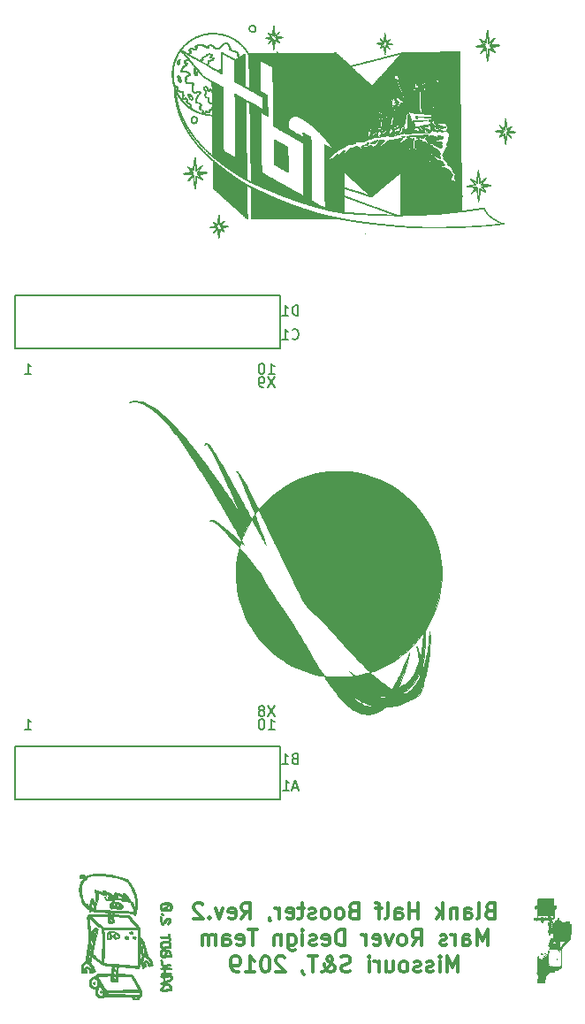
<source format=gbr>
G04 #@! TF.GenerationSoftware,KiCad,Pcbnew,(5.0.0)*
G04 #@! TF.CreationDate,2019-03-24T13:44:05-05:00*
G04 #@! TF.ProjectId,MRDTLogo_HalfBooster,4D5244544C6F676F5F48616C66426F6F,rev?*
G04 #@! TF.SameCoordinates,Original*
G04 #@! TF.FileFunction,Legend,Bot*
G04 #@! TF.FilePolarity,Positive*
%FSLAX46Y46*%
G04 Gerber Fmt 4.6, Leading zero omitted, Abs format (unit mm)*
G04 Created by KiCad (PCBNEW (5.0.0)) date 03/24/19 13:44:05*
%MOMM*%
%LPD*%
G01*
G04 APERTURE LIST*
%ADD10C,0.300000*%
%ADD11C,0.150000*%
%ADD12C,0.010000*%
G04 APERTURE END LIST*
D10*
X164895857Y-102117857D02*
X164681571Y-102189285D01*
X164610142Y-102260714D01*
X164538714Y-102403571D01*
X164538714Y-102617857D01*
X164610142Y-102760714D01*
X164681571Y-102832142D01*
X164824428Y-102903571D01*
X165395857Y-102903571D01*
X165395857Y-101403571D01*
X164895857Y-101403571D01*
X164753000Y-101475000D01*
X164681571Y-101546428D01*
X164610142Y-101689285D01*
X164610142Y-101832142D01*
X164681571Y-101975000D01*
X164753000Y-102046428D01*
X164895857Y-102117857D01*
X165395857Y-102117857D01*
X163681571Y-102903571D02*
X163824428Y-102832142D01*
X163895857Y-102689285D01*
X163895857Y-101403571D01*
X162467285Y-102903571D02*
X162467285Y-102117857D01*
X162538714Y-101975000D01*
X162681571Y-101903571D01*
X162967285Y-101903571D01*
X163110142Y-101975000D01*
X162467285Y-102832142D02*
X162610142Y-102903571D01*
X162967285Y-102903571D01*
X163110142Y-102832142D01*
X163181571Y-102689285D01*
X163181571Y-102546428D01*
X163110142Y-102403571D01*
X162967285Y-102332142D01*
X162610142Y-102332142D01*
X162467285Y-102260714D01*
X161753000Y-101903571D02*
X161753000Y-102903571D01*
X161753000Y-102046428D02*
X161681571Y-101975000D01*
X161538714Y-101903571D01*
X161324428Y-101903571D01*
X161181571Y-101975000D01*
X161110142Y-102117857D01*
X161110142Y-102903571D01*
X160395857Y-102903571D02*
X160395857Y-101403571D01*
X160253000Y-102332142D02*
X159824428Y-102903571D01*
X159824428Y-101903571D02*
X160395857Y-102475000D01*
X158038714Y-102903571D02*
X158038714Y-101403571D01*
X158038714Y-102117857D02*
X157181571Y-102117857D01*
X157181571Y-102903571D02*
X157181571Y-101403571D01*
X155824428Y-102903571D02*
X155824428Y-102117857D01*
X155895857Y-101975000D01*
X156038714Y-101903571D01*
X156324428Y-101903571D01*
X156467285Y-101975000D01*
X155824428Y-102832142D02*
X155967285Y-102903571D01*
X156324428Y-102903571D01*
X156467285Y-102832142D01*
X156538714Y-102689285D01*
X156538714Y-102546428D01*
X156467285Y-102403571D01*
X156324428Y-102332142D01*
X155967285Y-102332142D01*
X155824428Y-102260714D01*
X154895857Y-102903571D02*
X155038714Y-102832142D01*
X155110142Y-102689285D01*
X155110142Y-101403571D01*
X154538714Y-101903571D02*
X153967285Y-101903571D01*
X154324428Y-102903571D02*
X154324428Y-101617857D01*
X154253000Y-101475000D01*
X154110142Y-101403571D01*
X153967285Y-101403571D01*
X151824428Y-102117857D02*
X151610142Y-102189285D01*
X151538714Y-102260714D01*
X151467285Y-102403571D01*
X151467285Y-102617857D01*
X151538714Y-102760714D01*
X151610142Y-102832142D01*
X151753000Y-102903571D01*
X152324428Y-102903571D01*
X152324428Y-101403571D01*
X151824428Y-101403571D01*
X151681571Y-101475000D01*
X151610142Y-101546428D01*
X151538714Y-101689285D01*
X151538714Y-101832142D01*
X151610142Y-101975000D01*
X151681571Y-102046428D01*
X151824428Y-102117857D01*
X152324428Y-102117857D01*
X150610142Y-102903571D02*
X150753000Y-102832142D01*
X150824428Y-102760714D01*
X150895857Y-102617857D01*
X150895857Y-102189285D01*
X150824428Y-102046428D01*
X150753000Y-101975000D01*
X150610142Y-101903571D01*
X150395857Y-101903571D01*
X150253000Y-101975000D01*
X150181571Y-102046428D01*
X150110142Y-102189285D01*
X150110142Y-102617857D01*
X150181571Y-102760714D01*
X150253000Y-102832142D01*
X150395857Y-102903571D01*
X150610142Y-102903571D01*
X149253000Y-102903571D02*
X149395857Y-102832142D01*
X149467285Y-102760714D01*
X149538714Y-102617857D01*
X149538714Y-102189285D01*
X149467285Y-102046428D01*
X149395857Y-101975000D01*
X149253000Y-101903571D01*
X149038714Y-101903571D01*
X148895857Y-101975000D01*
X148824428Y-102046428D01*
X148753000Y-102189285D01*
X148753000Y-102617857D01*
X148824428Y-102760714D01*
X148895857Y-102832142D01*
X149038714Y-102903571D01*
X149253000Y-102903571D01*
X148181571Y-102832142D02*
X148038714Y-102903571D01*
X147753000Y-102903571D01*
X147610142Y-102832142D01*
X147538714Y-102689285D01*
X147538714Y-102617857D01*
X147610142Y-102475000D01*
X147753000Y-102403571D01*
X147967285Y-102403571D01*
X148110142Y-102332142D01*
X148181571Y-102189285D01*
X148181571Y-102117857D01*
X148110142Y-101975000D01*
X147967285Y-101903571D01*
X147753000Y-101903571D01*
X147610142Y-101975000D01*
X147110142Y-101903571D02*
X146538714Y-101903571D01*
X146895857Y-101403571D02*
X146895857Y-102689285D01*
X146824428Y-102832142D01*
X146681571Y-102903571D01*
X146538714Y-102903571D01*
X145467285Y-102832142D02*
X145610142Y-102903571D01*
X145895857Y-102903571D01*
X146038714Y-102832142D01*
X146110142Y-102689285D01*
X146110142Y-102117857D01*
X146038714Y-101975000D01*
X145895857Y-101903571D01*
X145610142Y-101903571D01*
X145467285Y-101975000D01*
X145395857Y-102117857D01*
X145395857Y-102260714D01*
X146110142Y-102403571D01*
X144753000Y-102903571D02*
X144753000Y-101903571D01*
X144753000Y-102189285D02*
X144681571Y-102046428D01*
X144610142Y-101975000D01*
X144467285Y-101903571D01*
X144324428Y-101903571D01*
X143753000Y-102832142D02*
X143753000Y-102903571D01*
X143824428Y-103046428D01*
X143895857Y-103117857D01*
X141110142Y-102903571D02*
X141610142Y-102189285D01*
X141967285Y-102903571D02*
X141967285Y-101403571D01*
X141395857Y-101403571D01*
X141253000Y-101475000D01*
X141181571Y-101546428D01*
X141110142Y-101689285D01*
X141110142Y-101903571D01*
X141181571Y-102046428D01*
X141253000Y-102117857D01*
X141395857Y-102189285D01*
X141967285Y-102189285D01*
X139895857Y-102832142D02*
X140038714Y-102903571D01*
X140324428Y-102903571D01*
X140467285Y-102832142D01*
X140538714Y-102689285D01*
X140538714Y-102117857D01*
X140467285Y-101975000D01*
X140324428Y-101903571D01*
X140038714Y-101903571D01*
X139895857Y-101975000D01*
X139824428Y-102117857D01*
X139824428Y-102260714D01*
X140538714Y-102403571D01*
X139324428Y-101903571D02*
X138967285Y-102903571D01*
X138610142Y-101903571D01*
X138038714Y-102760714D02*
X137967285Y-102832142D01*
X138038714Y-102903571D01*
X138110142Y-102832142D01*
X138038714Y-102760714D01*
X138038714Y-102903571D01*
X137395857Y-101546428D02*
X137324428Y-101475000D01*
X137181571Y-101403571D01*
X136824428Y-101403571D01*
X136681571Y-101475000D01*
X136610142Y-101546428D01*
X136538714Y-101689285D01*
X136538714Y-101832142D01*
X136610142Y-102046428D01*
X137467285Y-102903571D01*
X136538714Y-102903571D01*
X164681571Y-105453571D02*
X164681571Y-103953571D01*
X164181571Y-105025000D01*
X163681571Y-103953571D01*
X163681571Y-105453571D01*
X162324428Y-105453571D02*
X162324428Y-104667857D01*
X162395857Y-104525000D01*
X162538714Y-104453571D01*
X162824428Y-104453571D01*
X162967285Y-104525000D01*
X162324428Y-105382142D02*
X162467285Y-105453571D01*
X162824428Y-105453571D01*
X162967285Y-105382142D01*
X163038714Y-105239285D01*
X163038714Y-105096428D01*
X162967285Y-104953571D01*
X162824428Y-104882142D01*
X162467285Y-104882142D01*
X162324428Y-104810714D01*
X161610142Y-105453571D02*
X161610142Y-104453571D01*
X161610142Y-104739285D02*
X161538714Y-104596428D01*
X161467285Y-104525000D01*
X161324428Y-104453571D01*
X161181571Y-104453571D01*
X160753000Y-105382142D02*
X160610142Y-105453571D01*
X160324428Y-105453571D01*
X160181571Y-105382142D01*
X160110142Y-105239285D01*
X160110142Y-105167857D01*
X160181571Y-105025000D01*
X160324428Y-104953571D01*
X160538714Y-104953571D01*
X160681571Y-104882142D01*
X160753000Y-104739285D01*
X160753000Y-104667857D01*
X160681571Y-104525000D01*
X160538714Y-104453571D01*
X160324428Y-104453571D01*
X160181571Y-104525000D01*
X157467285Y-105453571D02*
X157967285Y-104739285D01*
X158324428Y-105453571D02*
X158324428Y-103953571D01*
X157753000Y-103953571D01*
X157610142Y-104025000D01*
X157538714Y-104096428D01*
X157467285Y-104239285D01*
X157467285Y-104453571D01*
X157538714Y-104596428D01*
X157610142Y-104667857D01*
X157753000Y-104739285D01*
X158324428Y-104739285D01*
X156610142Y-105453571D02*
X156753000Y-105382142D01*
X156824428Y-105310714D01*
X156895857Y-105167857D01*
X156895857Y-104739285D01*
X156824428Y-104596428D01*
X156753000Y-104525000D01*
X156610142Y-104453571D01*
X156395857Y-104453571D01*
X156253000Y-104525000D01*
X156181571Y-104596428D01*
X156110142Y-104739285D01*
X156110142Y-105167857D01*
X156181571Y-105310714D01*
X156253000Y-105382142D01*
X156395857Y-105453571D01*
X156610142Y-105453571D01*
X155610142Y-104453571D02*
X155253000Y-105453571D01*
X154895857Y-104453571D01*
X153753000Y-105382142D02*
X153895857Y-105453571D01*
X154181571Y-105453571D01*
X154324428Y-105382142D01*
X154395857Y-105239285D01*
X154395857Y-104667857D01*
X154324428Y-104525000D01*
X154181571Y-104453571D01*
X153895857Y-104453571D01*
X153753000Y-104525000D01*
X153681571Y-104667857D01*
X153681571Y-104810714D01*
X154395857Y-104953571D01*
X153038714Y-105453571D02*
X153038714Y-104453571D01*
X153038714Y-104739285D02*
X152967285Y-104596428D01*
X152895857Y-104525000D01*
X152753000Y-104453571D01*
X152610142Y-104453571D01*
X150967285Y-105453571D02*
X150967285Y-103953571D01*
X150610142Y-103953571D01*
X150395857Y-104025000D01*
X150253000Y-104167857D01*
X150181571Y-104310714D01*
X150110142Y-104596428D01*
X150110142Y-104810714D01*
X150181571Y-105096428D01*
X150253000Y-105239285D01*
X150395857Y-105382142D01*
X150610142Y-105453571D01*
X150967285Y-105453571D01*
X148895857Y-105382142D02*
X149038714Y-105453571D01*
X149324428Y-105453571D01*
X149467285Y-105382142D01*
X149538714Y-105239285D01*
X149538714Y-104667857D01*
X149467285Y-104525000D01*
X149324428Y-104453571D01*
X149038714Y-104453571D01*
X148895857Y-104525000D01*
X148824428Y-104667857D01*
X148824428Y-104810714D01*
X149538714Y-104953571D01*
X148253000Y-105382142D02*
X148110142Y-105453571D01*
X147824428Y-105453571D01*
X147681571Y-105382142D01*
X147610142Y-105239285D01*
X147610142Y-105167857D01*
X147681571Y-105025000D01*
X147824428Y-104953571D01*
X148038714Y-104953571D01*
X148181571Y-104882142D01*
X148253000Y-104739285D01*
X148253000Y-104667857D01*
X148181571Y-104525000D01*
X148038714Y-104453571D01*
X147824428Y-104453571D01*
X147681571Y-104525000D01*
X146967285Y-105453571D02*
X146967285Y-104453571D01*
X146967285Y-103953571D02*
X147038714Y-104025000D01*
X146967285Y-104096428D01*
X146895857Y-104025000D01*
X146967285Y-103953571D01*
X146967285Y-104096428D01*
X145610142Y-104453571D02*
X145610142Y-105667857D01*
X145681571Y-105810714D01*
X145753000Y-105882142D01*
X145895857Y-105953571D01*
X146110142Y-105953571D01*
X146253000Y-105882142D01*
X145610142Y-105382142D02*
X145753000Y-105453571D01*
X146038714Y-105453571D01*
X146181571Y-105382142D01*
X146253000Y-105310714D01*
X146324428Y-105167857D01*
X146324428Y-104739285D01*
X146253000Y-104596428D01*
X146181571Y-104525000D01*
X146038714Y-104453571D01*
X145753000Y-104453571D01*
X145610142Y-104525000D01*
X144895857Y-104453571D02*
X144895857Y-105453571D01*
X144895857Y-104596428D02*
X144824428Y-104525000D01*
X144681571Y-104453571D01*
X144467285Y-104453571D01*
X144324428Y-104525000D01*
X144253000Y-104667857D01*
X144253000Y-105453571D01*
X142610142Y-103953571D02*
X141753000Y-103953571D01*
X142181571Y-105453571D02*
X142181571Y-103953571D01*
X140681571Y-105382142D02*
X140824428Y-105453571D01*
X141110142Y-105453571D01*
X141253000Y-105382142D01*
X141324428Y-105239285D01*
X141324428Y-104667857D01*
X141253000Y-104525000D01*
X141110142Y-104453571D01*
X140824428Y-104453571D01*
X140681571Y-104525000D01*
X140610142Y-104667857D01*
X140610142Y-104810714D01*
X141324428Y-104953571D01*
X139324428Y-105453571D02*
X139324428Y-104667857D01*
X139395857Y-104525000D01*
X139538714Y-104453571D01*
X139824428Y-104453571D01*
X139967285Y-104525000D01*
X139324428Y-105382142D02*
X139467285Y-105453571D01*
X139824428Y-105453571D01*
X139967285Y-105382142D01*
X140038714Y-105239285D01*
X140038714Y-105096428D01*
X139967285Y-104953571D01*
X139824428Y-104882142D01*
X139467285Y-104882142D01*
X139324428Y-104810714D01*
X138610142Y-105453571D02*
X138610142Y-104453571D01*
X138610142Y-104596428D02*
X138538714Y-104525000D01*
X138395857Y-104453571D01*
X138181571Y-104453571D01*
X138038714Y-104525000D01*
X137967285Y-104667857D01*
X137967285Y-105453571D01*
X137967285Y-104667857D02*
X137895857Y-104525000D01*
X137753000Y-104453571D01*
X137538714Y-104453571D01*
X137395857Y-104525000D01*
X137324428Y-104667857D01*
X137324428Y-105453571D01*
X161824428Y-108003571D02*
X161824428Y-106503571D01*
X161324428Y-107575000D01*
X160824428Y-106503571D01*
X160824428Y-108003571D01*
X160110142Y-108003571D02*
X160110142Y-107003571D01*
X160110142Y-106503571D02*
X160181571Y-106575000D01*
X160110142Y-106646428D01*
X160038714Y-106575000D01*
X160110142Y-106503571D01*
X160110142Y-106646428D01*
X159467285Y-107932142D02*
X159324428Y-108003571D01*
X159038714Y-108003571D01*
X158895857Y-107932142D01*
X158824428Y-107789285D01*
X158824428Y-107717857D01*
X158895857Y-107575000D01*
X159038714Y-107503571D01*
X159253000Y-107503571D01*
X159395857Y-107432142D01*
X159467285Y-107289285D01*
X159467285Y-107217857D01*
X159395857Y-107075000D01*
X159253000Y-107003571D01*
X159038714Y-107003571D01*
X158895857Y-107075000D01*
X158253000Y-107932142D02*
X158110142Y-108003571D01*
X157824428Y-108003571D01*
X157681571Y-107932142D01*
X157610142Y-107789285D01*
X157610142Y-107717857D01*
X157681571Y-107575000D01*
X157824428Y-107503571D01*
X158038714Y-107503571D01*
X158181571Y-107432142D01*
X158253000Y-107289285D01*
X158253000Y-107217857D01*
X158181571Y-107075000D01*
X158038714Y-107003571D01*
X157824428Y-107003571D01*
X157681571Y-107075000D01*
X156753000Y-108003571D02*
X156895857Y-107932142D01*
X156967285Y-107860714D01*
X157038714Y-107717857D01*
X157038714Y-107289285D01*
X156967285Y-107146428D01*
X156895857Y-107075000D01*
X156753000Y-107003571D01*
X156538714Y-107003571D01*
X156395857Y-107075000D01*
X156324428Y-107146428D01*
X156253000Y-107289285D01*
X156253000Y-107717857D01*
X156324428Y-107860714D01*
X156395857Y-107932142D01*
X156538714Y-108003571D01*
X156753000Y-108003571D01*
X154967285Y-107003571D02*
X154967285Y-108003571D01*
X155610142Y-107003571D02*
X155610142Y-107789285D01*
X155538714Y-107932142D01*
X155395857Y-108003571D01*
X155181571Y-108003571D01*
X155038714Y-107932142D01*
X154967285Y-107860714D01*
X154253000Y-108003571D02*
X154253000Y-107003571D01*
X154253000Y-107289285D02*
X154181571Y-107146428D01*
X154110142Y-107075000D01*
X153967285Y-107003571D01*
X153824428Y-107003571D01*
X153324428Y-108003571D02*
X153324428Y-107003571D01*
X153324428Y-106503571D02*
X153395857Y-106575000D01*
X153324428Y-106646428D01*
X153253000Y-106575000D01*
X153324428Y-106503571D01*
X153324428Y-106646428D01*
X151538714Y-107932142D02*
X151324428Y-108003571D01*
X150967285Y-108003571D01*
X150824428Y-107932142D01*
X150753000Y-107860714D01*
X150681571Y-107717857D01*
X150681571Y-107575000D01*
X150753000Y-107432142D01*
X150824428Y-107360714D01*
X150967285Y-107289285D01*
X151253000Y-107217857D01*
X151395857Y-107146428D01*
X151467285Y-107075000D01*
X151538714Y-106932142D01*
X151538714Y-106789285D01*
X151467285Y-106646428D01*
X151395857Y-106575000D01*
X151253000Y-106503571D01*
X150895857Y-106503571D01*
X150681571Y-106575000D01*
X148824428Y-108003571D02*
X148895857Y-108003571D01*
X149038714Y-107932142D01*
X149253000Y-107717857D01*
X149610142Y-107289285D01*
X149753000Y-107075000D01*
X149824428Y-106860714D01*
X149824428Y-106717857D01*
X149753000Y-106575000D01*
X149610142Y-106503571D01*
X149538714Y-106503571D01*
X149395857Y-106575000D01*
X149324428Y-106717857D01*
X149324428Y-106789285D01*
X149395857Y-106932142D01*
X149467285Y-107003571D01*
X149895857Y-107289285D01*
X149967285Y-107360714D01*
X150038714Y-107503571D01*
X150038714Y-107717857D01*
X149967285Y-107860714D01*
X149895857Y-107932142D01*
X149753000Y-108003571D01*
X149538714Y-108003571D01*
X149395857Y-107932142D01*
X149324428Y-107860714D01*
X149110142Y-107575000D01*
X149038714Y-107360714D01*
X149038714Y-107217857D01*
X148395857Y-106503571D02*
X147538714Y-106503571D01*
X147967285Y-108003571D02*
X147967285Y-106503571D01*
X146967285Y-107932142D02*
X146967285Y-108003571D01*
X147038714Y-108146428D01*
X147110142Y-108217857D01*
X145253000Y-106646428D02*
X145181571Y-106575000D01*
X145038714Y-106503571D01*
X144681571Y-106503571D01*
X144538714Y-106575000D01*
X144467285Y-106646428D01*
X144395857Y-106789285D01*
X144395857Y-106932142D01*
X144467285Y-107146428D01*
X145324428Y-108003571D01*
X144395857Y-108003571D01*
X143467285Y-106503571D02*
X143324428Y-106503571D01*
X143181571Y-106575000D01*
X143110142Y-106646428D01*
X143038714Y-106789285D01*
X142967285Y-107075000D01*
X142967285Y-107432142D01*
X143038714Y-107717857D01*
X143110142Y-107860714D01*
X143181571Y-107932142D01*
X143324428Y-108003571D01*
X143467285Y-108003571D01*
X143610142Y-107932142D01*
X143681571Y-107860714D01*
X143753000Y-107717857D01*
X143824428Y-107432142D01*
X143824428Y-107075000D01*
X143753000Y-106789285D01*
X143681571Y-106646428D01*
X143610142Y-106575000D01*
X143467285Y-106503571D01*
X141538714Y-108003571D02*
X142395857Y-108003571D01*
X141967285Y-108003571D02*
X141967285Y-106503571D01*
X142110142Y-106717857D01*
X142253000Y-106860714D01*
X142395857Y-106932142D01*
X140824428Y-108003571D02*
X140538714Y-108003571D01*
X140395857Y-107932142D01*
X140324428Y-107860714D01*
X140181571Y-107646428D01*
X140110142Y-107360714D01*
X140110142Y-106789285D01*
X140181571Y-106646428D01*
X140253000Y-106575000D01*
X140395857Y-106503571D01*
X140681571Y-106503571D01*
X140824428Y-106575000D01*
X140895857Y-106646428D01*
X140967285Y-106789285D01*
X140967285Y-107146428D01*
X140895857Y-107289285D01*
X140824428Y-107360714D01*
X140681571Y-107432142D01*
X140395857Y-107432142D01*
X140253000Y-107360714D01*
X140181571Y-107289285D01*
X140110142Y-107146428D01*
D11*
G04 #@! TO.C,U1*
X144780000Y-91440000D02*
X144780000Y-86360000D01*
X144780000Y-86360000D02*
X119380000Y-86360000D01*
X119380000Y-86360000D02*
X119380000Y-91440000D01*
X119380000Y-91440000D02*
X144780000Y-91440000D01*
X144780000Y-48260000D02*
X144780000Y-43180000D01*
X144780000Y-43180000D02*
X119380000Y-43180000D01*
X119380000Y-43180000D02*
X119380000Y-48260000D01*
X119380000Y-48260000D02*
X144780000Y-48260000D01*
D12*
G04 #@! TO.C,G\002A\002A\002A*
G36*
X128469537Y-100862521D02*
X128468120Y-100871867D01*
X128494486Y-100911577D01*
X128504527Y-100916176D01*
X128535407Y-100899828D01*
X128540933Y-100871867D01*
X128523749Y-100829717D01*
X128504527Y-100827558D01*
X128469537Y-100862521D01*
X128469537Y-100862521D01*
G37*
X128469537Y-100862521D02*
X128468120Y-100871867D01*
X128494486Y-100911577D01*
X128504527Y-100916176D01*
X128535407Y-100899828D01*
X128540933Y-100871867D01*
X128523749Y-100829717D01*
X128504527Y-100827558D01*
X128469537Y-100862521D01*
G36*
X128753577Y-101239106D02*
X128662491Y-101277018D01*
X128615658Y-101311448D01*
X128507079Y-101439838D01*
X128453410Y-101587350D01*
X128457019Y-101738898D01*
X128520275Y-101879395D01*
X128525405Y-101886334D01*
X128562850Y-101925264D01*
X128609325Y-101936179D01*
X128688388Y-101922034D01*
X128728023Y-101911734D01*
X128861790Y-101880887D01*
X128961597Y-101875453D01*
X129056975Y-101897243D01*
X129155301Y-101937923D01*
X129318115Y-101994876D01*
X129450001Y-101999373D01*
X129564007Y-101950474D01*
X129619644Y-101904506D01*
X129702519Y-101793302D01*
X129707971Y-101756848D01*
X129551065Y-101756848D01*
X129532734Y-101806643D01*
X129498578Y-101824073D01*
X129489439Y-101820281D01*
X129460784Y-101772375D01*
X129455333Y-101733468D01*
X129473693Y-101676885D01*
X129514410Y-101674665D01*
X129541002Y-101703222D01*
X129551065Y-101756848D01*
X129707971Y-101756848D01*
X129718926Y-101683605D01*
X129670129Y-101577197D01*
X129647761Y-101557090D01*
X129322682Y-101557090D01*
X129322485Y-101618918D01*
X129312855Y-101660263D01*
X129286327Y-101733241D01*
X129253767Y-101750586D01*
X129228633Y-101740595D01*
X129218449Y-101727000D01*
X128709513Y-101727000D01*
X128695966Y-101767184D01*
X128661847Y-101754977D01*
X128620591Y-101696564D01*
X128614103Y-101683073D01*
X128585027Y-101605010D01*
X128575553Y-101556073D01*
X128591005Y-101548817D01*
X128626497Y-101581424D01*
X128667582Y-101635461D01*
X128699815Y-101692494D01*
X128709513Y-101727000D01*
X129218449Y-101727000D01*
X129187706Y-101685963D01*
X129170593Y-101604130D01*
X129176857Y-101540733D01*
X128974778Y-101540733D01*
X128969932Y-101634135D01*
X128940275Y-101667808D01*
X128893700Y-101641339D01*
X128838098Y-101554314D01*
X128835072Y-101548051D01*
X128793293Y-101456143D01*
X128784735Y-101410961D01*
X128812916Y-101398361D01*
X128871133Y-101403017D01*
X128934010Y-101419599D01*
X128963635Y-101464076D01*
X128974778Y-101540733D01*
X129176857Y-101540733D01*
X129178323Y-101525907D01*
X129216348Y-101503938D01*
X129288681Y-101526180D01*
X129322682Y-101557090D01*
X129647761Y-101557090D01*
X129557390Y-101475858D01*
X129381974Y-101381370D01*
X129199639Y-101312650D01*
X129008746Y-101256894D01*
X128864527Y-101232388D01*
X128753577Y-101239106D01*
X128753577Y-101239106D01*
G37*
X128753577Y-101239106D02*
X128662491Y-101277018D01*
X128615658Y-101311448D01*
X128507079Y-101439838D01*
X128453410Y-101587350D01*
X128457019Y-101738898D01*
X128520275Y-101879395D01*
X128525405Y-101886334D01*
X128562850Y-101925264D01*
X128609325Y-101936179D01*
X128688388Y-101922034D01*
X128728023Y-101911734D01*
X128861790Y-101880887D01*
X128961597Y-101875453D01*
X129056975Y-101897243D01*
X129155301Y-101937923D01*
X129318115Y-101994876D01*
X129450001Y-101999373D01*
X129564007Y-101950474D01*
X129619644Y-101904506D01*
X129702519Y-101793302D01*
X129707971Y-101756848D01*
X129551065Y-101756848D01*
X129532734Y-101806643D01*
X129498578Y-101824073D01*
X129489439Y-101820281D01*
X129460784Y-101772375D01*
X129455333Y-101733468D01*
X129473693Y-101676885D01*
X129514410Y-101674665D01*
X129541002Y-101703222D01*
X129551065Y-101756848D01*
X129707971Y-101756848D01*
X129718926Y-101683605D01*
X129670129Y-101577197D01*
X129647761Y-101557090D01*
X129322682Y-101557090D01*
X129322485Y-101618918D01*
X129312855Y-101660263D01*
X129286327Y-101733241D01*
X129253767Y-101750586D01*
X129228633Y-101740595D01*
X129218449Y-101727000D01*
X128709513Y-101727000D01*
X128695966Y-101767184D01*
X128661847Y-101754977D01*
X128620591Y-101696564D01*
X128614103Y-101683073D01*
X128585027Y-101605010D01*
X128575553Y-101556073D01*
X128591005Y-101548817D01*
X128626497Y-101581424D01*
X128667582Y-101635461D01*
X128699815Y-101692494D01*
X128709513Y-101727000D01*
X129218449Y-101727000D01*
X129187706Y-101685963D01*
X129170593Y-101604130D01*
X129176857Y-101540733D01*
X128974778Y-101540733D01*
X128969932Y-101634135D01*
X128940275Y-101667808D01*
X128893700Y-101641339D01*
X128838098Y-101554314D01*
X128835072Y-101548051D01*
X128793293Y-101456143D01*
X128784735Y-101410961D01*
X128812916Y-101398361D01*
X128871133Y-101403017D01*
X128934010Y-101419599D01*
X128963635Y-101464076D01*
X128974778Y-101540733D01*
X129176857Y-101540733D01*
X129178323Y-101525907D01*
X129216348Y-101503938D01*
X129288681Y-101526180D01*
X129322682Y-101557090D01*
X129647761Y-101557090D01*
X129557390Y-101475858D01*
X129381974Y-101381370D01*
X129199639Y-101312650D01*
X129008746Y-101256894D01*
X128864527Y-101232388D01*
X128753577Y-101239106D01*
G36*
X130405332Y-104138268D02*
X130347419Y-104210425D01*
X130349444Y-104263566D01*
X130414019Y-104313732D01*
X130435785Y-104325397D01*
X130546353Y-104369702D01*
X130621316Y-104364446D01*
X130673018Y-104307907D01*
X130681265Y-104291149D01*
X130688798Y-104265873D01*
X130569499Y-104265873D01*
X130535564Y-104258767D01*
X130529139Y-104256356D01*
X130487668Y-104229527D01*
X130487370Y-104214274D01*
X130523196Y-104218073D01*
X130548098Y-104237398D01*
X130569499Y-104265873D01*
X130688798Y-104265873D01*
X130703022Y-104218154D01*
X130680730Y-104168055D01*
X130672073Y-104159317D01*
X130570717Y-104096127D01*
X130472226Y-104095672D01*
X130405332Y-104138268D01*
X130405332Y-104138268D01*
G37*
X130405332Y-104138268D02*
X130347419Y-104210425D01*
X130349444Y-104263566D01*
X130414019Y-104313732D01*
X130435785Y-104325397D01*
X130546353Y-104369702D01*
X130621316Y-104364446D01*
X130673018Y-104307907D01*
X130681265Y-104291149D01*
X130688798Y-104265873D01*
X130569499Y-104265873D01*
X130535564Y-104258767D01*
X130529139Y-104256356D01*
X130487668Y-104229527D01*
X130487370Y-104214274D01*
X130523196Y-104218073D01*
X130548098Y-104237398D01*
X130569499Y-104265873D01*
X130688798Y-104265873D01*
X130703022Y-104218154D01*
X130680730Y-104168055D01*
X130672073Y-104159317D01*
X130570717Y-104096127D01*
X130472226Y-104095672D01*
X130405332Y-104138268D01*
G36*
X128486241Y-104068643D02*
X128379126Y-104113265D01*
X128304857Y-104199479D01*
X128254795Y-104336423D01*
X128226374Y-104488636D01*
X128208516Y-104649502D01*
X128214227Y-104755087D01*
X128249504Y-104815522D01*
X128320344Y-104840940D01*
X128432744Y-104841473D01*
X128435114Y-104841322D01*
X128531175Y-104831739D01*
X128579760Y-104809498D01*
X128601093Y-104759830D01*
X128608667Y-104714586D01*
X128638099Y-104622626D01*
X128644051Y-104617891D01*
X128507067Y-104617891D01*
X128489935Y-104698791D01*
X128429998Y-104738185D01*
X128363133Y-104746926D01*
X128329351Y-104738266D01*
X128311292Y-104698557D01*
X128304469Y-104613043D01*
X128303867Y-104552045D01*
X128307391Y-104441872D01*
X128316509Y-104361023D01*
X128325990Y-104332366D01*
X128359181Y-104338121D01*
X128405713Y-104388107D01*
X128453756Y-104463671D01*
X128491482Y-104546161D01*
X128507062Y-104616925D01*
X128507067Y-104617891D01*
X128644051Y-104617891D01*
X128682858Y-104587021D01*
X128759793Y-104598275D01*
X128840728Y-104644919D01*
X128899504Y-104708296D01*
X128913467Y-104751496D01*
X128920900Y-104802071D01*
X128951873Y-104824063D01*
X129019398Y-104819358D01*
X129136485Y-104789841D01*
X129150533Y-104785851D01*
X129286398Y-104744479D01*
X129367883Y-104708664D01*
X129406419Y-104667927D01*
X129413432Y-104611789D01*
X129407126Y-104568750D01*
X129296028Y-104568750D01*
X129293446Y-104619506D01*
X129278994Y-104628886D01*
X129206517Y-104652262D01*
X129184400Y-104659577D01*
X129073307Y-104677123D01*
X128999837Y-104641114D01*
X128980989Y-104613740D01*
X128963640Y-104545682D01*
X128986126Y-104459721D01*
X129000590Y-104427473D01*
X129046948Y-104341871D01*
X129086341Y-104315768D01*
X129135358Y-104345157D01*
X129174264Y-104385534D01*
X129254791Y-104487252D01*
X129296028Y-104568750D01*
X129407126Y-104568750D01*
X129404776Y-104552718D01*
X129360376Y-104411270D01*
X129278908Y-104307821D01*
X129180816Y-104239522D01*
X128980142Y-104239522D01*
X128909592Y-104359094D01*
X128833448Y-104452640D01*
X128753183Y-104479649D01*
X128666655Y-104439990D01*
X128575628Y-104338969D01*
X128521613Y-104253213D01*
X128494516Y-104187198D01*
X128495163Y-104165729D01*
X128540417Y-104148391D01*
X128629021Y-104147923D01*
X128739285Y-104162272D01*
X128849522Y-104189386D01*
X128887538Y-104202863D01*
X128980142Y-104239522D01*
X129180816Y-104239522D01*
X129179611Y-104238683D01*
X129015287Y-104149021D01*
X128883725Y-104093459D01*
X128763877Y-104064957D01*
X128634836Y-104056477D01*
X128486241Y-104068643D01*
X128486241Y-104068643D01*
G37*
X128486241Y-104068643D02*
X128379126Y-104113265D01*
X128304857Y-104199479D01*
X128254795Y-104336423D01*
X128226374Y-104488636D01*
X128208516Y-104649502D01*
X128214227Y-104755087D01*
X128249504Y-104815522D01*
X128320344Y-104840940D01*
X128432744Y-104841473D01*
X128435114Y-104841322D01*
X128531175Y-104831739D01*
X128579760Y-104809498D01*
X128601093Y-104759830D01*
X128608667Y-104714586D01*
X128638099Y-104622626D01*
X128644051Y-104617891D01*
X128507067Y-104617891D01*
X128489935Y-104698791D01*
X128429998Y-104738185D01*
X128363133Y-104746926D01*
X128329351Y-104738266D01*
X128311292Y-104698557D01*
X128304469Y-104613043D01*
X128303867Y-104552045D01*
X128307391Y-104441872D01*
X128316509Y-104361023D01*
X128325990Y-104332366D01*
X128359181Y-104338121D01*
X128405713Y-104388107D01*
X128453756Y-104463671D01*
X128491482Y-104546161D01*
X128507062Y-104616925D01*
X128507067Y-104617891D01*
X128644051Y-104617891D01*
X128682858Y-104587021D01*
X128759793Y-104598275D01*
X128840728Y-104644919D01*
X128899504Y-104708296D01*
X128913467Y-104751496D01*
X128920900Y-104802071D01*
X128951873Y-104824063D01*
X129019398Y-104819358D01*
X129136485Y-104789841D01*
X129150533Y-104785851D01*
X129286398Y-104744479D01*
X129367883Y-104708664D01*
X129406419Y-104667927D01*
X129413432Y-104611789D01*
X129407126Y-104568750D01*
X129296028Y-104568750D01*
X129293446Y-104619506D01*
X129278994Y-104628886D01*
X129206517Y-104652262D01*
X129184400Y-104659577D01*
X129073307Y-104677123D01*
X128999837Y-104641114D01*
X128980989Y-104613740D01*
X128963640Y-104545682D01*
X128986126Y-104459721D01*
X129000590Y-104427473D01*
X129046948Y-104341871D01*
X129086341Y-104315768D01*
X129135358Y-104345157D01*
X129174264Y-104385534D01*
X129254791Y-104487252D01*
X129296028Y-104568750D01*
X129407126Y-104568750D01*
X129404776Y-104552718D01*
X129360376Y-104411270D01*
X129278908Y-104307821D01*
X129180816Y-104239522D01*
X128980142Y-104239522D01*
X128909592Y-104359094D01*
X128833448Y-104452640D01*
X128753183Y-104479649D01*
X128666655Y-104439990D01*
X128575628Y-104338969D01*
X128521613Y-104253213D01*
X128494516Y-104187198D01*
X128495163Y-104165729D01*
X128540417Y-104148391D01*
X128629021Y-104147923D01*
X128739285Y-104162272D01*
X128849522Y-104189386D01*
X128887538Y-104202863D01*
X128980142Y-104239522D01*
X129180816Y-104239522D01*
X129179611Y-104238683D01*
X129015287Y-104149021D01*
X128883725Y-104093459D01*
X128763877Y-104064957D01*
X128634836Y-104056477D01*
X128486241Y-104068643D01*
G36*
X130684970Y-104595199D02*
X130646280Y-104654176D01*
X130653279Y-104727018D01*
X130715935Y-104798480D01*
X130819228Y-104846199D01*
X130901419Y-104832453D01*
X130946883Y-104780820D01*
X130956279Y-104742670D01*
X130860011Y-104742670D01*
X130820366Y-104736640D01*
X130761194Y-104697723D01*
X130716092Y-104660558D01*
X130726836Y-104648912D01*
X130766037Y-104648000D01*
X130831920Y-104669545D01*
X130856114Y-104698800D01*
X130860011Y-104742670D01*
X130956279Y-104742670D01*
X130969602Y-104688576D01*
X130927971Y-104617364D01*
X130859450Y-104579754D01*
X130759358Y-104565315D01*
X130684970Y-104595199D01*
X130684970Y-104595199D01*
G37*
X130684970Y-104595199D02*
X130646280Y-104654176D01*
X130653279Y-104727018D01*
X130715935Y-104798480D01*
X130819228Y-104846199D01*
X130901419Y-104832453D01*
X130946883Y-104780820D01*
X130956279Y-104742670D01*
X130860011Y-104742670D01*
X130820366Y-104736640D01*
X130761194Y-104697723D01*
X130716092Y-104660558D01*
X130726836Y-104648912D01*
X130766037Y-104648000D01*
X130831920Y-104669545D01*
X130856114Y-104698800D01*
X130860011Y-104742670D01*
X130956279Y-104742670D01*
X130969602Y-104688576D01*
X130927971Y-104617364D01*
X130859450Y-104579754D01*
X130759358Y-104565315D01*
X130684970Y-104595199D01*
G36*
X129995449Y-104571090D02*
X129938627Y-104640604D01*
X129929985Y-104697107D01*
X129949844Y-104790440D01*
X130016232Y-104845258D01*
X130071382Y-104863058D01*
X130151869Y-104866031D01*
X130210341Y-104816870D01*
X130215316Y-104809937D01*
X130262597Y-104704069D01*
X130262203Y-104701082D01*
X130166533Y-104701082D01*
X130143983Y-104742827D01*
X130091803Y-104742719D01*
X130033202Y-104701288D01*
X130030387Y-104697982D01*
X130003537Y-104647568D01*
X130006755Y-104627156D01*
X130055259Y-104618414D01*
X130118071Y-104642363D01*
X130161832Y-104683570D01*
X130166533Y-104701082D01*
X130262203Y-104701082D01*
X130251156Y-104617539D01*
X130185962Y-104561589D01*
X130098800Y-104546400D01*
X129995449Y-104571090D01*
X129995449Y-104571090D01*
G37*
X129995449Y-104571090D02*
X129938627Y-104640604D01*
X129929985Y-104697107D01*
X129949844Y-104790440D01*
X130016232Y-104845258D01*
X130071382Y-104863058D01*
X130151869Y-104866031D01*
X130210341Y-104816870D01*
X130215316Y-104809937D01*
X130262597Y-104704069D01*
X130262203Y-104701082D01*
X130166533Y-104701082D01*
X130143983Y-104742827D01*
X130091803Y-104742719D01*
X130033202Y-104701288D01*
X130030387Y-104697982D01*
X130003537Y-104647568D01*
X130006755Y-104627156D01*
X130055259Y-104618414D01*
X130118071Y-104642363D01*
X130161832Y-104683570D01*
X130166533Y-104701082D01*
X130262203Y-104701082D01*
X130251156Y-104617539D01*
X130185962Y-104561589D01*
X130098800Y-104546400D01*
X129995449Y-104571090D01*
G36*
X126938762Y-108976658D02*
X126895423Y-109039306D01*
X126893548Y-109101036D01*
X126932606Y-109148472D01*
X126988882Y-109130609D01*
X127010160Y-109111627D01*
X127044548Y-109050581D01*
X127046405Y-108987836D01*
X127016752Y-108950996D01*
X127004147Y-108949067D01*
X126938762Y-108976658D01*
X126938762Y-108976658D01*
G37*
X126938762Y-108976658D02*
X126895423Y-109039306D01*
X126893548Y-109101036D01*
X126932606Y-109148472D01*
X126988882Y-109130609D01*
X127010160Y-109111627D01*
X127044548Y-109050581D01*
X127046405Y-108987836D01*
X127016752Y-108950996D01*
X127004147Y-108949067D01*
X126938762Y-108976658D01*
G36*
X127627968Y-109812211D02*
X127570629Y-109855378D01*
X127565292Y-109906056D01*
X127593794Y-109975054D01*
X127645912Y-109982068D01*
X127711178Y-109931224D01*
X127747764Y-109861822D01*
X127727248Y-109814774D01*
X127659814Y-109804645D01*
X127627968Y-109812211D01*
X127627968Y-109812211D01*
G37*
X127627968Y-109812211D02*
X127570629Y-109855378D01*
X127565292Y-109906056D01*
X127593794Y-109975054D01*
X127645912Y-109982068D01*
X127711178Y-109931224D01*
X127747764Y-109861822D01*
X127727248Y-109814774D01*
X127659814Y-109804645D01*
X127627968Y-109812211D01*
G36*
X133786878Y-101328229D02*
X133639035Y-101343805D01*
X133524263Y-101369873D01*
X133505277Y-101377074D01*
X133382729Y-101444558D01*
X133312994Y-101529139D01*
X133287109Y-101647043D01*
X133290917Y-101765277D01*
X133308935Y-101893401D01*
X133335822Y-102008536D01*
X133355287Y-102062158D01*
X133381731Y-102110304D01*
X133415110Y-102139392D01*
X133471733Y-102154654D01*
X133567909Y-102161319D01*
X133672084Y-102163755D01*
X133840017Y-102160859D01*
X134017627Y-102148478D01*
X134162800Y-102129847D01*
X134281270Y-102107109D01*
X134351358Y-102083244D01*
X134391492Y-102045960D01*
X134420098Y-101982971D01*
X134431456Y-101950670D01*
X134457386Y-101809411D01*
X134451498Y-101699831D01*
X134259631Y-101699831D01*
X134257931Y-101757379D01*
X134248844Y-101856388D01*
X134226323Y-101909781D01*
X134172808Y-101939549D01*
X134095067Y-101961341D01*
X133946693Y-101996713D01*
X133860145Y-102006957D01*
X133833091Y-101988661D01*
X133863199Y-101938413D01*
X133948137Y-101852798D01*
X133992781Y-101811667D01*
X134093744Y-101721594D01*
X134177079Y-101650511D01*
X134229184Y-101609903D01*
X134237617Y-101604979D01*
X134253346Y-101627960D01*
X134259631Y-101699831D01*
X134451498Y-101699831D01*
X134449221Y-101657471D01*
X134411542Y-101516529D01*
X134403667Y-101502910D01*
X134035684Y-101502910D01*
X133938375Y-101606550D01*
X133856771Y-101686050D01*
X133749361Y-101781350D01*
X133673258Y-101844445D01*
X133581277Y-101915484D01*
X133527242Y-101947272D01*
X133497808Y-101944799D01*
X133480905Y-101916350D01*
X133462378Y-101837534D01*
X133453980Y-101746353D01*
X133472189Y-101648514D01*
X133520805Y-101566628D01*
X133581019Y-101527825D01*
X133624501Y-101524023D01*
X133715083Y-101518515D01*
X133819842Y-101513146D01*
X134035684Y-101502910D01*
X134403667Y-101502910D01*
X134348933Y-101408262D01*
X134309350Y-101372920D01*
X134229029Y-101345492D01*
X134101856Y-101328969D01*
X133947812Y-101323250D01*
X133786878Y-101328229D01*
X133786878Y-101328229D01*
G37*
X133786878Y-101328229D02*
X133639035Y-101343805D01*
X133524263Y-101369873D01*
X133505277Y-101377074D01*
X133382729Y-101444558D01*
X133312994Y-101529139D01*
X133287109Y-101647043D01*
X133290917Y-101765277D01*
X133308935Y-101893401D01*
X133335822Y-102008536D01*
X133355287Y-102062158D01*
X133381731Y-102110304D01*
X133415110Y-102139392D01*
X133471733Y-102154654D01*
X133567909Y-102161319D01*
X133672084Y-102163755D01*
X133840017Y-102160859D01*
X134017627Y-102148478D01*
X134162800Y-102129847D01*
X134281270Y-102107109D01*
X134351358Y-102083244D01*
X134391492Y-102045960D01*
X134420098Y-101982971D01*
X134431456Y-101950670D01*
X134457386Y-101809411D01*
X134451498Y-101699831D01*
X134259631Y-101699831D01*
X134257931Y-101757379D01*
X134248844Y-101856388D01*
X134226323Y-101909781D01*
X134172808Y-101939549D01*
X134095067Y-101961341D01*
X133946693Y-101996713D01*
X133860145Y-102006957D01*
X133833091Y-101988661D01*
X133863199Y-101938413D01*
X133948137Y-101852798D01*
X133992781Y-101811667D01*
X134093744Y-101721594D01*
X134177079Y-101650511D01*
X134229184Y-101609903D01*
X134237617Y-101604979D01*
X134253346Y-101627960D01*
X134259631Y-101699831D01*
X134451498Y-101699831D01*
X134449221Y-101657471D01*
X134411542Y-101516529D01*
X134403667Y-101502910D01*
X134035684Y-101502910D01*
X133938375Y-101606550D01*
X133856771Y-101686050D01*
X133749361Y-101781350D01*
X133673258Y-101844445D01*
X133581277Y-101915484D01*
X133527242Y-101947272D01*
X133497808Y-101944799D01*
X133480905Y-101916350D01*
X133462378Y-101837534D01*
X133453980Y-101746353D01*
X133472189Y-101648514D01*
X133520805Y-101566628D01*
X133581019Y-101527825D01*
X133624501Y-101524023D01*
X133715083Y-101518515D01*
X133819842Y-101513146D01*
X134035684Y-101502910D01*
X134403667Y-101502910D01*
X134348933Y-101408262D01*
X134309350Y-101372920D01*
X134229029Y-101345492D01*
X134101856Y-101328969D01*
X133947812Y-101323250D01*
X133786878Y-101328229D01*
G36*
X133429030Y-102369017D02*
X133395150Y-102432015D01*
X133402314Y-102519171D01*
X133446981Y-102567625D01*
X133518431Y-102581463D01*
X133585088Y-102559536D01*
X133610453Y-102526730D01*
X133610116Y-102446195D01*
X133559657Y-102378989D01*
X133494785Y-102351743D01*
X133429030Y-102369017D01*
X133429030Y-102369017D01*
G37*
X133429030Y-102369017D02*
X133395150Y-102432015D01*
X133402314Y-102519171D01*
X133446981Y-102567625D01*
X133518431Y-102581463D01*
X133585088Y-102559536D01*
X133610453Y-102526730D01*
X133610116Y-102446195D01*
X133559657Y-102378989D01*
X133494785Y-102351743D01*
X133429030Y-102369017D01*
G36*
X133333174Y-102671445D02*
X133303406Y-102703394D01*
X133296372Y-102776824D01*
X133302083Y-102847806D01*
X133331548Y-103072308D01*
X133364629Y-103257066D01*
X133399416Y-103393391D01*
X133434002Y-103472593D01*
X133441250Y-103481345D01*
X133489685Y-103520291D01*
X133538236Y-103520917D01*
X133604000Y-103492409D01*
X133658353Y-103445666D01*
X133726462Y-103360753D01*
X133772393Y-103290626D01*
X133871431Y-103143183D01*
X133966495Y-103035033D01*
X134049601Y-102973852D01*
X134109978Y-102966138D01*
X134156569Y-103013879D01*
X134148967Y-103098215D01*
X134087724Y-103215854D01*
X134061821Y-103253235D01*
X134002771Y-103350814D01*
X133979090Y-103426258D01*
X133981465Y-103446373D01*
X134024666Y-103489597D01*
X134092144Y-103479582D01*
X134172866Y-103420895D01*
X134241913Y-103338640D01*
X134302907Y-103239544D01*
X134325180Y-103160329D01*
X134318637Y-103079609D01*
X134269943Y-102938270D01*
X134189963Y-102837162D01*
X134089200Y-102788124D01*
X134057550Y-102785334D01*
X133952766Y-102802271D01*
X133855535Y-102858857D01*
X133754370Y-102963757D01*
X133670395Y-103077328D01*
X133596808Y-103176046D01*
X133545960Y-103219552D01*
X133513717Y-103204935D01*
X133495948Y-103129279D01*
X133488521Y-102989673D01*
X133487847Y-102948619D01*
X133472905Y-102803279D01*
X133434709Y-102706848D01*
X133376981Y-102665996D01*
X133333174Y-102671445D01*
X133333174Y-102671445D01*
G37*
X133333174Y-102671445D02*
X133303406Y-102703394D01*
X133296372Y-102776824D01*
X133302083Y-102847806D01*
X133331548Y-103072308D01*
X133364629Y-103257066D01*
X133399416Y-103393391D01*
X133434002Y-103472593D01*
X133441250Y-103481345D01*
X133489685Y-103520291D01*
X133538236Y-103520917D01*
X133604000Y-103492409D01*
X133658353Y-103445666D01*
X133726462Y-103360753D01*
X133772393Y-103290626D01*
X133871431Y-103143183D01*
X133966495Y-103035033D01*
X134049601Y-102973852D01*
X134109978Y-102966138D01*
X134156569Y-103013879D01*
X134148967Y-103098215D01*
X134087724Y-103215854D01*
X134061821Y-103253235D01*
X134002771Y-103350814D01*
X133979090Y-103426258D01*
X133981465Y-103446373D01*
X134024666Y-103489597D01*
X134092144Y-103479582D01*
X134172866Y-103420895D01*
X134241913Y-103338640D01*
X134302907Y-103239544D01*
X134325180Y-103160329D01*
X134318637Y-103079609D01*
X134269943Y-102938270D01*
X134189963Y-102837162D01*
X134089200Y-102788124D01*
X134057550Y-102785334D01*
X133952766Y-102802271D01*
X133855535Y-102858857D01*
X133754370Y-102963757D01*
X133670395Y-103077328D01*
X133596808Y-103176046D01*
X133545960Y-103219552D01*
X133513717Y-103204935D01*
X133495948Y-103129279D01*
X133488521Y-102989673D01*
X133487847Y-102948619D01*
X133472905Y-102803279D01*
X133434709Y-102706848D01*
X133376981Y-102665996D01*
X133333174Y-102671445D01*
G36*
X134108097Y-104323078D02*
X134070782Y-104357794D01*
X134067198Y-104431392D01*
X134070919Y-104457705D01*
X134089306Y-104571010D01*
X133863586Y-104592331D01*
X133714895Y-104603933D01*
X133565023Y-104611777D01*
X133474644Y-104613893D01*
X133376962Y-104616929D01*
X133330723Y-104631081D01*
X133319705Y-104664488D01*
X133322244Y-104690334D01*
X133329714Y-104723259D01*
X133348931Y-104744697D01*
X133391882Y-104756745D01*
X133470553Y-104761501D01*
X133596931Y-104761064D01*
X133714066Y-104758914D01*
X133880176Y-104756572D01*
X133989984Y-104758480D01*
X134054867Y-104766153D01*
X134086200Y-104781105D01*
X134095360Y-104804851D01*
X134095529Y-104809714D01*
X134104745Y-104891939D01*
X134114904Y-104938566D01*
X134119084Y-104969085D01*
X134105230Y-104991262D01*
X134062586Y-105008390D01*
X133980392Y-105023761D01*
X133847889Y-105040668D01*
X133742130Y-105052656D01*
X133350444Y-105096312D01*
X133316425Y-105222651D01*
X133301332Y-105344428D01*
X133309281Y-105484427D01*
X133336513Y-105615115D01*
X133379267Y-105708959D01*
X133383575Y-105714449D01*
X133450773Y-105748226D01*
X133572074Y-105760931D01*
X133737109Y-105752247D01*
X133891867Y-105730005D01*
X134025999Y-105711740D01*
X134163487Y-105701117D01*
X134188200Y-105700377D01*
X134332133Y-105697867D01*
X134331925Y-105486200D01*
X134326452Y-105400888D01*
X134162281Y-105400888D01*
X134161530Y-105457238D01*
X134152414Y-105498295D01*
X134125436Y-105527112D01*
X134071103Y-105546738D01*
X133979918Y-105560223D01*
X133842388Y-105570619D01*
X133649016Y-105580974D01*
X133592878Y-105583811D01*
X133513231Y-105558175D01*
X133478513Y-105509864D01*
X133457072Y-105406385D01*
X133480198Y-105313344D01*
X133540789Y-105253350D01*
X133561372Y-105246062D01*
X133633854Y-105232908D01*
X133748128Y-105217222D01*
X133869831Y-105203428D01*
X134010198Y-105193765D01*
X134096820Y-105205435D01*
X134142484Y-105247072D01*
X134159974Y-105327309D01*
X134162281Y-105400888D01*
X134326452Y-105400888D01*
X134322854Y-105344813D01*
X134299143Y-105224799D01*
X134280765Y-105176836D01*
X134252926Y-105098695D01*
X134255210Y-105043097D01*
X134256310Y-105041370D01*
X134274715Y-104980314D01*
X134276875Y-104918933D01*
X134272587Y-104841312D01*
X134267309Y-104723183D01*
X134262762Y-104605739D01*
X134247842Y-104448003D01*
X134215276Y-104352324D01*
X134162948Y-104314830D01*
X134108097Y-104323078D01*
X134108097Y-104323078D01*
G37*
X134108097Y-104323078D02*
X134070782Y-104357794D01*
X134067198Y-104431392D01*
X134070919Y-104457705D01*
X134089306Y-104571010D01*
X133863586Y-104592331D01*
X133714895Y-104603933D01*
X133565023Y-104611777D01*
X133474644Y-104613893D01*
X133376962Y-104616929D01*
X133330723Y-104631081D01*
X133319705Y-104664488D01*
X133322244Y-104690334D01*
X133329714Y-104723259D01*
X133348931Y-104744697D01*
X133391882Y-104756745D01*
X133470553Y-104761501D01*
X133596931Y-104761064D01*
X133714066Y-104758914D01*
X133880176Y-104756572D01*
X133989984Y-104758480D01*
X134054867Y-104766153D01*
X134086200Y-104781105D01*
X134095360Y-104804851D01*
X134095529Y-104809714D01*
X134104745Y-104891939D01*
X134114904Y-104938566D01*
X134119084Y-104969085D01*
X134105230Y-104991262D01*
X134062586Y-105008390D01*
X133980392Y-105023761D01*
X133847889Y-105040668D01*
X133742130Y-105052656D01*
X133350444Y-105096312D01*
X133316425Y-105222651D01*
X133301332Y-105344428D01*
X133309281Y-105484427D01*
X133336513Y-105615115D01*
X133379267Y-105708959D01*
X133383575Y-105714449D01*
X133450773Y-105748226D01*
X133572074Y-105760931D01*
X133737109Y-105752247D01*
X133891867Y-105730005D01*
X134025999Y-105711740D01*
X134163487Y-105701117D01*
X134188200Y-105700377D01*
X134332133Y-105697867D01*
X134331925Y-105486200D01*
X134326452Y-105400888D01*
X134162281Y-105400888D01*
X134161530Y-105457238D01*
X134152414Y-105498295D01*
X134125436Y-105527112D01*
X134071103Y-105546738D01*
X133979918Y-105560223D01*
X133842388Y-105570619D01*
X133649016Y-105580974D01*
X133592878Y-105583811D01*
X133513231Y-105558175D01*
X133478513Y-105509864D01*
X133457072Y-105406385D01*
X133480198Y-105313344D01*
X133540789Y-105253350D01*
X133561372Y-105246062D01*
X133633854Y-105232908D01*
X133748128Y-105217222D01*
X133869831Y-105203428D01*
X134010198Y-105193765D01*
X134096820Y-105205435D01*
X134142484Y-105247072D01*
X134159974Y-105327309D01*
X134162281Y-105400888D01*
X134326452Y-105400888D01*
X134322854Y-105344813D01*
X134299143Y-105224799D01*
X134280765Y-105176836D01*
X134252926Y-105098695D01*
X134255210Y-105043097D01*
X134256310Y-105041370D01*
X134274715Y-104980314D01*
X134276875Y-104918933D01*
X134272587Y-104841312D01*
X134267309Y-104723183D01*
X134262762Y-104605739D01*
X134247842Y-104448003D01*
X134215276Y-104352324D01*
X134162948Y-104314830D01*
X134108097Y-104323078D01*
G36*
X133485377Y-105829978D02*
X133389447Y-105858336D01*
X133348507Y-105885932D01*
X133329844Y-105942947D01*
X133318215Y-106046905D01*
X133313596Y-106177387D01*
X133315961Y-106313972D01*
X133325288Y-106436240D01*
X133341550Y-106523770D01*
X133349297Y-106543220D01*
X133389527Y-106587651D01*
X133459663Y-106603911D01*
X133528581Y-106603033D01*
X133624773Y-106598764D01*
X133765865Y-106593605D01*
X133929042Y-106588359D01*
X134023404Y-106585632D01*
X134375075Y-106575930D01*
X134358609Y-106370791D01*
X134188260Y-106370791D01*
X134157960Y-106400753D01*
X134087527Y-106408761D01*
X134042732Y-106409067D01*
X133888797Y-106409067D01*
X133911723Y-106282067D01*
X133946621Y-106142840D01*
X133974458Y-106094534D01*
X133764467Y-106094534D01*
X133738347Y-106232083D01*
X133718470Y-106299000D01*
X133684517Y-106375206D01*
X133631664Y-106404953D01*
X133567507Y-106409067D01*
X133451600Y-106409067D01*
X133451600Y-106221962D01*
X133454595Y-106112859D01*
X133469033Y-106051462D01*
X133503098Y-106017822D01*
X133542513Y-106000292D01*
X133635434Y-105977647D01*
X133703380Y-105975730D01*
X133752850Y-106009911D01*
X133764467Y-106094534D01*
X133974458Y-106094534D01*
X133992321Y-106063538D01*
X134053308Y-106036647D01*
X134058371Y-106036533D01*
X134105768Y-106058120D01*
X134142557Y-106130495D01*
X134158779Y-106186997D01*
X134186007Y-106304373D01*
X134188260Y-106370791D01*
X134358609Y-106370791D01*
X134357610Y-106358353D01*
X134337249Y-106219114D01*
X134302868Y-106086332D01*
X134273220Y-106012455D01*
X134227742Y-105935049D01*
X134180502Y-105897023D01*
X134105900Y-105884066D01*
X134040614Y-105882405D01*
X133925327Y-105872875D01*
X133827254Y-105850838D01*
X133798771Y-105838900D01*
X133716333Y-105817513D01*
X133603103Y-105815455D01*
X133485377Y-105829978D01*
X133485377Y-105829978D01*
G37*
X133485377Y-105829978D02*
X133389447Y-105858336D01*
X133348507Y-105885932D01*
X133329844Y-105942947D01*
X133318215Y-106046905D01*
X133313596Y-106177387D01*
X133315961Y-106313972D01*
X133325288Y-106436240D01*
X133341550Y-106523770D01*
X133349297Y-106543220D01*
X133389527Y-106587651D01*
X133459663Y-106603911D01*
X133528581Y-106603033D01*
X133624773Y-106598764D01*
X133765865Y-106593605D01*
X133929042Y-106588359D01*
X134023404Y-106585632D01*
X134375075Y-106575930D01*
X134358609Y-106370791D01*
X134188260Y-106370791D01*
X134157960Y-106400753D01*
X134087527Y-106408761D01*
X134042732Y-106409067D01*
X133888797Y-106409067D01*
X133911723Y-106282067D01*
X133946621Y-106142840D01*
X133974458Y-106094534D01*
X133764467Y-106094534D01*
X133738347Y-106232083D01*
X133718470Y-106299000D01*
X133684517Y-106375206D01*
X133631664Y-106404953D01*
X133567507Y-106409067D01*
X133451600Y-106409067D01*
X133451600Y-106221962D01*
X133454595Y-106112859D01*
X133469033Y-106051462D01*
X133503098Y-106017822D01*
X133542513Y-106000292D01*
X133635434Y-105977647D01*
X133703380Y-105975730D01*
X133752850Y-106009911D01*
X133764467Y-106094534D01*
X133974458Y-106094534D01*
X133992321Y-106063538D01*
X134053308Y-106036647D01*
X134058371Y-106036533D01*
X134105768Y-106058120D01*
X134142557Y-106130495D01*
X134158779Y-106186997D01*
X134186007Y-106304373D01*
X134188260Y-106370791D01*
X134358609Y-106370791D01*
X134357610Y-106358353D01*
X134337249Y-106219114D01*
X134302868Y-106086332D01*
X134273220Y-106012455D01*
X134227742Y-105935049D01*
X134180502Y-105897023D01*
X134105900Y-105884066D01*
X134040614Y-105882405D01*
X133925327Y-105872875D01*
X133827254Y-105850838D01*
X133798771Y-105838900D01*
X133716333Y-105817513D01*
X133603103Y-105815455D01*
X133485377Y-105829978D01*
G36*
X133349095Y-106847054D02*
X133336453Y-106874734D01*
X133339112Y-106929909D01*
X133342461Y-107028459D01*
X133344920Y-107116515D01*
X133366394Y-107285692D01*
X133423759Y-107398958D01*
X133521585Y-107459911D01*
X133664439Y-107472148D01*
X133777195Y-107456932D01*
X133893252Y-107438899D01*
X134035736Y-107422403D01*
X134114246Y-107415534D01*
X134245983Y-107396002D01*
X134318681Y-107362732D01*
X134329404Y-107318118D01*
X134288360Y-107273617D01*
X134218765Y-107252531D01*
X134092919Y-107252413D01*
X134004300Y-107260458D01*
X133863609Y-107274227D01*
X133730174Y-107284205D01*
X133646333Y-107287861D01*
X133519333Y-107289600D01*
X133518871Y-107128734D01*
X133512149Y-106972267D01*
X133491097Y-106874630D01*
X133452762Y-106827881D01*
X133404852Y-106822157D01*
X133349095Y-106847054D01*
X133349095Y-106847054D01*
G37*
X133349095Y-106847054D02*
X133336453Y-106874734D01*
X133339112Y-106929909D01*
X133342461Y-107028459D01*
X133344920Y-107116515D01*
X133366394Y-107285692D01*
X133423759Y-107398958D01*
X133521585Y-107459911D01*
X133664439Y-107472148D01*
X133777195Y-107456932D01*
X133893252Y-107438899D01*
X134035736Y-107422403D01*
X134114246Y-107415534D01*
X134245983Y-107396002D01*
X134318681Y-107362732D01*
X134329404Y-107318118D01*
X134288360Y-107273617D01*
X134218765Y-107252531D01*
X134092919Y-107252413D01*
X134004300Y-107260458D01*
X133863609Y-107274227D01*
X133730174Y-107284205D01*
X133646333Y-107287861D01*
X133519333Y-107289600D01*
X133518871Y-107128734D01*
X133512149Y-106972267D01*
X133491097Y-106874630D01*
X133452762Y-106827881D01*
X133404852Y-106822157D01*
X133349095Y-106847054D01*
G36*
X133620257Y-107595703D02*
X133474946Y-107600075D01*
X133381198Y-107608215D01*
X133330949Y-107620820D01*
X133316133Y-107638427D01*
X133346299Y-107711028D01*
X133431855Y-107753837D01*
X133526107Y-107763734D01*
X133654800Y-107763734D01*
X133654800Y-107933067D01*
X133649399Y-108040670D01*
X133622992Y-108095416D01*
X133560269Y-108111939D01*
X133472486Y-108107366D01*
X133387401Y-108121226D01*
X133342709Y-108170977D01*
X133351903Y-108241423D01*
X133366624Y-108267275D01*
X133385520Y-108284945D01*
X133418935Y-108294745D01*
X133477214Y-108296987D01*
X133570699Y-108291983D01*
X133709735Y-108280046D01*
X133904666Y-108261488D01*
X133931466Y-108258912D01*
X134088662Y-108242055D01*
X134220497Y-108224625D01*
X134312683Y-108208735D01*
X134350516Y-108196994D01*
X134360345Y-108149113D01*
X134352460Y-108115966D01*
X134332017Y-108086998D01*
X134289005Y-108072416D01*
X134208480Y-108070159D01*
X134077343Y-108078027D01*
X133824133Y-108097177D01*
X133824133Y-107771137D01*
X134075854Y-107758425D01*
X134223179Y-107748284D01*
X134313091Y-107733223D01*
X134355908Y-107709103D01*
X134361946Y-107671783D01*
X134354313Y-107646661D01*
X134336804Y-107626116D01*
X134296043Y-107611615D01*
X134222177Y-107602184D01*
X134105351Y-107596849D01*
X133935711Y-107594639D01*
X133825196Y-107594400D01*
X133620257Y-107595703D01*
X133620257Y-107595703D01*
G37*
X133620257Y-107595703D02*
X133474946Y-107600075D01*
X133381198Y-107608215D01*
X133330949Y-107620820D01*
X133316133Y-107638427D01*
X133346299Y-107711028D01*
X133431855Y-107753837D01*
X133526107Y-107763734D01*
X133654800Y-107763734D01*
X133654800Y-107933067D01*
X133649399Y-108040670D01*
X133622992Y-108095416D01*
X133560269Y-108111939D01*
X133472486Y-108107366D01*
X133387401Y-108121226D01*
X133342709Y-108170977D01*
X133351903Y-108241423D01*
X133366624Y-108267275D01*
X133385520Y-108284945D01*
X133418935Y-108294745D01*
X133477214Y-108296987D01*
X133570699Y-108291983D01*
X133709735Y-108280046D01*
X133904666Y-108261488D01*
X133931466Y-108258912D01*
X134088662Y-108242055D01*
X134220497Y-108224625D01*
X134312683Y-108208735D01*
X134350516Y-108196994D01*
X134360345Y-108149113D01*
X134352460Y-108115966D01*
X134332017Y-108086998D01*
X134289005Y-108072416D01*
X134208480Y-108070159D01*
X134077343Y-108078027D01*
X133824133Y-108097177D01*
X133824133Y-107771137D01*
X134075854Y-107758425D01*
X134223179Y-107748284D01*
X134313091Y-107733223D01*
X134355908Y-107709103D01*
X134361946Y-107671783D01*
X134354313Y-107646661D01*
X134336804Y-107626116D01*
X134296043Y-107611615D01*
X134222177Y-107602184D01*
X134105351Y-107596849D01*
X133935711Y-107594639D01*
X133825196Y-107594400D01*
X133620257Y-107595703D01*
G36*
X133906411Y-108302264D02*
X133750644Y-108311614D01*
X133599509Y-108324565D01*
X133469463Y-108339957D01*
X133376963Y-108356629D01*
X133340423Y-108370672D01*
X133320603Y-108422570D01*
X133353410Y-108471870D01*
X133424826Y-108503873D01*
X133472157Y-108508800D01*
X133553232Y-108517527D01*
X133584677Y-108549756D01*
X133587066Y-108571807D01*
X133591566Y-108643620D01*
X133602844Y-108748025D01*
X133607917Y-108786933D01*
X133628767Y-108939053D01*
X133472450Y-108978414D01*
X133362985Y-109019125D01*
X133317678Y-109068777D01*
X133338024Y-109125197D01*
X133358466Y-109144183D01*
X133421721Y-109158779D01*
X133539003Y-109141692D01*
X133583647Y-109130799D01*
X133686722Y-109107679D01*
X133760579Y-109097883D01*
X133784025Y-109100869D01*
X133775621Y-109117117D01*
X133762142Y-109118400D01*
X133700101Y-109144706D01*
X133616173Y-109213760D01*
X133524201Y-109310767D01*
X133438029Y-109420934D01*
X133371501Y-109529465D01*
X133364895Y-109542939D01*
X133310696Y-109674250D01*
X133300222Y-109758892D01*
X133338098Y-109805504D01*
X133428948Y-109822724D01*
X133514490Y-109822408D01*
X133631746Y-109818276D01*
X133791566Y-109813017D01*
X133968807Y-109807446D01*
X134073042Y-109804294D01*
X134234193Y-109798945D01*
X134338909Y-109792530D01*
X134398466Y-109782281D01*
X134424138Y-109765429D01*
X134427204Y-109739205D01*
X134423007Y-109718353D01*
X134406848Y-109644485D01*
X134402452Y-109623425D01*
X134237513Y-109623425D01*
X133971557Y-109635031D01*
X133830681Y-109641526D01*
X133705051Y-109647927D01*
X133619305Y-109652969D01*
X133612466Y-109653451D01*
X133545005Y-109651110D01*
X133519333Y-109636962D01*
X133540844Y-109584442D01*
X133594532Y-109505624D01*
X133664132Y-109421553D01*
X133733377Y-109353272D01*
X133747042Y-109342387D01*
X133836402Y-109297294D01*
X133950613Y-109265989D01*
X133977206Y-109262160D01*
X134074930Y-109259749D01*
X134138352Y-109287387D01*
X134179593Y-109357166D01*
X134210770Y-109481179D01*
X134214084Y-109498536D01*
X134237513Y-109623425D01*
X134402452Y-109623425D01*
X134383495Y-109532614D01*
X134365398Y-109443627D01*
X134317771Y-109276310D01*
X134248496Y-109166457D01*
X134147945Y-109104874D01*
X134006490Y-109082368D01*
X133986539Y-109081860D01*
X133897447Y-109077472D01*
X133853451Y-109068906D01*
X133858000Y-109060931D01*
X133960001Y-109017735D01*
X134085520Y-108955624D01*
X134213305Y-108886159D01*
X134322102Y-108820904D01*
X134390658Y-108771420D01*
X134391400Y-108770738D01*
X134454307Y-108672519D01*
X134467600Y-108575879D01*
X134458772Y-108532254D01*
X134320082Y-108532254D01*
X134305531Y-108587670D01*
X134292766Y-108610292D01*
X134241292Y-108660344D01*
X134148041Y-108723634D01*
X134034236Y-108788518D01*
X133921100Y-108843355D01*
X133829853Y-108876503D01*
X133798733Y-108881307D01*
X133771938Y-108852625D01*
X133758460Y-108763790D01*
X133756400Y-108682509D01*
X133756400Y-108483685D01*
X133998206Y-108459858D01*
X134135629Y-108449825D01*
X134222450Y-108453762D01*
X134274618Y-108473053D01*
X134289039Y-108485059D01*
X134320082Y-108532254D01*
X134458772Y-108532254D01*
X134442464Y-108451678D01*
X134363763Y-108363148D01*
X134236925Y-108307433D01*
X134166009Y-108299013D01*
X134050351Y-108297677D01*
X133906411Y-108302264D01*
X133906411Y-108302264D01*
G37*
X133906411Y-108302264D02*
X133750644Y-108311614D01*
X133599509Y-108324565D01*
X133469463Y-108339957D01*
X133376963Y-108356629D01*
X133340423Y-108370672D01*
X133320603Y-108422570D01*
X133353410Y-108471870D01*
X133424826Y-108503873D01*
X133472157Y-108508800D01*
X133553232Y-108517527D01*
X133584677Y-108549756D01*
X133587066Y-108571807D01*
X133591566Y-108643620D01*
X133602844Y-108748025D01*
X133607917Y-108786933D01*
X133628767Y-108939053D01*
X133472450Y-108978414D01*
X133362985Y-109019125D01*
X133317678Y-109068777D01*
X133338024Y-109125197D01*
X133358466Y-109144183D01*
X133421721Y-109158779D01*
X133539003Y-109141692D01*
X133583647Y-109130799D01*
X133686722Y-109107679D01*
X133760579Y-109097883D01*
X133784025Y-109100869D01*
X133775621Y-109117117D01*
X133762142Y-109118400D01*
X133700101Y-109144706D01*
X133616173Y-109213760D01*
X133524201Y-109310767D01*
X133438029Y-109420934D01*
X133371501Y-109529465D01*
X133364895Y-109542939D01*
X133310696Y-109674250D01*
X133300222Y-109758892D01*
X133338098Y-109805504D01*
X133428948Y-109822724D01*
X133514490Y-109822408D01*
X133631746Y-109818276D01*
X133791566Y-109813017D01*
X133968807Y-109807446D01*
X134073042Y-109804294D01*
X134234193Y-109798945D01*
X134338909Y-109792530D01*
X134398466Y-109782281D01*
X134424138Y-109765429D01*
X134427204Y-109739205D01*
X134423007Y-109718353D01*
X134406848Y-109644485D01*
X134402452Y-109623425D01*
X134237513Y-109623425D01*
X133971557Y-109635031D01*
X133830681Y-109641526D01*
X133705051Y-109647927D01*
X133619305Y-109652969D01*
X133612466Y-109653451D01*
X133545005Y-109651110D01*
X133519333Y-109636962D01*
X133540844Y-109584442D01*
X133594532Y-109505624D01*
X133664132Y-109421553D01*
X133733377Y-109353272D01*
X133747042Y-109342387D01*
X133836402Y-109297294D01*
X133950613Y-109265989D01*
X133977206Y-109262160D01*
X134074930Y-109259749D01*
X134138352Y-109287387D01*
X134179593Y-109357166D01*
X134210770Y-109481179D01*
X134214084Y-109498536D01*
X134237513Y-109623425D01*
X134402452Y-109623425D01*
X134383495Y-109532614D01*
X134365398Y-109443627D01*
X134317771Y-109276310D01*
X134248496Y-109166457D01*
X134147945Y-109104874D01*
X134006490Y-109082368D01*
X133986539Y-109081860D01*
X133897447Y-109077472D01*
X133853451Y-109068906D01*
X133858000Y-109060931D01*
X133960001Y-109017735D01*
X134085520Y-108955624D01*
X134213305Y-108886159D01*
X134322102Y-108820904D01*
X134390658Y-108771420D01*
X134391400Y-108770738D01*
X134454307Y-108672519D01*
X134467600Y-108575879D01*
X134458772Y-108532254D01*
X134320082Y-108532254D01*
X134305531Y-108587670D01*
X134292766Y-108610292D01*
X134241292Y-108660344D01*
X134148041Y-108723634D01*
X134034236Y-108788518D01*
X133921100Y-108843355D01*
X133829853Y-108876503D01*
X133798733Y-108881307D01*
X133771938Y-108852625D01*
X133758460Y-108763790D01*
X133756400Y-108682509D01*
X133756400Y-108483685D01*
X133998206Y-108459858D01*
X134135629Y-108449825D01*
X134222450Y-108453762D01*
X134274618Y-108473053D01*
X134289039Y-108485059D01*
X134320082Y-108532254D01*
X134458772Y-108532254D01*
X134442464Y-108451678D01*
X134363763Y-108363148D01*
X134236925Y-108307433D01*
X134166009Y-108299013D01*
X134050351Y-108297677D01*
X133906411Y-108302264D01*
G36*
X127301755Y-98563255D02*
X127118956Y-98579985D01*
X126904259Y-98612285D01*
X126700449Y-98649223D01*
X126530965Y-98684685D01*
X126413750Y-98718664D01*
X126333688Y-98756568D01*
X126279615Y-98799791D01*
X126192200Y-98887206D01*
X126138285Y-98839867D01*
X125899333Y-98839867D01*
X125882400Y-98856800D01*
X125865466Y-98839867D01*
X125730000Y-98839867D01*
X125713066Y-98856800D01*
X125696133Y-98839867D01*
X125713066Y-98822934D01*
X125730000Y-98839867D01*
X125865466Y-98839867D01*
X125882400Y-98822934D01*
X125899333Y-98839867D01*
X126138285Y-98839867D01*
X126078455Y-98787336D01*
X125951588Y-98706439D01*
X125851922Y-98687467D01*
X125729387Y-98712237D01*
X125629421Y-98777026D01*
X125569813Y-98867546D01*
X125560666Y-98921347D01*
X125571111Y-99011780D01*
X125606333Y-99042974D01*
X125664784Y-99024786D01*
X125742141Y-99014707D01*
X125844762Y-99039387D01*
X125928153Y-99081567D01*
X125917173Y-99110341D01*
X125875468Y-99173290D01*
X125853730Y-99202576D01*
X125685560Y-99477324D01*
X125578682Y-99776325D01*
X125535117Y-100091045D01*
X125556887Y-100412951D01*
X125561199Y-100437085D01*
X125601488Y-100617842D01*
X125655879Y-100811854D01*
X125720156Y-101008714D01*
X125790097Y-101198013D01*
X125861487Y-101369342D01*
X125930104Y-101512292D01*
X125991732Y-101616455D01*
X126042151Y-101671422D01*
X126063686Y-101676888D01*
X126100132Y-101698094D01*
X126120134Y-101737570D01*
X126158932Y-101788235D01*
X126201260Y-101787179D01*
X126254071Y-101794266D01*
X126307268Y-101856733D01*
X126324764Y-101887363D01*
X126381127Y-101965570D01*
X126438355Y-102004934D01*
X126448901Y-102006400D01*
X126493506Y-102026221D01*
X126508699Y-102094850D01*
X126508933Y-102110250D01*
X126515896Y-102182149D01*
X126549460Y-102205758D01*
X126602066Y-102203383D01*
X126672213Y-102181259D01*
X126692817Y-102127831D01*
X126692729Y-102118502D01*
X126690259Y-102044337D01*
X126788461Y-102126968D01*
X126862609Y-102181812D01*
X126919516Y-102211087D01*
X126926398Y-102212387D01*
X126983917Y-102216657D01*
X127076671Y-102223744D01*
X127101600Y-102225671D01*
X127182423Y-102230668D01*
X127315469Y-102237490D01*
X127485278Y-102245401D01*
X127676389Y-102253666D01*
X127777144Y-102257784D01*
X127960859Y-102265816D01*
X128119277Y-102274034D01*
X128240720Y-102281727D01*
X128313508Y-102288187D01*
X128329126Y-102291304D01*
X128330565Y-102328980D01*
X128318316Y-102393706D01*
X128295602Y-102484205D01*
X127371616Y-102478383D01*
X127127172Y-102477615D01*
X126904445Y-102478388D01*
X126712560Y-102480553D01*
X126560637Y-102483960D01*
X126457801Y-102488458D01*
X126413173Y-102493898D01*
X126412693Y-102494154D01*
X126365347Y-102547885D01*
X126320009Y-102634650D01*
X126289839Y-102724323D01*
X126286596Y-102782843D01*
X126296390Y-102840317D01*
X126310229Y-102954115D01*
X126327116Y-103113017D01*
X126346056Y-103305800D01*
X126366051Y-103521245D01*
X126386104Y-103748129D01*
X126405218Y-103975231D01*
X126422397Y-104191331D01*
X126436643Y-104385208D01*
X126446959Y-104545639D01*
X126451650Y-104640685D01*
X126454398Y-104787420D01*
X126451337Y-104907484D01*
X126443167Y-104985749D01*
X126434690Y-105007623D01*
X126417329Y-105050122D01*
X126410356Y-105133918D01*
X126411046Y-105167338D01*
X126407580Y-105285199D01*
X126391407Y-105425968D01*
X126379225Y-105494667D01*
X126357950Y-105609451D01*
X126330430Y-105774458D01*
X126299210Y-105972751D01*
X126266833Y-106187392D01*
X126235846Y-106401445D01*
X126208792Y-106597972D01*
X126188217Y-106760035D01*
X126185174Y-106786202D01*
X126169769Y-106896216D01*
X126145001Y-106962394D01*
X126095256Y-107008344D01*
X126005981Y-107057135D01*
X125904659Y-107117367D01*
X125842921Y-107185237D01*
X125796845Y-107288439D01*
X125790539Y-107306534D01*
X125752247Y-107471883D01*
X125738891Y-107678933D01*
X125739739Y-107763159D01*
X125746933Y-108050452D01*
X125991643Y-108055488D01*
X126147528Y-108053187D01*
X126244100Y-108034076D01*
X126289019Y-107991463D01*
X126289945Y-107918651D01*
X126259391Y-107821493D01*
X126220289Y-107713301D01*
X126208740Y-107654587D01*
X126226116Y-107632357D01*
X126273792Y-107633620D01*
X126279169Y-107634378D01*
X126353099Y-107673312D01*
X126425621Y-107753937D01*
X126480274Y-107851903D01*
X126500596Y-107942864D01*
X126498863Y-107959320D01*
X126503026Y-108030858D01*
X126553061Y-108066883D01*
X126653814Y-108068762D01*
X126792447Y-108042249D01*
X126934781Y-107999900D01*
X127032966Y-107954756D01*
X127079611Y-107911429D01*
X127067322Y-107874529D01*
X127064480Y-107872575D01*
X127042436Y-107839934D01*
X126813471Y-107839934D01*
X126797209Y-107891936D01*
X126757772Y-107893645D01*
X126710228Y-107850670D01*
X126676974Y-107789134D01*
X126587655Y-107628134D01*
X126472090Y-107522762D01*
X126337107Y-107476748D01*
X126189535Y-107493824D01*
X126158047Y-107505581D01*
X126055997Y-107575518D01*
X126009403Y-107669874D01*
X126023929Y-107775777D01*
X126031920Y-107792219D01*
X126064173Y-107863321D01*
X126056687Y-107893806D01*
X126021816Y-107899200D01*
X125976507Y-107869125D01*
X125947818Y-107789580D01*
X125935084Y-107676585D01*
X125937637Y-107546160D01*
X125954812Y-107414325D01*
X125985941Y-107297100D01*
X126030359Y-107210504D01*
X126051397Y-107188279D01*
X126147996Y-107148500D01*
X126271275Y-107153638D01*
X126400010Y-107200724D01*
X126469733Y-107246821D01*
X126544176Y-107324821D01*
X126626454Y-107438632D01*
X126705300Y-107568812D01*
X126769445Y-107695918D01*
X126807621Y-107800506D01*
X126813471Y-107839934D01*
X127042436Y-107839934D01*
X127035205Y-107829228D01*
X126997130Y-107741450D01*
X126966138Y-107651845D01*
X126910477Y-107511882D01*
X126832344Y-107360706D01*
X126776222Y-107271574D01*
X126647528Y-107087858D01*
X126660354Y-107008049D01*
X126466713Y-107008049D01*
X126418909Y-107012962D01*
X126415800Y-107012394D01*
X126365385Y-106970404D01*
X126346958Y-106899844D01*
X126337382Y-106798534D01*
X126405471Y-106883200D01*
X126462302Y-106965655D01*
X126466713Y-107008049D01*
X126660354Y-107008049D01*
X126681663Y-106875462D01*
X126708320Y-106714104D01*
X126728321Y-106608360D01*
X126743069Y-106553132D01*
X126598444Y-106553132D01*
X126590122Y-106640585D01*
X126574338Y-106730572D01*
X126558507Y-106763115D01*
X126535026Y-106748078D01*
X126521157Y-106730087D01*
X126485705Y-106647818D01*
X126475066Y-106573926D01*
X126463930Y-106498156D01*
X126441200Y-106459867D01*
X126417081Y-106413299D01*
X126407776Y-106335041D01*
X126414968Y-106259853D01*
X126429982Y-106228373D01*
X126457919Y-106241421D01*
X126503946Y-106299872D01*
X126532814Y-106346887D01*
X126584079Y-106455435D01*
X126598444Y-106553132D01*
X126743069Y-106553132D01*
X126744756Y-106546818D01*
X126760713Y-106518062D01*
X126779280Y-106510680D01*
X126780371Y-106510667D01*
X126817972Y-106532300D01*
X126892365Y-106590521D01*
X126991192Y-106675312D01*
X127059126Y-106736656D01*
X127194567Y-106856676D01*
X127340668Y-106978906D01*
X127471968Y-107082235D01*
X127508000Y-107108798D01*
X127615217Y-107187151D01*
X127705478Y-107255322D01*
X127760201Y-107299259D01*
X127762000Y-107300864D01*
X127818349Y-107323955D01*
X127932793Y-107348488D01*
X128095769Y-107372728D01*
X128262049Y-107391485D01*
X128445164Y-107410718D01*
X128570421Y-107427062D01*
X128647500Y-107442756D01*
X128686082Y-107460036D01*
X128695848Y-107481142D01*
X128693807Y-107491308D01*
X128680982Y-107551836D01*
X128663783Y-107658169D01*
X128645134Y-107788772D01*
X128627957Y-107922109D01*
X128615176Y-108036647D01*
X128609712Y-108110851D01*
X128609712Y-108110867D01*
X128604528Y-108131389D01*
X128583942Y-108146566D01*
X128539163Y-108157194D01*
X128461398Y-108164070D01*
X128341855Y-108167987D01*
X128171743Y-108169743D01*
X127954795Y-108170134D01*
X127300924Y-108170134D01*
X127192795Y-108259712D01*
X127124974Y-108324205D01*
X127087293Y-108376163D01*
X127084567Y-108386712D01*
X127054751Y-108412313D01*
X126981791Y-108426049D01*
X126968677Y-108426564D01*
X126827894Y-108460986D01*
X126701249Y-108548853D01*
X126596017Y-108676225D01*
X126519472Y-108829163D01*
X126478887Y-108993727D01*
X126481536Y-109155977D01*
X126522843Y-109280949D01*
X126637926Y-109441139D01*
X126785697Y-109542285D01*
X126961900Y-109585123D01*
X127145432Y-109600343D01*
X127115049Y-109706281D01*
X127089577Y-109899151D01*
X127118536Y-110087549D01*
X127197336Y-110253304D01*
X127275796Y-110342701D01*
X127382670Y-110408009D01*
X127518472Y-110450492D01*
X127662687Y-110468249D01*
X127794798Y-110459375D01*
X127894292Y-110421968D01*
X127917232Y-110402204D01*
X127936280Y-110382816D01*
X127959295Y-110367524D01*
X127993539Y-110356050D01*
X128046269Y-110348114D01*
X128124747Y-110343436D01*
X128236231Y-110341738D01*
X128387982Y-110342741D01*
X128587259Y-110346164D01*
X128841323Y-110351730D01*
X129082414Y-110357383D01*
X129359578Y-110363586D01*
X129624221Y-110368848D01*
X129866284Y-110373019D01*
X130075709Y-110375949D01*
X130242437Y-110377488D01*
X130356408Y-110377485D01*
X130389774Y-110376881D01*
X130596082Y-110370338D01*
X130649517Y-110506369D01*
X130702951Y-110642400D01*
X130958806Y-110642400D01*
X131089597Y-110641074D01*
X131169865Y-110633400D01*
X131216813Y-110613834D01*
X131247646Y-110576832D01*
X131265819Y-110543470D01*
X131329658Y-110455322D01*
X131347467Y-110438587D01*
X131125002Y-110438587D01*
X131108773Y-110463395D01*
X131044961Y-110493691D01*
X130952463Y-110490041D01*
X130858784Y-110456323D01*
X130811663Y-110421511D01*
X130783602Y-110385231D01*
X130809373Y-110372599D01*
X130849309Y-110371467D01*
X130948739Y-110378415D01*
X131043376Y-110392742D01*
X131112579Y-110412383D01*
X131125002Y-110438587D01*
X131347467Y-110438587D01*
X131416052Y-110374140D01*
X131423504Y-110368687D01*
X131514721Y-110303734D01*
X127838834Y-110303734D01*
X127731596Y-110303734D01*
X127623743Y-110289966D01*
X127511893Y-110256730D01*
X127509161Y-110255601D01*
X127394880Y-110173815D01*
X127317489Y-110048977D01*
X127280457Y-109896950D01*
X127287249Y-109733595D01*
X127341333Y-109574772D01*
X127354984Y-109550200D01*
X127417590Y-109460297D01*
X127473341Y-109429233D01*
X127538500Y-109452184D01*
X127580702Y-109483220D01*
X127676564Y-109596056D01*
X127754265Y-109757425D01*
X127806309Y-109948973D01*
X127822425Y-110075134D01*
X127838834Y-110303734D01*
X131514721Y-110303734D01*
X131530029Y-110292834D01*
X131512894Y-110087353D01*
X131347796Y-110087353D01*
X131339449Y-110115136D01*
X131310488Y-110135261D01*
X131254120Y-110148746D01*
X131163551Y-110156611D01*
X131031990Y-110159874D01*
X130852642Y-110159554D01*
X130618713Y-110156671D01*
X130344333Y-110152553D01*
X130049522Y-110147637D01*
X129740740Y-110141558D01*
X129434695Y-110134712D01*
X129148096Y-110127493D01*
X128897650Y-110120294D01*
X128718733Y-110114224D01*
X128522609Y-110105532D01*
X128352138Y-110095506D01*
X128217926Y-110084975D01*
X128130581Y-110074766D01*
X128100667Y-110065999D01*
X128104784Y-110041871D01*
X128120823Y-110021572D01*
X128154308Y-110004691D01*
X128210767Y-109990815D01*
X128295727Y-109979532D01*
X128414714Y-109970432D01*
X128573255Y-109963101D01*
X128776877Y-109957128D01*
X129031106Y-109952101D01*
X129341470Y-109947608D01*
X129713495Y-109943237D01*
X129753709Y-109942797D01*
X131308706Y-109925870D01*
X131329824Y-110004735D01*
X131342324Y-110050892D01*
X131347796Y-110087353D01*
X131512894Y-110087353D01*
X131507262Y-110019830D01*
X131483419Y-109833892D01*
X131450412Y-109713409D01*
X131244014Y-109713409D01*
X129902204Y-109722263D01*
X129607469Y-109724580D01*
X129334360Y-109727446D01*
X129090190Y-109730728D01*
X128882272Y-109734298D01*
X128717922Y-109738024D01*
X128604452Y-109741776D01*
X128549176Y-109745423D01*
X128545020Y-109746491D01*
X128505700Y-109754480D01*
X128418468Y-109760039D01*
X128315844Y-109761867D01*
X128102043Y-109761867D01*
X128032216Y-109624995D01*
X127973379Y-109523957D01*
X127912021Y-109439336D01*
X127896061Y-109421795D01*
X127846912Y-109360871D01*
X127829733Y-109319814D01*
X127812221Y-109277747D01*
X127774411Y-109210129D01*
X127511156Y-109210129D01*
X127506554Y-109222340D01*
X127473860Y-109252370D01*
X127457862Y-109218167D01*
X127457200Y-109201068D01*
X127473862Y-109166187D01*
X127491619Y-109169542D01*
X127511156Y-109210129D01*
X127774411Y-109210129D01*
X127765101Y-109193481D01*
X127712940Y-109108013D01*
X127287740Y-109108013D01*
X127284134Y-109229749D01*
X127269319Y-109303946D01*
X127237579Y-109350575D01*
X127212598Y-109370480D01*
X127087849Y-109419183D01*
X126946666Y-109402297D01*
X126899162Y-109383518D01*
X126796083Y-109307186D01*
X126725086Y-109196416D01*
X126686025Y-109065661D01*
X126678751Y-108929373D01*
X126703119Y-108802003D01*
X126758981Y-108698004D01*
X126846191Y-108631827D01*
X126906949Y-108616838D01*
X127049666Y-108631842D01*
X127162236Y-108704464D01*
X127240997Y-108829979D01*
X127282289Y-109003666D01*
X127287740Y-109108013D01*
X127712940Y-109108013D01*
X127696495Y-109081068D01*
X127647353Y-109004349D01*
X127533181Y-108824119D01*
X127440244Y-108667276D01*
X127372944Y-108541990D01*
X127335684Y-108456431D01*
X127332100Y-108419411D01*
X127369204Y-108413237D01*
X127462844Y-108405425D01*
X127601863Y-108396686D01*
X127775102Y-108387733D01*
X127944084Y-108380360D01*
X128540976Y-108356400D01*
X128540955Y-108601153D01*
X128543177Y-108731077D01*
X128553123Y-108811329D01*
X128575666Y-108859911D01*
X128615681Y-108894823D01*
X128621524Y-108898710D01*
X128698329Y-108926924D01*
X128813636Y-108945529D01*
X128944670Y-108953689D01*
X129068658Y-108950565D01*
X129162828Y-108935319D01*
X129195740Y-108919842D01*
X129219788Y-108867733D01*
X129229584Y-108813600D01*
X128925273Y-108813600D01*
X128850574Y-108813600D01*
X128783151Y-108793636D01*
X128756809Y-108763917D01*
X128743805Y-108694070D01*
X128770455Y-108674857D01*
X128827248Y-108710321D01*
X128843841Y-108726920D01*
X128925273Y-108813600D01*
X129229584Y-108813600D01*
X129238118Y-108766443D01*
X129246529Y-108655818D01*
X129248164Y-108627334D01*
X129082800Y-108627334D01*
X129075539Y-108713275D01*
X129049091Y-108739803D01*
X128996454Y-108708170D01*
X128940874Y-108652734D01*
X128838882Y-108521404D01*
X128778073Y-108379790D01*
X128764911Y-108330222D01*
X128754869Y-108280133D01*
X128763383Y-108266862D01*
X128800100Y-108293871D01*
X128874666Y-108364622D01*
X128882843Y-108372555D01*
X128963720Y-108446399D01*
X129027076Y-108495877D01*
X129053017Y-108508800D01*
X129072706Y-108538584D01*
X129082544Y-108611817D01*
X129082800Y-108627334D01*
X129248164Y-108627334D01*
X129253307Y-108537797D01*
X129262933Y-108448921D01*
X129273253Y-108408599D01*
X129317979Y-108398099D01*
X129417628Y-108392686D01*
X129559595Y-108392174D01*
X129731276Y-108396376D01*
X129920065Y-108405107D01*
X130113359Y-108418182D01*
X130154964Y-108421599D01*
X130498995Y-108450842D01*
X130644259Y-108674554D01*
X130766266Y-108867741D01*
X130895328Y-109081011D01*
X131018639Y-109292599D01*
X131123392Y-109480739D01*
X131165128Y-109559838D01*
X131244014Y-109713409D01*
X131450412Y-109713409D01*
X131440991Y-109679022D01*
X131373545Y-109525747D01*
X131249393Y-109288769D01*
X131113136Y-109046264D01*
X130975929Y-108817127D01*
X130848927Y-108620254D01*
X130785935Y-108530475D01*
X130714394Y-108426594D01*
X130662523Y-108339557D01*
X130640790Y-108287055D01*
X130640666Y-108284941D01*
X130625857Y-108241338D01*
X130615266Y-108236423D01*
X130572396Y-108233582D01*
X130478196Y-108227143D01*
X130348907Y-108218218D01*
X130268133Y-108212612D01*
X130080551Y-108202124D01*
X129863802Y-108193848D01*
X129656450Y-108189166D01*
X129599266Y-108188656D01*
X129252133Y-108187067D01*
X129252176Y-108161667D01*
X129082077Y-108161667D01*
X129076591Y-108261085D01*
X129061714Y-108325589D01*
X129048513Y-108339467D01*
X129013714Y-108313003D01*
X128957208Y-108244060D01*
X128899489Y-108160105D01*
X128828159Y-108033120D01*
X128800121Y-107938557D01*
X128802150Y-107889736D01*
X128819547Y-107798728D01*
X128950450Y-107891298D01*
X129027693Y-107951165D01*
X129066590Y-108006263D01*
X129080348Y-108083717D01*
X129082077Y-108161667D01*
X129252176Y-108161667D01*
X129252596Y-107916134D01*
X129254448Y-107740636D01*
X129263037Y-107621841D01*
X129283968Y-107548727D01*
X129306271Y-107526667D01*
X129152990Y-107526667D01*
X129140618Y-107591227D01*
X129127538Y-107689826D01*
X129124180Y-107721400D01*
X129107012Y-107809771D01*
X129080849Y-107860452D01*
X129070023Y-107865334D01*
X129030010Y-107839071D01*
X128972200Y-107772103D01*
X128937967Y-107723088D01*
X128883762Y-107627420D01*
X128850598Y-107545619D01*
X128845733Y-107518032D01*
X128855262Y-107480270D01*
X128894994Y-107464098D01*
X128981651Y-107464062D01*
X129006600Y-107465545D01*
X129106114Y-107477085D01*
X129150080Y-107498206D01*
X129152990Y-107526667D01*
X129306271Y-107526667D01*
X129322849Y-107510271D01*
X129385286Y-107495452D01*
X129467750Y-107493218D01*
X129561594Y-107496531D01*
X129706664Y-107505397D01*
X129886783Y-107518661D01*
X130085778Y-107535171D01*
X130200400Y-107545493D01*
X130412278Y-107564901D01*
X130623367Y-107583789D01*
X130814508Y-107600473D01*
X130966541Y-107613269D01*
X131019838Y-107617522D01*
X131280476Y-107637695D01*
X131302067Y-107539847D01*
X131321661Y-107455649D01*
X131335434Y-107402963D01*
X131340114Y-107358550D01*
X131346345Y-107257252D01*
X131353602Y-107109888D01*
X131361363Y-106927274D01*
X131369104Y-106720227D01*
X131370672Y-106674829D01*
X131378605Y-106464754D01*
X131387160Y-106277528D01*
X131395728Y-106123791D01*
X131403703Y-106014179D01*
X131410478Y-105959331D01*
X131411728Y-105955700D01*
X131428170Y-105971672D01*
X131456980Y-106040065D01*
X131492999Y-106147874D01*
X131508276Y-106199139D01*
X131546350Y-106336674D01*
X131565320Y-106429041D01*
X131566587Y-106495625D01*
X131551549Y-106555813D01*
X131536739Y-106593446D01*
X131471312Y-106837227D01*
X131468255Y-107103504D01*
X131521852Y-107369067D01*
X131565560Y-107504568D01*
X131601796Y-107585128D01*
X131636752Y-107622147D01*
X131662663Y-107628267D01*
X131724909Y-107606434D01*
X131744561Y-107581267D01*
X131787814Y-107541920D01*
X131865996Y-107513588D01*
X131936285Y-107491893D01*
X131954156Y-107455080D01*
X131945629Y-107416654D01*
X131899029Y-107252723D01*
X131872167Y-107126066D01*
X131866918Y-107046851D01*
X131873813Y-107027298D01*
X131910787Y-107031568D01*
X131967991Y-107078026D01*
X132031796Y-107150198D01*
X132088569Y-107231609D01*
X132124682Y-107305785D01*
X132130800Y-107337904D01*
X132137975Y-107404082D01*
X132168799Y-107436088D01*
X132237223Y-107439040D01*
X132352057Y-107419125D01*
X132475217Y-107389610D01*
X132547632Y-107354118D01*
X132575210Y-107299012D01*
X132569858Y-107257340D01*
X132396274Y-107257340D01*
X132368906Y-107293691D01*
X132353200Y-107300978D01*
X132309604Y-107289247D01*
X132283607Y-107223719D01*
X132241196Y-107132068D01*
X132162473Y-107031142D01*
X132067413Y-106941655D01*
X131975993Y-106884320D01*
X131947823Y-106875540D01*
X131825152Y-106880186D01*
X131732278Y-106936832D01*
X131679495Y-107032610D01*
X131677098Y-107154655D01*
X131689206Y-107198750D01*
X131716612Y-107291518D01*
X131721017Y-107340320D01*
X131703009Y-107337403D01*
X131681037Y-107306534D01*
X131660211Y-107237550D01*
X131646149Y-107120497D01*
X131641148Y-106974889D01*
X131641173Y-106967867D01*
X131652014Y-106770129D01*
X131682571Y-106635318D01*
X131733563Y-106561347D01*
X131786694Y-106544533D01*
X131870823Y-106567889D01*
X131977519Y-106627753D01*
X132085724Y-106708816D01*
X132174380Y-106795774D01*
X132215730Y-106856393D01*
X132270076Y-106965598D01*
X132329903Y-107079470D01*
X132333679Y-107086400D01*
X132384917Y-107192471D01*
X132396274Y-107257340D01*
X132569858Y-107257340D01*
X132563861Y-107210653D01*
X132519493Y-107075402D01*
X132511055Y-107052146D01*
X132434108Y-106872849D01*
X132343069Y-106731667D01*
X132257837Y-106636168D01*
X132194481Y-106570182D01*
X132147006Y-106511284D01*
X132109534Y-106445992D01*
X132076189Y-106360823D01*
X132074205Y-106354120D01*
X131893733Y-106354120D01*
X131868381Y-106401626D01*
X131842933Y-106409067D01*
X131797746Y-106402105D01*
X131792133Y-106396280D01*
X131814576Y-106367060D01*
X131842933Y-106341333D01*
X131882993Y-106317721D01*
X131893686Y-106348834D01*
X131893733Y-106354120D01*
X132074205Y-106354120D01*
X132041096Y-106242297D01*
X132003921Y-106098393D01*
X131788676Y-106098393D01*
X131765621Y-106222592D01*
X131755523Y-106244861D01*
X131725889Y-106287085D01*
X131699523Y-106286202D01*
X131671415Y-106235501D01*
X131636558Y-106128270D01*
X131617291Y-106059621D01*
X131587400Y-105938895D01*
X131579099Y-105864063D01*
X131591489Y-105817128D01*
X131604309Y-105799467D01*
X131649297Y-105727176D01*
X131668268Y-105680933D01*
X131196134Y-105680933D01*
X131195339Y-105819153D01*
X131192079Y-105994744D01*
X131186801Y-106196318D01*
X131179951Y-106412486D01*
X131171974Y-106631859D01*
X131163316Y-106843048D01*
X131154425Y-107034665D01*
X131145744Y-107195321D01*
X131137722Y-107313627D01*
X131130802Y-107378195D01*
X131129431Y-107384191D01*
X131089308Y-107404226D01*
X130990679Y-107411789D01*
X130841581Y-107407053D01*
X130650050Y-107390192D01*
X130488266Y-107370354D01*
X130384100Y-107358647D01*
X130221576Y-107343483D01*
X130009944Y-107325604D01*
X129758449Y-107305753D01*
X129476339Y-107284672D01*
X129172860Y-107263104D01*
X129032000Y-107253451D01*
X128813650Y-107237407D01*
X128598282Y-107219349D01*
X128403363Y-107200900D01*
X128246365Y-107183681D01*
X128168400Y-107173232D01*
X127914400Y-107134302D01*
X127931333Y-106153618D01*
X127937948Y-105750001D01*
X127942693Y-105407540D01*
X127945526Y-105119683D01*
X127946403Y-104879878D01*
X127945831Y-104778710D01*
X127767348Y-104778710D01*
X127765722Y-104948617D01*
X127762135Y-105160842D01*
X127756696Y-105423970D01*
X127749852Y-105731733D01*
X127744695Y-105968266D01*
X127739933Y-106201294D01*
X127735856Y-106415359D01*
X127732759Y-106594999D01*
X127730934Y-106724757D01*
X127730785Y-106739267D01*
X127726661Y-106867245D01*
X127717993Y-106964389D01*
X127706399Y-107014913D01*
X127702112Y-107018667D01*
X127664358Y-106998664D01*
X127591443Y-106946451D01*
X127507379Y-106879985D01*
X127408186Y-106794604D01*
X127281245Y-106679941D01*
X127146831Y-106554482D01*
X127077862Y-106488351D01*
X126962437Y-106374744D01*
X126889131Y-106296026D01*
X126850458Y-106240962D01*
X126838930Y-106198320D01*
X126847062Y-106156867D01*
X126850556Y-106147292D01*
X126874454Y-106057736D01*
X126891575Y-105952554D01*
X126712133Y-105952554D01*
X126704440Y-106079368D01*
X126684667Y-106161924D01*
X126657773Y-106194574D01*
X126628719Y-106171668D01*
X126602464Y-106087556D01*
X126600869Y-106079281D01*
X126560715Y-105856331D01*
X126535833Y-105695717D01*
X126526494Y-105593722D01*
X126532974Y-105546629D01*
X126555546Y-105550724D01*
X126594483Y-105602289D01*
X126631423Y-105664289D01*
X126696664Y-105830148D01*
X126712133Y-105952554D01*
X126891575Y-105952554D01*
X126893443Y-105941084D01*
X126897274Y-105903926D01*
X126913599Y-105764964D01*
X126938511Y-105612101D01*
X126967855Y-105466212D01*
X126997478Y-105348174D01*
X126999892Y-105341449D01*
X126822194Y-105341449D01*
X126806935Y-105432556D01*
X126788114Y-105487429D01*
X126779633Y-105494667D01*
X126753125Y-105466278D01*
X126712692Y-105393552D01*
X126685186Y-105333800D01*
X126643065Y-105216776D01*
X126632886Y-105116284D01*
X126647187Y-105006384D01*
X126671562Y-104894363D01*
X126692451Y-104831168D01*
X126706942Y-104822809D01*
X126712133Y-104872262D01*
X126727128Y-104944242D01*
X126764311Y-105039734D01*
X126775799Y-105063355D01*
X126821931Y-105201969D01*
X126822194Y-105341449D01*
X126999892Y-105341449D01*
X127020714Y-105283460D01*
X127043240Y-105205966D01*
X127050800Y-105125913D01*
X127059602Y-105060860D01*
X127083950Y-104943922D01*
X127120758Y-104788336D01*
X127145966Y-104689533D01*
X126966812Y-104689533D01*
X126950401Y-104758373D01*
X126946289Y-104768912D01*
X126906559Y-104868133D01*
X126860067Y-104698800D01*
X126834490Y-104584994D01*
X126821886Y-104486598D01*
X126822121Y-104452098D01*
X126831466Y-104414712D01*
X126851516Y-104424478D01*
X126889817Y-104487532D01*
X126908343Y-104522210D01*
X126954222Y-104620107D01*
X126966812Y-104689533D01*
X127145966Y-104689533D01*
X127166939Y-104607336D01*
X127202938Y-104473520D01*
X127258201Y-104271296D01*
X127296875Y-104123768D01*
X127320449Y-104020357D01*
X127323858Y-103996443D01*
X127148170Y-103996443D01*
X127124690Y-104113978D01*
X127098614Y-104207222D01*
X127059943Y-104310097D01*
X127026722Y-104346844D01*
X127001571Y-104319008D01*
X126987109Y-104228133D01*
X126984662Y-104140000D01*
X126997299Y-104025125D01*
X127029232Y-103934895D01*
X127072845Y-103884095D01*
X127116280Y-103884608D01*
X127145168Y-103923617D01*
X127148170Y-103996443D01*
X127323858Y-103996443D01*
X127330410Y-103950481D01*
X127328246Y-103903562D01*
X127315445Y-103869019D01*
X127293495Y-103836271D01*
X127292707Y-103835200D01*
X127199922Y-103761260D01*
X127109530Y-103740191D01*
X127046491Y-103738852D01*
X126996386Y-103754692D01*
X126944676Y-103798397D01*
X126876821Y-103880656D01*
X126825028Y-103949319D01*
X126738533Y-104059862D01*
X126681134Y-104118592D01*
X126646314Y-104131312D01*
X126633761Y-104119654D01*
X126621980Y-104070955D01*
X126606634Y-103966844D01*
X126589188Y-103819458D01*
X126571105Y-103640932D01*
X126557444Y-103487193D01*
X126540571Y-103293403D01*
X126524350Y-103121835D01*
X126510015Y-102984441D01*
X126498797Y-102893172D01*
X126492946Y-102861534D01*
X126490808Y-102823056D01*
X126498041Y-102819200D01*
X126539524Y-102842010D01*
X126621688Y-102906207D01*
X126737163Y-103005441D01*
X126878578Y-103133364D01*
X127038562Y-103283627D01*
X127050800Y-103295329D01*
X127183839Y-103419296D01*
X127324569Y-103544927D01*
X127450185Y-103652050D01*
X127495407Y-103688607D01*
X127686015Y-103838709D01*
X127729731Y-104167154D01*
X127742193Y-104263450D01*
X127752030Y-104350550D01*
X127759354Y-104437041D01*
X127764274Y-104531508D01*
X127766903Y-104642536D01*
X127767348Y-104778710D01*
X127945831Y-104778710D01*
X127945281Y-104681572D01*
X127942116Y-104518212D01*
X127936865Y-104383246D01*
X127929484Y-104270123D01*
X127919930Y-104172288D01*
X127918115Y-104156934D01*
X127889391Y-103919867D01*
X129239629Y-103910717D01*
X129548168Y-103909186D01*
X129846094Y-103908760D01*
X130124148Y-103909378D01*
X130373072Y-103910976D01*
X130583607Y-103913490D01*
X130746495Y-103916859D01*
X130852478Y-103921018D01*
X130864118Y-103921795D01*
X131138369Y-103942023D01*
X131166394Y-104642145D01*
X131175327Y-104880489D01*
X131183269Y-105121138D01*
X131189720Y-105346568D01*
X131194176Y-105539258D01*
X131196134Y-105680933D01*
X131668268Y-105680933D01*
X131675216Y-105664000D01*
X131692167Y-105621101D01*
X131707557Y-105624079D01*
X131727773Y-105680538D01*
X131746302Y-105748667D01*
X131782130Y-105934718D01*
X131788676Y-106098393D01*
X132003921Y-106098393D01*
X131998376Y-106076932D01*
X131977333Y-105992625D01*
X131928263Y-105802683D01*
X131877640Y-105619180D01*
X131830735Y-105460458D01*
X131805082Y-105382242D01*
X131562427Y-105382242D01*
X131560174Y-105492973D01*
X131547982Y-105565785D01*
X131524347Y-105578656D01*
X131494956Y-105537175D01*
X131465495Y-105446933D01*
X131452928Y-105387553D01*
X131441004Y-105257773D01*
X131445959Y-105126398D01*
X131448986Y-105105200D01*
X131471807Y-104969733D01*
X131511951Y-105071333D01*
X131549466Y-105209723D01*
X131562427Y-105382242D01*
X131805082Y-105382242D01*
X131792820Y-105344859D01*
X131785552Y-105325333D01*
X131732908Y-105200882D01*
X131665592Y-105058208D01*
X131590492Y-104909983D01*
X131514491Y-104768877D01*
X131444475Y-104647558D01*
X131387329Y-104558698D01*
X131349937Y-104514966D01*
X131343870Y-104512534D01*
X131327438Y-104482103D01*
X131320582Y-104389483D01*
X131323215Y-104232676D01*
X131327497Y-104140157D01*
X131347142Y-103767781D01*
X131299092Y-103710710D01*
X131013629Y-103710710D01*
X130999017Y-103720958D01*
X130963052Y-103729235D01*
X130900184Y-103735719D01*
X130804863Y-103740589D01*
X130671541Y-103744022D01*
X130494666Y-103746198D01*
X130268688Y-103747294D01*
X129988059Y-103747491D01*
X129647229Y-103746965D01*
X129509999Y-103746636D01*
X129191682Y-103745258D01*
X128892108Y-103742870D01*
X128618521Y-103739608D01*
X128378165Y-103735610D01*
X128178284Y-103731010D01*
X128026121Y-103725945D01*
X127928919Y-103720552D01*
X127896206Y-103716300D01*
X127832439Y-103681329D01*
X127729399Y-103607695D01*
X127596860Y-103503448D01*
X127444598Y-103376638D01*
X127282386Y-103235314D01*
X127120000Y-103087527D01*
X127033866Y-103006129D01*
X126928925Y-102908120D01*
X126833369Y-102823522D01*
X126764623Y-102767653D01*
X126754466Y-102760498D01*
X126698175Y-102715974D01*
X126678359Y-102688305D01*
X126710693Y-102682181D01*
X126801406Y-102676592D01*
X126941140Y-102671811D01*
X127120543Y-102668109D01*
X127330259Y-102665761D01*
X127474226Y-102665098D01*
X128270000Y-102663395D01*
X128270000Y-102908426D01*
X128274946Y-103084388D01*
X128292975Y-103204093D01*
X128328874Y-103278509D01*
X128387428Y-103318603D01*
X128455524Y-103333541D01*
X128585335Y-103329901D01*
X128721707Y-103297471D01*
X128834306Y-103244764D01*
X128868078Y-103217770D01*
X128892938Y-103179553D01*
X128893177Y-103169156D01*
X128529644Y-103169156D01*
X128524995Y-103189289D01*
X128507067Y-103191734D01*
X128479190Y-103179342D01*
X128484489Y-103169156D01*
X128524681Y-103165103D01*
X128529644Y-103169156D01*
X128893177Y-103169156D01*
X128894218Y-103124088D01*
X128893853Y-103122587D01*
X128731854Y-103122587D01*
X128723249Y-103164259D01*
X128691735Y-103162266D01*
X128635144Y-103120187D01*
X128567558Y-103053204D01*
X128503056Y-102976499D01*
X128455718Y-102905255D01*
X128439425Y-102858208D01*
X128455279Y-102837170D01*
X128509168Y-102857286D01*
X128549400Y-102880963D01*
X128640004Y-102955353D01*
X128704618Y-103042078D01*
X128731854Y-103122587D01*
X128893853Y-103122587D01*
X128871471Y-103030649D01*
X128863467Y-103003824D01*
X128833588Y-102891005D01*
X128815105Y-102793681D01*
X128812233Y-102759934D01*
X128813462Y-102749842D01*
X128676400Y-102749842D01*
X128656716Y-102782940D01*
X128596646Y-102763686D01*
X128552690Y-102735570D01*
X128504440Y-102686344D01*
X128467465Y-102624180D01*
X128451814Y-102571148D01*
X128467537Y-102549322D01*
X128467904Y-102549337D01*
X128512652Y-102572916D01*
X128576674Y-102626762D01*
X128637785Y-102689541D01*
X128673799Y-102739917D01*
X128676400Y-102749842D01*
X128813462Y-102749842D01*
X128817310Y-102718275D01*
X128843355Y-102695440D01*
X128905830Y-102685875D01*
X129020194Y-102684027D01*
X129023533Y-102684031D01*
X129138906Y-102686678D01*
X129301161Y-102693693D01*
X129489663Y-102704039D01*
X129683777Y-102716685D01*
X129703879Y-102718121D01*
X130172558Y-102751914D01*
X130332416Y-102912557D01*
X130422700Y-103006817D01*
X130531968Y-103126190D01*
X130649976Y-103258840D01*
X130766480Y-103392932D01*
X130871239Y-103516630D01*
X130954009Y-103618097D01*
X131004546Y-103685499D01*
X131012438Y-103698311D01*
X131013629Y-103710710D01*
X131299092Y-103710710D01*
X131171704Y-103559410D01*
X131079684Y-103452025D01*
X130957745Y-103312396D01*
X130821567Y-103158361D01*
X130686834Y-103007760D01*
X130683000Y-103003505D01*
X130568685Y-102872878D01*
X130473053Y-102756346D01*
X130404514Y-102664713D01*
X130371477Y-102608780D01*
X130369733Y-102601052D01*
X130355756Y-102567248D01*
X130303793Y-102552535D01*
X130208866Y-102551932D01*
X130107663Y-102552822D01*
X129965742Y-102550360D01*
X129795328Y-102545152D01*
X129608646Y-102537806D01*
X129417921Y-102528925D01*
X129235378Y-102519119D01*
X129073242Y-102508991D01*
X128943737Y-102499150D01*
X128859088Y-102490200D01*
X128831449Y-102483619D01*
X128833304Y-102440272D01*
X128850480Y-102382369D01*
X128864698Y-102344697D01*
X128728947Y-102344697D01*
X128726137Y-102362000D01*
X128700894Y-102442802D01*
X128694396Y-102463600D01*
X128669234Y-102508045D01*
X128630745Y-102498422D01*
X128572888Y-102438200D01*
X128519874Y-102364629D01*
X128521360Y-102326074D01*
X128581561Y-102312176D01*
X128624537Y-102311200D01*
X128704086Y-102318589D01*
X128728947Y-102344697D01*
X128864698Y-102344697D01*
X128881140Y-102301137D01*
X129667770Y-102330684D01*
X129903462Y-102339290D01*
X130126872Y-102346988D01*
X130325580Y-102353387D01*
X130487167Y-102358094D01*
X130599213Y-102360717D01*
X130630728Y-102361116D01*
X130732981Y-102363844D01*
X130782526Y-102375572D01*
X130794365Y-102403622D01*
X130788003Y-102437885D01*
X130791338Y-102509142D01*
X130823772Y-102534807D01*
X130882912Y-102540355D01*
X130929276Y-102501408D01*
X130966258Y-102411313D01*
X130997250Y-102263422D01*
X131003551Y-102220457D01*
X130820068Y-102220457D01*
X130501767Y-102197560D01*
X130375888Y-102189649D01*
X130196529Y-102179956D01*
X129977896Y-102169168D01*
X129734198Y-102157970D01*
X129479642Y-102147050D01*
X129336800Y-102141278D01*
X128989053Y-102127087D01*
X128651458Y-102112401D01*
X128330702Y-102097580D01*
X128033469Y-102082982D01*
X127766444Y-102068965D01*
X127536311Y-102055890D01*
X127349755Y-102044113D01*
X127213461Y-102033995D01*
X127134114Y-102025894D01*
X127116565Y-102022117D01*
X127096054Y-101974085D01*
X127094011Y-101880044D01*
X127107957Y-101758400D01*
X127113020Y-101734275D01*
X126915333Y-101734275D01*
X126909873Y-101861246D01*
X126891752Y-101925178D01*
X126858361Y-101930014D01*
X126813733Y-101887867D01*
X126756074Y-101844831D01*
X126724920Y-101837067D01*
X126682688Y-101811046D01*
X126678266Y-101791915D01*
X126685409Y-101717311D01*
X126703519Y-101616872D01*
X126727617Y-101511459D01*
X126752725Y-101421930D01*
X126773866Y-101369145D01*
X126780647Y-101362934D01*
X126830921Y-101394134D01*
X126873984Y-101477098D01*
X126904051Y-101595871D01*
X126915333Y-101734275D01*
X127113020Y-101734275D01*
X127135417Y-101627560D01*
X127173915Y-101505929D01*
X127191587Y-101464534D01*
X127286450Y-101199901D01*
X127338616Y-100912757D01*
X127342926Y-100633165D01*
X127339876Y-100600560D01*
X127330133Y-100488911D01*
X127327454Y-100409801D01*
X127332195Y-100380800D01*
X127367770Y-100393460D01*
X127452299Y-100427820D01*
X127572672Y-100478454D01*
X127698957Y-100532647D01*
X127880632Y-100609139D01*
X128009808Y-100657279D01*
X128094783Y-100678573D01*
X128143853Y-100674527D01*
X128165317Y-100646647D01*
X128168400Y-100617867D01*
X128181019Y-100564653D01*
X128225429Y-100554927D01*
X128311459Y-100587708D01*
X128337827Y-100600982D01*
X128436157Y-100651831D01*
X128353079Y-100734909D01*
X128284352Y-100833219D01*
X128275963Y-100924872D01*
X128310640Y-100983627D01*
X128324580Y-101011607D01*
X128284574Y-101023085D01*
X128241844Y-101024267D01*
X128149356Y-101007156D01*
X128113466Y-100965000D01*
X128068382Y-100849408D01*
X128025538Y-100786445D01*
X127989700Y-100783047D01*
X127988900Y-100783820D01*
X127980228Y-100835050D01*
X128006427Y-100915323D01*
X128056375Y-101003958D01*
X128118946Y-101080279D01*
X128168400Y-101117478D01*
X128255571Y-101140655D01*
X128397589Y-101152926D01*
X128553157Y-101153902D01*
X128721273Y-101145851D01*
X128834328Y-101127614D01*
X128904724Y-101095046D01*
X128944865Y-101044002D01*
X128954478Y-101019764D01*
X128964288Y-101013916D01*
X128830532Y-101013916D01*
X128815860Y-101049788D01*
X128767808Y-101058075D01*
X128758292Y-101058134D01*
X128698819Y-101048317D01*
X128689473Y-101005179D01*
X128695568Y-100976621D01*
X128696430Y-100908366D01*
X128594081Y-100908366D01*
X128592654Y-100955044D01*
X128553819Y-100987264D01*
X128496847Y-100970763D01*
X128437437Y-100927942D01*
X128388180Y-100862607D01*
X128384405Y-100798808D01*
X128424003Y-100758237D01*
X128454423Y-100753334D01*
X128508357Y-100779323D01*
X128560915Y-100839764D01*
X128594081Y-100908366D01*
X128696430Y-100908366D01*
X128696748Y-100883262D01*
X128678088Y-100824221D01*
X128657171Y-100769824D01*
X128679288Y-100753900D01*
X128683675Y-100753852D01*
X128756638Y-100776248D01*
X128802095Y-100847969D01*
X128821434Y-100931134D01*
X128830532Y-101013916D01*
X128964288Y-101013916D01*
X128980956Y-101003980D01*
X129050224Y-101004217D01*
X129170635Y-101021060D01*
X129291250Y-101043320D01*
X129449675Y-101076935D01*
X129553118Y-101106681D01*
X129613804Y-101137124D01*
X129643957Y-101172825D01*
X129645148Y-101175427D01*
X129665201Y-101207237D01*
X129700628Y-101227695D01*
X129764924Y-101239454D01*
X129871586Y-101245163D01*
X130010997Y-101247287D01*
X130166390Y-101249822D01*
X130269213Y-101256336D01*
X130334625Y-101270011D01*
X130377785Y-101294032D01*
X130413852Y-101331582D01*
X130414159Y-101331954D01*
X130460454Y-101402419D01*
X130523965Y-101517713D01*
X130596121Y-101660029D01*
X130668355Y-101811563D01*
X130732096Y-101954509D01*
X130778776Y-102071062D01*
X130796407Y-102126184D01*
X130820068Y-102220457D01*
X131003551Y-102220457D01*
X131011365Y-102167186D01*
X131031750Y-102023906D01*
X131051252Y-101902909D01*
X131066851Y-101822296D01*
X131072088Y-101803200D01*
X131081911Y-101738465D01*
X131086632Y-101622479D01*
X131086709Y-101471496D01*
X131084840Y-101394191D01*
X130928993Y-101394191D01*
X130928349Y-101402806D01*
X130922844Y-101481389D01*
X130917676Y-101595823D01*
X130915403Y-101667733D01*
X130910330Y-101761754D01*
X130898826Y-101806473D01*
X130877299Y-101798679D01*
X130842156Y-101735166D01*
X130789805Y-101612725D01*
X130754232Y-101523800D01*
X130705407Y-101412190D01*
X130660754Y-101330534D01*
X130629161Y-101294837D01*
X130626849Y-101294403D01*
X130591064Y-101268777D01*
X130526479Y-101200869D01*
X130454339Y-101114858D01*
X130197612Y-101114858D01*
X130172185Y-101148926D01*
X130092711Y-101157756D01*
X130073400Y-101157587D01*
X129996971Y-101154221D01*
X129985854Y-101147513D01*
X129850074Y-101147513D01*
X129816688Y-101159411D01*
X129798792Y-101159734D01*
X129736901Y-101134948D01*
X129707150Y-101066600D01*
X129682106Y-100962153D01*
X129661364Y-100908574D01*
X129637659Y-100889990D01*
X129625729Y-100888800D01*
X129597205Y-100917108D01*
X129590800Y-100955471D01*
X129573763Y-101004133D01*
X129548466Y-101007943D01*
X129490946Y-100991133D01*
X129397765Y-100966100D01*
X129361902Y-100956820D01*
X129273029Y-100929930D01*
X129235640Y-100900576D01*
X129235228Y-100881235D01*
X129012937Y-100881235D01*
X128982433Y-100888167D01*
X128974732Y-100888282D01*
X128913497Y-100871024D01*
X128896533Y-100854934D01*
X128893800Y-100825017D01*
X128934183Y-100829989D01*
X128981200Y-100854934D01*
X129012937Y-100881235D01*
X129235228Y-100881235D01*
X129234642Y-100853837D01*
X129238916Y-100835250D01*
X129233429Y-100735421D01*
X129200098Y-100684236D01*
X129160569Y-100635707D01*
X129153768Y-100617867D01*
X129189806Y-100628028D01*
X129274684Y-100655222D01*
X129393169Y-100694519D01*
X129455350Y-100715501D01*
X129592346Y-100763176D01*
X129678272Y-100799233D01*
X129726436Y-100833118D01*
X129750143Y-100874275D01*
X129762699Y-100932149D01*
X129762980Y-100933859D01*
X129788303Y-101030512D01*
X129823293Y-101103187D01*
X129826394Y-101107159D01*
X129850074Y-101147513D01*
X129985854Y-101147513D01*
X129981634Y-101144967D01*
X130020764Y-101125551D01*
X130022600Y-101124811D01*
X130081537Y-101082028D01*
X130098800Y-101042291D01*
X130113290Y-101003187D01*
X130031066Y-101003187D01*
X130007284Y-101047727D01*
X129952841Y-101055779D01*
X129893088Y-101028935D01*
X129862925Y-100992627D01*
X129831912Y-100923174D01*
X129842043Y-100893854D01*
X129880665Y-100888800D01*
X129915719Y-100905218D01*
X129912533Y-100922667D01*
X129903381Y-100977378D01*
X129936687Y-101004311D01*
X129983282Y-100987898D01*
X130021540Y-100967546D01*
X130031066Y-101003187D01*
X130113290Y-101003187D01*
X130116024Y-100995810D01*
X130152437Y-101001931D01*
X130179843Y-101043970D01*
X130197612Y-101114858D01*
X130454339Y-101114858D01*
X130444384Y-101102990D01*
X130403600Y-101050965D01*
X130275683Y-100888800D01*
X130031066Y-100888800D01*
X130018675Y-100916676D01*
X130008489Y-100911378D01*
X130004436Y-100871186D01*
X130008489Y-100866222D01*
X130028622Y-100870871D01*
X130031066Y-100888800D01*
X130275683Y-100888800D01*
X130222348Y-100821187D01*
X130073612Y-100646884D01*
X129954926Y-100525535D01*
X129863821Y-100454614D01*
X129797946Y-100431600D01*
X129721524Y-100450248D01*
X129702942Y-100498750D01*
X129741688Y-100560717D01*
X129783503Y-100608961D01*
X129794000Y-100629067D01*
X129763014Y-100629955D01*
X129671797Y-100606365D01*
X129522961Y-100559091D01*
X129319120Y-100488923D01*
X129245449Y-100462747D01*
X129111179Y-100417096D01*
X129024314Y-100395155D01*
X128969727Y-100394603D01*
X128932291Y-100413118D01*
X128930677Y-100414437D01*
X128892835Y-100480861D01*
X128898025Y-100556928D01*
X128907947Y-100624376D01*
X128883997Y-100642873D01*
X128823331Y-100632084D01*
X128742053Y-100604184D01*
X128619580Y-100551770D01*
X128473802Y-100483437D01*
X128322611Y-100407786D01*
X128183898Y-100333413D01*
X128100667Y-100284788D01*
X127999145Y-100236885D01*
X127900723Y-100212408D01*
X127885156Y-100211593D01*
X127818201Y-100218524D01*
X127797851Y-100253712D01*
X127803091Y-100313067D01*
X127811249Y-100384113D01*
X127810254Y-100414645D01*
X127810091Y-100414667D01*
X127777461Y-100401766D01*
X127699334Y-100367863D01*
X127591795Y-100320154D01*
X127470931Y-100265837D01*
X127352828Y-100212110D01*
X127253572Y-100166171D01*
X127232458Y-100156210D01*
X127115454Y-100115326D01*
X127041921Y-100125463D01*
X127009929Y-100187374D01*
X127009322Y-100243539D01*
X127029401Y-100332795D01*
X127065288Y-100392902D01*
X127067428Y-100394626D01*
X127110597Y-100462537D01*
X127140345Y-100580178D01*
X127155019Y-100730578D01*
X127152966Y-100896764D01*
X127132535Y-101061763D01*
X127132437Y-101062278D01*
X127106953Y-101184593D01*
X127082673Y-101282009D01*
X127064762Y-101333861D01*
X127064455Y-101334371D01*
X127035856Y-101335571D01*
X126993855Y-101290174D01*
X126948173Y-101215245D01*
X126908532Y-101127850D01*
X126884654Y-101045055D01*
X126881640Y-101013445D01*
X126872428Y-100945516D01*
X126834492Y-100926394D01*
X126805266Y-100928778D01*
X126762806Y-100945759D01*
X126725236Y-100991561D01*
X126685159Y-101078662D01*
X126638190Y-101210534D01*
X126591344Y-101361901D01*
X126551121Y-101512742D01*
X126525244Y-101633729D01*
X126523060Y-101647610D01*
X126506969Y-101743060D01*
X126491397Y-101781181D01*
X126469581Y-101771983D01*
X126453070Y-101751203D01*
X126415309Y-101667166D01*
X126407333Y-101614607D01*
X126383961Y-101527475D01*
X126325860Y-101479569D01*
X126251057Y-101483766D01*
X126235684Y-101491987D01*
X126191497Y-101509729D01*
X126152829Y-101490575D01*
X126103134Y-101424250D01*
X126087648Y-101400045D01*
X126022408Y-101275241D01*
X125950859Y-101103671D01*
X125879631Y-100905058D01*
X125815355Y-100699121D01*
X125764662Y-100505581D01*
X125735215Y-100351828D01*
X125720676Y-100027248D01*
X125766563Y-99715601D01*
X125846037Y-99483334D01*
X125937987Y-99312780D01*
X126034317Y-99205234D01*
X126132949Y-99162932D01*
X126144178Y-99162353D01*
X126196458Y-99133214D01*
X126253579Y-99059759D01*
X126268109Y-99033499D01*
X126328359Y-98942742D01*
X126396555Y-98876971D01*
X126412731Y-98867484D01*
X126524260Y-98830463D01*
X126686765Y-98797351D01*
X126883532Y-98769614D01*
X127097847Y-98748719D01*
X127312996Y-98736129D01*
X127512265Y-98733312D01*
X127678941Y-98741732D01*
X127745067Y-98750656D01*
X127869169Y-98769989D01*
X128034117Y-98791819D01*
X128213281Y-98812738D01*
X128305997Y-98822401D01*
X128555706Y-98855076D01*
X128822281Y-98903822D01*
X129093944Y-98965220D01*
X129358915Y-99035845D01*
X129605415Y-99112276D01*
X129821665Y-99191090D01*
X129995886Y-99268866D01*
X130116298Y-99342180D01*
X130128052Y-99351774D01*
X130240059Y-99473127D01*
X130360361Y-99647034D01*
X130482717Y-99859891D01*
X130600883Y-100098099D01*
X130708618Y-100348054D01*
X130799681Y-100596154D01*
X130867829Y-100828799D01*
X130906820Y-101032386D01*
X130909222Y-101054009D01*
X130921242Y-101192698D01*
X130928247Y-101313656D01*
X130928993Y-101394191D01*
X131084840Y-101394191D01*
X131082604Y-101301770D01*
X131074778Y-101129554D01*
X131063690Y-100971102D01*
X131049801Y-100842667D01*
X131043794Y-100804609D01*
X130999021Y-100627091D01*
X130926027Y-100419489D01*
X130831397Y-100194533D01*
X130721712Y-99964952D01*
X130603557Y-99743475D01*
X130483515Y-99542831D01*
X130368170Y-99375749D01*
X130264105Y-99254959D01*
X130224463Y-99220420D01*
X130035023Y-99103070D01*
X129788327Y-98992456D01*
X129494769Y-98891929D01*
X129164742Y-98804834D01*
X128808640Y-98734522D01*
X128634067Y-98708066D01*
X128422378Y-98678867D01*
X128183159Y-98645521D01*
X127953681Y-98613236D01*
X127847010Y-98598088D01*
X127646957Y-98573146D01*
X127471480Y-98561255D01*
X127301755Y-98563255D01*
X127301755Y-98563255D01*
G37*
X127301755Y-98563255D02*
X127118956Y-98579985D01*
X126904259Y-98612285D01*
X126700449Y-98649223D01*
X126530965Y-98684685D01*
X126413750Y-98718664D01*
X126333688Y-98756568D01*
X126279615Y-98799791D01*
X126192200Y-98887206D01*
X126138285Y-98839867D01*
X125899333Y-98839867D01*
X125882400Y-98856800D01*
X125865466Y-98839867D01*
X125730000Y-98839867D01*
X125713066Y-98856800D01*
X125696133Y-98839867D01*
X125713066Y-98822934D01*
X125730000Y-98839867D01*
X125865466Y-98839867D01*
X125882400Y-98822934D01*
X125899333Y-98839867D01*
X126138285Y-98839867D01*
X126078455Y-98787336D01*
X125951588Y-98706439D01*
X125851922Y-98687467D01*
X125729387Y-98712237D01*
X125629421Y-98777026D01*
X125569813Y-98867546D01*
X125560666Y-98921347D01*
X125571111Y-99011780D01*
X125606333Y-99042974D01*
X125664784Y-99024786D01*
X125742141Y-99014707D01*
X125844762Y-99039387D01*
X125928153Y-99081567D01*
X125917173Y-99110341D01*
X125875468Y-99173290D01*
X125853730Y-99202576D01*
X125685560Y-99477324D01*
X125578682Y-99776325D01*
X125535117Y-100091045D01*
X125556887Y-100412951D01*
X125561199Y-100437085D01*
X125601488Y-100617842D01*
X125655879Y-100811854D01*
X125720156Y-101008714D01*
X125790097Y-101198013D01*
X125861487Y-101369342D01*
X125930104Y-101512292D01*
X125991732Y-101616455D01*
X126042151Y-101671422D01*
X126063686Y-101676888D01*
X126100132Y-101698094D01*
X126120134Y-101737570D01*
X126158932Y-101788235D01*
X126201260Y-101787179D01*
X126254071Y-101794266D01*
X126307268Y-101856733D01*
X126324764Y-101887363D01*
X126381127Y-101965570D01*
X126438355Y-102004934D01*
X126448901Y-102006400D01*
X126493506Y-102026221D01*
X126508699Y-102094850D01*
X126508933Y-102110250D01*
X126515896Y-102182149D01*
X126549460Y-102205758D01*
X126602066Y-102203383D01*
X126672213Y-102181259D01*
X126692817Y-102127831D01*
X126692729Y-102118502D01*
X126690259Y-102044337D01*
X126788461Y-102126968D01*
X126862609Y-102181812D01*
X126919516Y-102211087D01*
X126926398Y-102212387D01*
X126983917Y-102216657D01*
X127076671Y-102223744D01*
X127101600Y-102225671D01*
X127182423Y-102230668D01*
X127315469Y-102237490D01*
X127485278Y-102245401D01*
X127676389Y-102253666D01*
X127777144Y-102257784D01*
X127960859Y-102265816D01*
X128119277Y-102274034D01*
X128240720Y-102281727D01*
X128313508Y-102288187D01*
X128329126Y-102291304D01*
X128330565Y-102328980D01*
X128318316Y-102393706D01*
X128295602Y-102484205D01*
X127371616Y-102478383D01*
X127127172Y-102477615D01*
X126904445Y-102478388D01*
X126712560Y-102480553D01*
X126560637Y-102483960D01*
X126457801Y-102488458D01*
X126413173Y-102493898D01*
X126412693Y-102494154D01*
X126365347Y-102547885D01*
X126320009Y-102634650D01*
X126289839Y-102724323D01*
X126286596Y-102782843D01*
X126296390Y-102840317D01*
X126310229Y-102954115D01*
X126327116Y-103113017D01*
X126346056Y-103305800D01*
X126366051Y-103521245D01*
X126386104Y-103748129D01*
X126405218Y-103975231D01*
X126422397Y-104191331D01*
X126436643Y-104385208D01*
X126446959Y-104545639D01*
X126451650Y-104640685D01*
X126454398Y-104787420D01*
X126451337Y-104907484D01*
X126443167Y-104985749D01*
X126434690Y-105007623D01*
X126417329Y-105050122D01*
X126410356Y-105133918D01*
X126411046Y-105167338D01*
X126407580Y-105285199D01*
X126391407Y-105425968D01*
X126379225Y-105494667D01*
X126357950Y-105609451D01*
X126330430Y-105774458D01*
X126299210Y-105972751D01*
X126266833Y-106187392D01*
X126235846Y-106401445D01*
X126208792Y-106597972D01*
X126188217Y-106760035D01*
X126185174Y-106786202D01*
X126169769Y-106896216D01*
X126145001Y-106962394D01*
X126095256Y-107008344D01*
X126005981Y-107057135D01*
X125904659Y-107117367D01*
X125842921Y-107185237D01*
X125796845Y-107288439D01*
X125790539Y-107306534D01*
X125752247Y-107471883D01*
X125738891Y-107678933D01*
X125739739Y-107763159D01*
X125746933Y-108050452D01*
X125991643Y-108055488D01*
X126147528Y-108053187D01*
X126244100Y-108034076D01*
X126289019Y-107991463D01*
X126289945Y-107918651D01*
X126259391Y-107821493D01*
X126220289Y-107713301D01*
X126208740Y-107654587D01*
X126226116Y-107632357D01*
X126273792Y-107633620D01*
X126279169Y-107634378D01*
X126353099Y-107673312D01*
X126425621Y-107753937D01*
X126480274Y-107851903D01*
X126500596Y-107942864D01*
X126498863Y-107959320D01*
X126503026Y-108030858D01*
X126553061Y-108066883D01*
X126653814Y-108068762D01*
X126792447Y-108042249D01*
X126934781Y-107999900D01*
X127032966Y-107954756D01*
X127079611Y-107911429D01*
X127067322Y-107874529D01*
X127064480Y-107872575D01*
X127042436Y-107839934D01*
X126813471Y-107839934D01*
X126797209Y-107891936D01*
X126757772Y-107893645D01*
X126710228Y-107850670D01*
X126676974Y-107789134D01*
X126587655Y-107628134D01*
X126472090Y-107522762D01*
X126337107Y-107476748D01*
X126189535Y-107493824D01*
X126158047Y-107505581D01*
X126055997Y-107575518D01*
X126009403Y-107669874D01*
X126023929Y-107775777D01*
X126031920Y-107792219D01*
X126064173Y-107863321D01*
X126056687Y-107893806D01*
X126021816Y-107899200D01*
X125976507Y-107869125D01*
X125947818Y-107789580D01*
X125935084Y-107676585D01*
X125937637Y-107546160D01*
X125954812Y-107414325D01*
X125985941Y-107297100D01*
X126030359Y-107210504D01*
X126051397Y-107188279D01*
X126147996Y-107148500D01*
X126271275Y-107153638D01*
X126400010Y-107200724D01*
X126469733Y-107246821D01*
X126544176Y-107324821D01*
X126626454Y-107438632D01*
X126705300Y-107568812D01*
X126769445Y-107695918D01*
X126807621Y-107800506D01*
X126813471Y-107839934D01*
X127042436Y-107839934D01*
X127035205Y-107829228D01*
X126997130Y-107741450D01*
X126966138Y-107651845D01*
X126910477Y-107511882D01*
X126832344Y-107360706D01*
X126776222Y-107271574D01*
X126647528Y-107087858D01*
X126660354Y-107008049D01*
X126466713Y-107008049D01*
X126418909Y-107012962D01*
X126415800Y-107012394D01*
X126365385Y-106970404D01*
X126346958Y-106899844D01*
X126337382Y-106798534D01*
X126405471Y-106883200D01*
X126462302Y-106965655D01*
X126466713Y-107008049D01*
X126660354Y-107008049D01*
X126681663Y-106875462D01*
X126708320Y-106714104D01*
X126728321Y-106608360D01*
X126743069Y-106553132D01*
X126598444Y-106553132D01*
X126590122Y-106640585D01*
X126574338Y-106730572D01*
X126558507Y-106763115D01*
X126535026Y-106748078D01*
X126521157Y-106730087D01*
X126485705Y-106647818D01*
X126475066Y-106573926D01*
X126463930Y-106498156D01*
X126441200Y-106459867D01*
X126417081Y-106413299D01*
X126407776Y-106335041D01*
X126414968Y-106259853D01*
X126429982Y-106228373D01*
X126457919Y-106241421D01*
X126503946Y-106299872D01*
X126532814Y-106346887D01*
X126584079Y-106455435D01*
X126598444Y-106553132D01*
X126743069Y-106553132D01*
X126744756Y-106546818D01*
X126760713Y-106518062D01*
X126779280Y-106510680D01*
X126780371Y-106510667D01*
X126817972Y-106532300D01*
X126892365Y-106590521D01*
X126991192Y-106675312D01*
X127059126Y-106736656D01*
X127194567Y-106856676D01*
X127340668Y-106978906D01*
X127471968Y-107082235D01*
X127508000Y-107108798D01*
X127615217Y-107187151D01*
X127705478Y-107255322D01*
X127760201Y-107299259D01*
X127762000Y-107300864D01*
X127818349Y-107323955D01*
X127932793Y-107348488D01*
X128095769Y-107372728D01*
X128262049Y-107391485D01*
X128445164Y-107410718D01*
X128570421Y-107427062D01*
X128647500Y-107442756D01*
X128686082Y-107460036D01*
X128695848Y-107481142D01*
X128693807Y-107491308D01*
X128680982Y-107551836D01*
X128663783Y-107658169D01*
X128645134Y-107788772D01*
X128627957Y-107922109D01*
X128615176Y-108036647D01*
X128609712Y-108110851D01*
X128609712Y-108110867D01*
X128604528Y-108131389D01*
X128583942Y-108146566D01*
X128539163Y-108157194D01*
X128461398Y-108164070D01*
X128341855Y-108167987D01*
X128171743Y-108169743D01*
X127954795Y-108170134D01*
X127300924Y-108170134D01*
X127192795Y-108259712D01*
X127124974Y-108324205D01*
X127087293Y-108376163D01*
X127084567Y-108386712D01*
X127054751Y-108412313D01*
X126981791Y-108426049D01*
X126968677Y-108426564D01*
X126827894Y-108460986D01*
X126701249Y-108548853D01*
X126596017Y-108676225D01*
X126519472Y-108829163D01*
X126478887Y-108993727D01*
X126481536Y-109155977D01*
X126522843Y-109280949D01*
X126637926Y-109441139D01*
X126785697Y-109542285D01*
X126961900Y-109585123D01*
X127145432Y-109600343D01*
X127115049Y-109706281D01*
X127089577Y-109899151D01*
X127118536Y-110087549D01*
X127197336Y-110253304D01*
X127275796Y-110342701D01*
X127382670Y-110408009D01*
X127518472Y-110450492D01*
X127662687Y-110468249D01*
X127794798Y-110459375D01*
X127894292Y-110421968D01*
X127917232Y-110402204D01*
X127936280Y-110382816D01*
X127959295Y-110367524D01*
X127993539Y-110356050D01*
X128046269Y-110348114D01*
X128124747Y-110343436D01*
X128236231Y-110341738D01*
X128387982Y-110342741D01*
X128587259Y-110346164D01*
X128841323Y-110351730D01*
X129082414Y-110357383D01*
X129359578Y-110363586D01*
X129624221Y-110368848D01*
X129866284Y-110373019D01*
X130075709Y-110375949D01*
X130242437Y-110377488D01*
X130356408Y-110377485D01*
X130389774Y-110376881D01*
X130596082Y-110370338D01*
X130649517Y-110506369D01*
X130702951Y-110642400D01*
X130958806Y-110642400D01*
X131089597Y-110641074D01*
X131169865Y-110633400D01*
X131216813Y-110613834D01*
X131247646Y-110576832D01*
X131265819Y-110543470D01*
X131329658Y-110455322D01*
X131347467Y-110438587D01*
X131125002Y-110438587D01*
X131108773Y-110463395D01*
X131044961Y-110493691D01*
X130952463Y-110490041D01*
X130858784Y-110456323D01*
X130811663Y-110421511D01*
X130783602Y-110385231D01*
X130809373Y-110372599D01*
X130849309Y-110371467D01*
X130948739Y-110378415D01*
X131043376Y-110392742D01*
X131112579Y-110412383D01*
X131125002Y-110438587D01*
X131347467Y-110438587D01*
X131416052Y-110374140D01*
X131423504Y-110368687D01*
X131514721Y-110303734D01*
X127838834Y-110303734D01*
X127731596Y-110303734D01*
X127623743Y-110289966D01*
X127511893Y-110256730D01*
X127509161Y-110255601D01*
X127394880Y-110173815D01*
X127317489Y-110048977D01*
X127280457Y-109896950D01*
X127287249Y-109733595D01*
X127341333Y-109574772D01*
X127354984Y-109550200D01*
X127417590Y-109460297D01*
X127473341Y-109429233D01*
X127538500Y-109452184D01*
X127580702Y-109483220D01*
X127676564Y-109596056D01*
X127754265Y-109757425D01*
X127806309Y-109948973D01*
X127822425Y-110075134D01*
X127838834Y-110303734D01*
X131514721Y-110303734D01*
X131530029Y-110292834D01*
X131512894Y-110087353D01*
X131347796Y-110087353D01*
X131339449Y-110115136D01*
X131310488Y-110135261D01*
X131254120Y-110148746D01*
X131163551Y-110156611D01*
X131031990Y-110159874D01*
X130852642Y-110159554D01*
X130618713Y-110156671D01*
X130344333Y-110152553D01*
X130049522Y-110147637D01*
X129740740Y-110141558D01*
X129434695Y-110134712D01*
X129148096Y-110127493D01*
X128897650Y-110120294D01*
X128718733Y-110114224D01*
X128522609Y-110105532D01*
X128352138Y-110095506D01*
X128217926Y-110084975D01*
X128130581Y-110074766D01*
X128100667Y-110065999D01*
X128104784Y-110041871D01*
X128120823Y-110021572D01*
X128154308Y-110004691D01*
X128210767Y-109990815D01*
X128295727Y-109979532D01*
X128414714Y-109970432D01*
X128573255Y-109963101D01*
X128776877Y-109957128D01*
X129031106Y-109952101D01*
X129341470Y-109947608D01*
X129713495Y-109943237D01*
X129753709Y-109942797D01*
X131308706Y-109925870D01*
X131329824Y-110004735D01*
X131342324Y-110050892D01*
X131347796Y-110087353D01*
X131512894Y-110087353D01*
X131507262Y-110019830D01*
X131483419Y-109833892D01*
X131450412Y-109713409D01*
X131244014Y-109713409D01*
X129902204Y-109722263D01*
X129607469Y-109724580D01*
X129334360Y-109727446D01*
X129090190Y-109730728D01*
X128882272Y-109734298D01*
X128717922Y-109738024D01*
X128604452Y-109741776D01*
X128549176Y-109745423D01*
X128545020Y-109746491D01*
X128505700Y-109754480D01*
X128418468Y-109760039D01*
X128315844Y-109761867D01*
X128102043Y-109761867D01*
X128032216Y-109624995D01*
X127973379Y-109523957D01*
X127912021Y-109439336D01*
X127896061Y-109421795D01*
X127846912Y-109360871D01*
X127829733Y-109319814D01*
X127812221Y-109277747D01*
X127774411Y-109210129D01*
X127511156Y-109210129D01*
X127506554Y-109222340D01*
X127473860Y-109252370D01*
X127457862Y-109218167D01*
X127457200Y-109201068D01*
X127473862Y-109166187D01*
X127491619Y-109169542D01*
X127511156Y-109210129D01*
X127774411Y-109210129D01*
X127765101Y-109193481D01*
X127712940Y-109108013D01*
X127287740Y-109108013D01*
X127284134Y-109229749D01*
X127269319Y-109303946D01*
X127237579Y-109350575D01*
X127212598Y-109370480D01*
X127087849Y-109419183D01*
X126946666Y-109402297D01*
X126899162Y-109383518D01*
X126796083Y-109307186D01*
X126725086Y-109196416D01*
X126686025Y-109065661D01*
X126678751Y-108929373D01*
X126703119Y-108802003D01*
X126758981Y-108698004D01*
X126846191Y-108631827D01*
X126906949Y-108616838D01*
X127049666Y-108631842D01*
X127162236Y-108704464D01*
X127240997Y-108829979D01*
X127282289Y-109003666D01*
X127287740Y-109108013D01*
X127712940Y-109108013D01*
X127696495Y-109081068D01*
X127647353Y-109004349D01*
X127533181Y-108824119D01*
X127440244Y-108667276D01*
X127372944Y-108541990D01*
X127335684Y-108456431D01*
X127332100Y-108419411D01*
X127369204Y-108413237D01*
X127462844Y-108405425D01*
X127601863Y-108396686D01*
X127775102Y-108387733D01*
X127944084Y-108380360D01*
X128540976Y-108356400D01*
X128540955Y-108601153D01*
X128543177Y-108731077D01*
X128553123Y-108811329D01*
X128575666Y-108859911D01*
X128615681Y-108894823D01*
X128621524Y-108898710D01*
X128698329Y-108926924D01*
X128813636Y-108945529D01*
X128944670Y-108953689D01*
X129068658Y-108950565D01*
X129162828Y-108935319D01*
X129195740Y-108919842D01*
X129219788Y-108867733D01*
X129229584Y-108813600D01*
X128925273Y-108813600D01*
X128850574Y-108813600D01*
X128783151Y-108793636D01*
X128756809Y-108763917D01*
X128743805Y-108694070D01*
X128770455Y-108674857D01*
X128827248Y-108710321D01*
X128843841Y-108726920D01*
X128925273Y-108813600D01*
X129229584Y-108813600D01*
X129238118Y-108766443D01*
X129246529Y-108655818D01*
X129248164Y-108627334D01*
X129082800Y-108627334D01*
X129075539Y-108713275D01*
X129049091Y-108739803D01*
X128996454Y-108708170D01*
X128940874Y-108652734D01*
X128838882Y-108521404D01*
X128778073Y-108379790D01*
X128764911Y-108330222D01*
X128754869Y-108280133D01*
X128763383Y-108266862D01*
X128800100Y-108293871D01*
X128874666Y-108364622D01*
X128882843Y-108372555D01*
X128963720Y-108446399D01*
X129027076Y-108495877D01*
X129053017Y-108508800D01*
X129072706Y-108538584D01*
X129082544Y-108611817D01*
X129082800Y-108627334D01*
X129248164Y-108627334D01*
X129253307Y-108537797D01*
X129262933Y-108448921D01*
X129273253Y-108408599D01*
X129317979Y-108398099D01*
X129417628Y-108392686D01*
X129559595Y-108392174D01*
X129731276Y-108396376D01*
X129920065Y-108405107D01*
X130113359Y-108418182D01*
X130154964Y-108421599D01*
X130498995Y-108450842D01*
X130644259Y-108674554D01*
X130766266Y-108867741D01*
X130895328Y-109081011D01*
X131018639Y-109292599D01*
X131123392Y-109480739D01*
X131165128Y-109559838D01*
X131244014Y-109713409D01*
X131450412Y-109713409D01*
X131440991Y-109679022D01*
X131373545Y-109525747D01*
X131249393Y-109288769D01*
X131113136Y-109046264D01*
X130975929Y-108817127D01*
X130848927Y-108620254D01*
X130785935Y-108530475D01*
X130714394Y-108426594D01*
X130662523Y-108339557D01*
X130640790Y-108287055D01*
X130640666Y-108284941D01*
X130625857Y-108241338D01*
X130615266Y-108236423D01*
X130572396Y-108233582D01*
X130478196Y-108227143D01*
X130348907Y-108218218D01*
X130268133Y-108212612D01*
X130080551Y-108202124D01*
X129863802Y-108193848D01*
X129656450Y-108189166D01*
X129599266Y-108188656D01*
X129252133Y-108187067D01*
X129252176Y-108161667D01*
X129082077Y-108161667D01*
X129076591Y-108261085D01*
X129061714Y-108325589D01*
X129048513Y-108339467D01*
X129013714Y-108313003D01*
X128957208Y-108244060D01*
X128899489Y-108160105D01*
X128828159Y-108033120D01*
X128800121Y-107938557D01*
X128802150Y-107889736D01*
X128819547Y-107798728D01*
X128950450Y-107891298D01*
X129027693Y-107951165D01*
X129066590Y-108006263D01*
X129080348Y-108083717D01*
X129082077Y-108161667D01*
X129252176Y-108161667D01*
X129252596Y-107916134D01*
X129254448Y-107740636D01*
X129263037Y-107621841D01*
X129283968Y-107548727D01*
X129306271Y-107526667D01*
X129152990Y-107526667D01*
X129140618Y-107591227D01*
X129127538Y-107689826D01*
X129124180Y-107721400D01*
X129107012Y-107809771D01*
X129080849Y-107860452D01*
X129070023Y-107865334D01*
X129030010Y-107839071D01*
X128972200Y-107772103D01*
X128937967Y-107723088D01*
X128883762Y-107627420D01*
X128850598Y-107545619D01*
X128845733Y-107518032D01*
X128855262Y-107480270D01*
X128894994Y-107464098D01*
X128981651Y-107464062D01*
X129006600Y-107465545D01*
X129106114Y-107477085D01*
X129150080Y-107498206D01*
X129152990Y-107526667D01*
X129306271Y-107526667D01*
X129322849Y-107510271D01*
X129385286Y-107495452D01*
X129467750Y-107493218D01*
X129561594Y-107496531D01*
X129706664Y-107505397D01*
X129886783Y-107518661D01*
X130085778Y-107535171D01*
X130200400Y-107545493D01*
X130412278Y-107564901D01*
X130623367Y-107583789D01*
X130814508Y-107600473D01*
X130966541Y-107613269D01*
X131019838Y-107617522D01*
X131280476Y-107637695D01*
X131302067Y-107539847D01*
X131321661Y-107455649D01*
X131335434Y-107402963D01*
X131340114Y-107358550D01*
X131346345Y-107257252D01*
X131353602Y-107109888D01*
X131361363Y-106927274D01*
X131369104Y-106720227D01*
X131370672Y-106674829D01*
X131378605Y-106464754D01*
X131387160Y-106277528D01*
X131395728Y-106123791D01*
X131403703Y-106014179D01*
X131410478Y-105959331D01*
X131411728Y-105955700D01*
X131428170Y-105971672D01*
X131456980Y-106040065D01*
X131492999Y-106147874D01*
X131508276Y-106199139D01*
X131546350Y-106336674D01*
X131565320Y-106429041D01*
X131566587Y-106495625D01*
X131551549Y-106555813D01*
X131536739Y-106593446D01*
X131471312Y-106837227D01*
X131468255Y-107103504D01*
X131521852Y-107369067D01*
X131565560Y-107504568D01*
X131601796Y-107585128D01*
X131636752Y-107622147D01*
X131662663Y-107628267D01*
X131724909Y-107606434D01*
X131744561Y-107581267D01*
X131787814Y-107541920D01*
X131865996Y-107513588D01*
X131936285Y-107491893D01*
X131954156Y-107455080D01*
X131945629Y-107416654D01*
X131899029Y-107252723D01*
X131872167Y-107126066D01*
X131866918Y-107046851D01*
X131873813Y-107027298D01*
X131910787Y-107031568D01*
X131967991Y-107078026D01*
X132031796Y-107150198D01*
X132088569Y-107231609D01*
X132124682Y-107305785D01*
X132130800Y-107337904D01*
X132137975Y-107404082D01*
X132168799Y-107436088D01*
X132237223Y-107439040D01*
X132352057Y-107419125D01*
X132475217Y-107389610D01*
X132547632Y-107354118D01*
X132575210Y-107299012D01*
X132569858Y-107257340D01*
X132396274Y-107257340D01*
X132368906Y-107293691D01*
X132353200Y-107300978D01*
X132309604Y-107289247D01*
X132283607Y-107223719D01*
X132241196Y-107132068D01*
X132162473Y-107031142D01*
X132067413Y-106941655D01*
X131975993Y-106884320D01*
X131947823Y-106875540D01*
X131825152Y-106880186D01*
X131732278Y-106936832D01*
X131679495Y-107032610D01*
X131677098Y-107154655D01*
X131689206Y-107198750D01*
X131716612Y-107291518D01*
X131721017Y-107340320D01*
X131703009Y-107337403D01*
X131681037Y-107306534D01*
X131660211Y-107237550D01*
X131646149Y-107120497D01*
X131641148Y-106974889D01*
X131641173Y-106967867D01*
X131652014Y-106770129D01*
X131682571Y-106635318D01*
X131733563Y-106561347D01*
X131786694Y-106544533D01*
X131870823Y-106567889D01*
X131977519Y-106627753D01*
X132085724Y-106708816D01*
X132174380Y-106795774D01*
X132215730Y-106856393D01*
X132270076Y-106965598D01*
X132329903Y-107079470D01*
X132333679Y-107086400D01*
X132384917Y-107192471D01*
X132396274Y-107257340D01*
X132569858Y-107257340D01*
X132563861Y-107210653D01*
X132519493Y-107075402D01*
X132511055Y-107052146D01*
X132434108Y-106872849D01*
X132343069Y-106731667D01*
X132257837Y-106636168D01*
X132194481Y-106570182D01*
X132147006Y-106511284D01*
X132109534Y-106445992D01*
X132076189Y-106360823D01*
X132074205Y-106354120D01*
X131893733Y-106354120D01*
X131868381Y-106401626D01*
X131842933Y-106409067D01*
X131797746Y-106402105D01*
X131792133Y-106396280D01*
X131814576Y-106367060D01*
X131842933Y-106341333D01*
X131882993Y-106317721D01*
X131893686Y-106348834D01*
X131893733Y-106354120D01*
X132074205Y-106354120D01*
X132041096Y-106242297D01*
X132003921Y-106098393D01*
X131788676Y-106098393D01*
X131765621Y-106222592D01*
X131755523Y-106244861D01*
X131725889Y-106287085D01*
X131699523Y-106286202D01*
X131671415Y-106235501D01*
X131636558Y-106128270D01*
X131617291Y-106059621D01*
X131587400Y-105938895D01*
X131579099Y-105864063D01*
X131591489Y-105817128D01*
X131604309Y-105799467D01*
X131649297Y-105727176D01*
X131668268Y-105680933D01*
X131196134Y-105680933D01*
X131195339Y-105819153D01*
X131192079Y-105994744D01*
X131186801Y-106196318D01*
X131179951Y-106412486D01*
X131171974Y-106631859D01*
X131163316Y-106843048D01*
X131154425Y-107034665D01*
X131145744Y-107195321D01*
X131137722Y-107313627D01*
X131130802Y-107378195D01*
X131129431Y-107384191D01*
X131089308Y-107404226D01*
X130990679Y-107411789D01*
X130841581Y-107407053D01*
X130650050Y-107390192D01*
X130488266Y-107370354D01*
X130384100Y-107358647D01*
X130221576Y-107343483D01*
X130009944Y-107325604D01*
X129758449Y-107305753D01*
X129476339Y-107284672D01*
X129172860Y-107263104D01*
X129032000Y-107253451D01*
X128813650Y-107237407D01*
X128598282Y-107219349D01*
X128403363Y-107200900D01*
X128246365Y-107183681D01*
X128168400Y-107173232D01*
X127914400Y-107134302D01*
X127931333Y-106153618D01*
X127937948Y-105750001D01*
X127942693Y-105407540D01*
X127945526Y-105119683D01*
X127946403Y-104879878D01*
X127945831Y-104778710D01*
X127767348Y-104778710D01*
X127765722Y-104948617D01*
X127762135Y-105160842D01*
X127756696Y-105423970D01*
X127749852Y-105731733D01*
X127744695Y-105968266D01*
X127739933Y-106201294D01*
X127735856Y-106415359D01*
X127732759Y-106594999D01*
X127730934Y-106724757D01*
X127730785Y-106739267D01*
X127726661Y-106867245D01*
X127717993Y-106964389D01*
X127706399Y-107014913D01*
X127702112Y-107018667D01*
X127664358Y-106998664D01*
X127591443Y-106946451D01*
X127507379Y-106879985D01*
X127408186Y-106794604D01*
X127281245Y-106679941D01*
X127146831Y-106554482D01*
X127077862Y-106488351D01*
X126962437Y-106374744D01*
X126889131Y-106296026D01*
X126850458Y-106240962D01*
X126838930Y-106198320D01*
X126847062Y-106156867D01*
X126850556Y-106147292D01*
X126874454Y-106057736D01*
X126891575Y-105952554D01*
X126712133Y-105952554D01*
X126704440Y-106079368D01*
X126684667Y-106161924D01*
X126657773Y-106194574D01*
X126628719Y-106171668D01*
X126602464Y-106087556D01*
X126600869Y-106079281D01*
X126560715Y-105856331D01*
X126535833Y-105695717D01*
X126526494Y-105593722D01*
X126532974Y-105546629D01*
X126555546Y-105550724D01*
X126594483Y-105602289D01*
X126631423Y-105664289D01*
X126696664Y-105830148D01*
X126712133Y-105952554D01*
X126891575Y-105952554D01*
X126893443Y-105941084D01*
X126897274Y-105903926D01*
X126913599Y-105764964D01*
X126938511Y-105612101D01*
X126967855Y-105466212D01*
X126997478Y-105348174D01*
X126999892Y-105341449D01*
X126822194Y-105341449D01*
X126806935Y-105432556D01*
X126788114Y-105487429D01*
X126779633Y-105494667D01*
X126753125Y-105466278D01*
X126712692Y-105393552D01*
X126685186Y-105333800D01*
X126643065Y-105216776D01*
X126632886Y-105116284D01*
X126647187Y-105006384D01*
X126671562Y-104894363D01*
X126692451Y-104831168D01*
X126706942Y-104822809D01*
X126712133Y-104872262D01*
X126727128Y-104944242D01*
X126764311Y-105039734D01*
X126775799Y-105063355D01*
X126821931Y-105201969D01*
X126822194Y-105341449D01*
X126999892Y-105341449D01*
X127020714Y-105283460D01*
X127043240Y-105205966D01*
X127050800Y-105125913D01*
X127059602Y-105060860D01*
X127083950Y-104943922D01*
X127120758Y-104788336D01*
X127145966Y-104689533D01*
X126966812Y-104689533D01*
X126950401Y-104758373D01*
X126946289Y-104768912D01*
X126906559Y-104868133D01*
X126860067Y-104698800D01*
X126834490Y-104584994D01*
X126821886Y-104486598D01*
X126822121Y-104452098D01*
X126831466Y-104414712D01*
X126851516Y-104424478D01*
X126889817Y-104487532D01*
X126908343Y-104522210D01*
X126954222Y-104620107D01*
X126966812Y-104689533D01*
X127145966Y-104689533D01*
X127166939Y-104607336D01*
X127202938Y-104473520D01*
X127258201Y-104271296D01*
X127296875Y-104123768D01*
X127320449Y-104020357D01*
X127323858Y-103996443D01*
X127148170Y-103996443D01*
X127124690Y-104113978D01*
X127098614Y-104207222D01*
X127059943Y-104310097D01*
X127026722Y-104346844D01*
X127001571Y-104319008D01*
X126987109Y-104228133D01*
X126984662Y-104140000D01*
X126997299Y-104025125D01*
X127029232Y-103934895D01*
X127072845Y-103884095D01*
X127116280Y-103884608D01*
X127145168Y-103923617D01*
X127148170Y-103996443D01*
X127323858Y-103996443D01*
X127330410Y-103950481D01*
X127328246Y-103903562D01*
X127315445Y-103869019D01*
X127293495Y-103836271D01*
X127292707Y-103835200D01*
X127199922Y-103761260D01*
X127109530Y-103740191D01*
X127046491Y-103738852D01*
X126996386Y-103754692D01*
X126944676Y-103798397D01*
X126876821Y-103880656D01*
X126825028Y-103949319D01*
X126738533Y-104059862D01*
X126681134Y-104118592D01*
X126646314Y-104131312D01*
X126633761Y-104119654D01*
X126621980Y-104070955D01*
X126606634Y-103966844D01*
X126589188Y-103819458D01*
X126571105Y-103640932D01*
X126557444Y-103487193D01*
X126540571Y-103293403D01*
X126524350Y-103121835D01*
X126510015Y-102984441D01*
X126498797Y-102893172D01*
X126492946Y-102861534D01*
X126490808Y-102823056D01*
X126498041Y-102819200D01*
X126539524Y-102842010D01*
X126621688Y-102906207D01*
X126737163Y-103005441D01*
X126878578Y-103133364D01*
X127038562Y-103283627D01*
X127050800Y-103295329D01*
X127183839Y-103419296D01*
X127324569Y-103544927D01*
X127450185Y-103652050D01*
X127495407Y-103688607D01*
X127686015Y-103838709D01*
X127729731Y-104167154D01*
X127742193Y-104263450D01*
X127752030Y-104350550D01*
X127759354Y-104437041D01*
X127764274Y-104531508D01*
X127766903Y-104642536D01*
X127767348Y-104778710D01*
X127945831Y-104778710D01*
X127945281Y-104681572D01*
X127942116Y-104518212D01*
X127936865Y-104383246D01*
X127929484Y-104270123D01*
X127919930Y-104172288D01*
X127918115Y-104156934D01*
X127889391Y-103919867D01*
X129239629Y-103910717D01*
X129548168Y-103909186D01*
X129846094Y-103908760D01*
X130124148Y-103909378D01*
X130373072Y-103910976D01*
X130583607Y-103913490D01*
X130746495Y-103916859D01*
X130852478Y-103921018D01*
X130864118Y-103921795D01*
X131138369Y-103942023D01*
X131166394Y-104642145D01*
X131175327Y-104880489D01*
X131183269Y-105121138D01*
X131189720Y-105346568D01*
X131194176Y-105539258D01*
X131196134Y-105680933D01*
X131668268Y-105680933D01*
X131675216Y-105664000D01*
X131692167Y-105621101D01*
X131707557Y-105624079D01*
X131727773Y-105680538D01*
X131746302Y-105748667D01*
X131782130Y-105934718D01*
X131788676Y-106098393D01*
X132003921Y-106098393D01*
X131998376Y-106076932D01*
X131977333Y-105992625D01*
X131928263Y-105802683D01*
X131877640Y-105619180D01*
X131830735Y-105460458D01*
X131805082Y-105382242D01*
X131562427Y-105382242D01*
X131560174Y-105492973D01*
X131547982Y-105565785D01*
X131524347Y-105578656D01*
X131494956Y-105537175D01*
X131465495Y-105446933D01*
X131452928Y-105387553D01*
X131441004Y-105257773D01*
X131445959Y-105126398D01*
X131448986Y-105105200D01*
X131471807Y-104969733D01*
X131511951Y-105071333D01*
X131549466Y-105209723D01*
X131562427Y-105382242D01*
X131805082Y-105382242D01*
X131792820Y-105344859D01*
X131785552Y-105325333D01*
X131732908Y-105200882D01*
X131665592Y-105058208D01*
X131590492Y-104909983D01*
X131514491Y-104768877D01*
X131444475Y-104647558D01*
X131387329Y-104558698D01*
X131349937Y-104514966D01*
X131343870Y-104512534D01*
X131327438Y-104482103D01*
X131320582Y-104389483D01*
X131323215Y-104232676D01*
X131327497Y-104140157D01*
X131347142Y-103767781D01*
X131299092Y-103710710D01*
X131013629Y-103710710D01*
X130999017Y-103720958D01*
X130963052Y-103729235D01*
X130900184Y-103735719D01*
X130804863Y-103740589D01*
X130671541Y-103744022D01*
X130494666Y-103746198D01*
X130268688Y-103747294D01*
X129988059Y-103747491D01*
X129647229Y-103746965D01*
X129509999Y-103746636D01*
X129191682Y-103745258D01*
X128892108Y-103742870D01*
X128618521Y-103739608D01*
X128378165Y-103735610D01*
X128178284Y-103731010D01*
X128026121Y-103725945D01*
X127928919Y-103720552D01*
X127896206Y-103716300D01*
X127832439Y-103681329D01*
X127729399Y-103607695D01*
X127596860Y-103503448D01*
X127444598Y-103376638D01*
X127282386Y-103235314D01*
X127120000Y-103087527D01*
X127033866Y-103006129D01*
X126928925Y-102908120D01*
X126833369Y-102823522D01*
X126764623Y-102767653D01*
X126754466Y-102760498D01*
X126698175Y-102715974D01*
X126678359Y-102688305D01*
X126710693Y-102682181D01*
X126801406Y-102676592D01*
X126941140Y-102671811D01*
X127120543Y-102668109D01*
X127330259Y-102665761D01*
X127474226Y-102665098D01*
X128270000Y-102663395D01*
X128270000Y-102908426D01*
X128274946Y-103084388D01*
X128292975Y-103204093D01*
X128328874Y-103278509D01*
X128387428Y-103318603D01*
X128455524Y-103333541D01*
X128585335Y-103329901D01*
X128721707Y-103297471D01*
X128834306Y-103244764D01*
X128868078Y-103217770D01*
X128892938Y-103179553D01*
X128893177Y-103169156D01*
X128529644Y-103169156D01*
X128524995Y-103189289D01*
X128507067Y-103191734D01*
X128479190Y-103179342D01*
X128484489Y-103169156D01*
X128524681Y-103165103D01*
X128529644Y-103169156D01*
X128893177Y-103169156D01*
X128894218Y-103124088D01*
X128893853Y-103122587D01*
X128731854Y-103122587D01*
X128723249Y-103164259D01*
X128691735Y-103162266D01*
X128635144Y-103120187D01*
X128567558Y-103053204D01*
X128503056Y-102976499D01*
X128455718Y-102905255D01*
X128439425Y-102858208D01*
X128455279Y-102837170D01*
X128509168Y-102857286D01*
X128549400Y-102880963D01*
X128640004Y-102955353D01*
X128704618Y-103042078D01*
X128731854Y-103122587D01*
X128893853Y-103122587D01*
X128871471Y-103030649D01*
X128863467Y-103003824D01*
X128833588Y-102891005D01*
X128815105Y-102793681D01*
X128812233Y-102759934D01*
X128813462Y-102749842D01*
X128676400Y-102749842D01*
X128656716Y-102782940D01*
X128596646Y-102763686D01*
X128552690Y-102735570D01*
X128504440Y-102686344D01*
X128467465Y-102624180D01*
X128451814Y-102571148D01*
X128467537Y-102549322D01*
X128467904Y-102549337D01*
X128512652Y-102572916D01*
X128576674Y-102626762D01*
X128637785Y-102689541D01*
X128673799Y-102739917D01*
X128676400Y-102749842D01*
X128813462Y-102749842D01*
X128817310Y-102718275D01*
X128843355Y-102695440D01*
X128905830Y-102685875D01*
X129020194Y-102684027D01*
X129023533Y-102684031D01*
X129138906Y-102686678D01*
X129301161Y-102693693D01*
X129489663Y-102704039D01*
X129683777Y-102716685D01*
X129703879Y-102718121D01*
X130172558Y-102751914D01*
X130332416Y-102912557D01*
X130422700Y-103006817D01*
X130531968Y-103126190D01*
X130649976Y-103258840D01*
X130766480Y-103392932D01*
X130871239Y-103516630D01*
X130954009Y-103618097D01*
X131004546Y-103685499D01*
X131012438Y-103698311D01*
X131013629Y-103710710D01*
X131299092Y-103710710D01*
X131171704Y-103559410D01*
X131079684Y-103452025D01*
X130957745Y-103312396D01*
X130821567Y-103158361D01*
X130686834Y-103007760D01*
X130683000Y-103003505D01*
X130568685Y-102872878D01*
X130473053Y-102756346D01*
X130404514Y-102664713D01*
X130371477Y-102608780D01*
X130369733Y-102601052D01*
X130355756Y-102567248D01*
X130303793Y-102552535D01*
X130208866Y-102551932D01*
X130107663Y-102552822D01*
X129965742Y-102550360D01*
X129795328Y-102545152D01*
X129608646Y-102537806D01*
X129417921Y-102528925D01*
X129235378Y-102519119D01*
X129073242Y-102508991D01*
X128943737Y-102499150D01*
X128859088Y-102490200D01*
X128831449Y-102483619D01*
X128833304Y-102440272D01*
X128850480Y-102382369D01*
X128864698Y-102344697D01*
X128728947Y-102344697D01*
X128726137Y-102362000D01*
X128700894Y-102442802D01*
X128694396Y-102463600D01*
X128669234Y-102508045D01*
X128630745Y-102498422D01*
X128572888Y-102438200D01*
X128519874Y-102364629D01*
X128521360Y-102326074D01*
X128581561Y-102312176D01*
X128624537Y-102311200D01*
X128704086Y-102318589D01*
X128728947Y-102344697D01*
X128864698Y-102344697D01*
X128881140Y-102301137D01*
X129667770Y-102330684D01*
X129903462Y-102339290D01*
X130126872Y-102346988D01*
X130325580Y-102353387D01*
X130487167Y-102358094D01*
X130599213Y-102360717D01*
X130630728Y-102361116D01*
X130732981Y-102363844D01*
X130782526Y-102375572D01*
X130794365Y-102403622D01*
X130788003Y-102437885D01*
X130791338Y-102509142D01*
X130823772Y-102534807D01*
X130882912Y-102540355D01*
X130929276Y-102501408D01*
X130966258Y-102411313D01*
X130997250Y-102263422D01*
X131003551Y-102220457D01*
X130820068Y-102220457D01*
X130501767Y-102197560D01*
X130375888Y-102189649D01*
X130196529Y-102179956D01*
X129977896Y-102169168D01*
X129734198Y-102157970D01*
X129479642Y-102147050D01*
X129336800Y-102141278D01*
X128989053Y-102127087D01*
X128651458Y-102112401D01*
X128330702Y-102097580D01*
X128033469Y-102082982D01*
X127766444Y-102068965D01*
X127536311Y-102055890D01*
X127349755Y-102044113D01*
X127213461Y-102033995D01*
X127134114Y-102025894D01*
X127116565Y-102022117D01*
X127096054Y-101974085D01*
X127094011Y-101880044D01*
X127107957Y-101758400D01*
X127113020Y-101734275D01*
X126915333Y-101734275D01*
X126909873Y-101861246D01*
X126891752Y-101925178D01*
X126858361Y-101930014D01*
X126813733Y-101887867D01*
X126756074Y-101844831D01*
X126724920Y-101837067D01*
X126682688Y-101811046D01*
X126678266Y-101791915D01*
X126685409Y-101717311D01*
X126703519Y-101616872D01*
X126727617Y-101511459D01*
X126752725Y-101421930D01*
X126773866Y-101369145D01*
X126780647Y-101362934D01*
X126830921Y-101394134D01*
X126873984Y-101477098D01*
X126904051Y-101595871D01*
X126915333Y-101734275D01*
X127113020Y-101734275D01*
X127135417Y-101627560D01*
X127173915Y-101505929D01*
X127191587Y-101464534D01*
X127286450Y-101199901D01*
X127338616Y-100912757D01*
X127342926Y-100633165D01*
X127339876Y-100600560D01*
X127330133Y-100488911D01*
X127327454Y-100409801D01*
X127332195Y-100380800D01*
X127367770Y-100393460D01*
X127452299Y-100427820D01*
X127572672Y-100478454D01*
X127698957Y-100532647D01*
X127880632Y-100609139D01*
X128009808Y-100657279D01*
X128094783Y-100678573D01*
X128143853Y-100674527D01*
X128165317Y-100646647D01*
X128168400Y-100617867D01*
X128181019Y-100564653D01*
X128225429Y-100554927D01*
X128311459Y-100587708D01*
X128337827Y-100600982D01*
X128436157Y-100651831D01*
X128353079Y-100734909D01*
X128284352Y-100833219D01*
X128275963Y-100924872D01*
X128310640Y-100983627D01*
X128324580Y-101011607D01*
X128284574Y-101023085D01*
X128241844Y-101024267D01*
X128149356Y-101007156D01*
X128113466Y-100965000D01*
X128068382Y-100849408D01*
X128025538Y-100786445D01*
X127989700Y-100783047D01*
X127988900Y-100783820D01*
X127980228Y-100835050D01*
X128006427Y-100915323D01*
X128056375Y-101003958D01*
X128118946Y-101080279D01*
X128168400Y-101117478D01*
X128255571Y-101140655D01*
X128397589Y-101152926D01*
X128553157Y-101153902D01*
X128721273Y-101145851D01*
X128834328Y-101127614D01*
X128904724Y-101095046D01*
X128944865Y-101044002D01*
X128954478Y-101019764D01*
X128964288Y-101013916D01*
X128830532Y-101013916D01*
X128815860Y-101049788D01*
X128767808Y-101058075D01*
X128758292Y-101058134D01*
X128698819Y-101048317D01*
X128689473Y-101005179D01*
X128695568Y-100976621D01*
X128696430Y-100908366D01*
X128594081Y-100908366D01*
X128592654Y-100955044D01*
X128553819Y-100987264D01*
X128496847Y-100970763D01*
X128437437Y-100927942D01*
X128388180Y-100862607D01*
X128384405Y-100798808D01*
X128424003Y-100758237D01*
X128454423Y-100753334D01*
X128508357Y-100779323D01*
X128560915Y-100839764D01*
X128594081Y-100908366D01*
X128696430Y-100908366D01*
X128696748Y-100883262D01*
X128678088Y-100824221D01*
X128657171Y-100769824D01*
X128679288Y-100753900D01*
X128683675Y-100753852D01*
X128756638Y-100776248D01*
X128802095Y-100847969D01*
X128821434Y-100931134D01*
X128830532Y-101013916D01*
X128964288Y-101013916D01*
X128980956Y-101003980D01*
X129050224Y-101004217D01*
X129170635Y-101021060D01*
X129291250Y-101043320D01*
X129449675Y-101076935D01*
X129553118Y-101106681D01*
X129613804Y-101137124D01*
X129643957Y-101172825D01*
X129645148Y-101175427D01*
X129665201Y-101207237D01*
X129700628Y-101227695D01*
X129764924Y-101239454D01*
X129871586Y-101245163D01*
X130010997Y-101247287D01*
X130166390Y-101249822D01*
X130269213Y-101256336D01*
X130334625Y-101270011D01*
X130377785Y-101294032D01*
X130413852Y-101331582D01*
X130414159Y-101331954D01*
X130460454Y-101402419D01*
X130523965Y-101517713D01*
X130596121Y-101660029D01*
X130668355Y-101811563D01*
X130732096Y-101954509D01*
X130778776Y-102071062D01*
X130796407Y-102126184D01*
X130820068Y-102220457D01*
X131003551Y-102220457D01*
X131011365Y-102167186D01*
X131031750Y-102023906D01*
X131051252Y-101902909D01*
X131066851Y-101822296D01*
X131072088Y-101803200D01*
X131081911Y-101738465D01*
X131086632Y-101622479D01*
X131086709Y-101471496D01*
X131084840Y-101394191D01*
X130928993Y-101394191D01*
X130928349Y-101402806D01*
X130922844Y-101481389D01*
X130917676Y-101595823D01*
X130915403Y-101667733D01*
X130910330Y-101761754D01*
X130898826Y-101806473D01*
X130877299Y-101798679D01*
X130842156Y-101735166D01*
X130789805Y-101612725D01*
X130754232Y-101523800D01*
X130705407Y-101412190D01*
X130660754Y-101330534D01*
X130629161Y-101294837D01*
X130626849Y-101294403D01*
X130591064Y-101268777D01*
X130526479Y-101200869D01*
X130454339Y-101114858D01*
X130197612Y-101114858D01*
X130172185Y-101148926D01*
X130092711Y-101157756D01*
X130073400Y-101157587D01*
X129996971Y-101154221D01*
X129985854Y-101147513D01*
X129850074Y-101147513D01*
X129816688Y-101159411D01*
X129798792Y-101159734D01*
X129736901Y-101134948D01*
X129707150Y-101066600D01*
X129682106Y-100962153D01*
X129661364Y-100908574D01*
X129637659Y-100889990D01*
X129625729Y-100888800D01*
X129597205Y-100917108D01*
X129590800Y-100955471D01*
X129573763Y-101004133D01*
X129548466Y-101007943D01*
X129490946Y-100991133D01*
X129397765Y-100966100D01*
X129361902Y-100956820D01*
X129273029Y-100929930D01*
X129235640Y-100900576D01*
X129235228Y-100881235D01*
X129012937Y-100881235D01*
X128982433Y-100888167D01*
X128974732Y-100888282D01*
X128913497Y-100871024D01*
X128896533Y-100854934D01*
X128893800Y-100825017D01*
X128934183Y-100829989D01*
X128981200Y-100854934D01*
X129012937Y-100881235D01*
X129235228Y-100881235D01*
X129234642Y-100853837D01*
X129238916Y-100835250D01*
X129233429Y-100735421D01*
X129200098Y-100684236D01*
X129160569Y-100635707D01*
X129153768Y-100617867D01*
X129189806Y-100628028D01*
X129274684Y-100655222D01*
X129393169Y-100694519D01*
X129455350Y-100715501D01*
X129592346Y-100763176D01*
X129678272Y-100799233D01*
X129726436Y-100833118D01*
X129750143Y-100874275D01*
X129762699Y-100932149D01*
X129762980Y-100933859D01*
X129788303Y-101030512D01*
X129823293Y-101103187D01*
X129826394Y-101107159D01*
X129850074Y-101147513D01*
X129985854Y-101147513D01*
X129981634Y-101144967D01*
X130020764Y-101125551D01*
X130022600Y-101124811D01*
X130081537Y-101082028D01*
X130098800Y-101042291D01*
X130113290Y-101003187D01*
X130031066Y-101003187D01*
X130007284Y-101047727D01*
X129952841Y-101055779D01*
X129893088Y-101028935D01*
X129862925Y-100992627D01*
X129831912Y-100923174D01*
X129842043Y-100893854D01*
X129880665Y-100888800D01*
X129915719Y-100905218D01*
X129912533Y-100922667D01*
X129903381Y-100977378D01*
X129936687Y-101004311D01*
X129983282Y-100987898D01*
X130021540Y-100967546D01*
X130031066Y-101003187D01*
X130113290Y-101003187D01*
X130116024Y-100995810D01*
X130152437Y-101001931D01*
X130179843Y-101043970D01*
X130197612Y-101114858D01*
X130454339Y-101114858D01*
X130444384Y-101102990D01*
X130403600Y-101050965D01*
X130275683Y-100888800D01*
X130031066Y-100888800D01*
X130018675Y-100916676D01*
X130008489Y-100911378D01*
X130004436Y-100871186D01*
X130008489Y-100866222D01*
X130028622Y-100870871D01*
X130031066Y-100888800D01*
X130275683Y-100888800D01*
X130222348Y-100821187D01*
X130073612Y-100646884D01*
X129954926Y-100525535D01*
X129863821Y-100454614D01*
X129797946Y-100431600D01*
X129721524Y-100450248D01*
X129702942Y-100498750D01*
X129741688Y-100560717D01*
X129783503Y-100608961D01*
X129794000Y-100629067D01*
X129763014Y-100629955D01*
X129671797Y-100606365D01*
X129522961Y-100559091D01*
X129319120Y-100488923D01*
X129245449Y-100462747D01*
X129111179Y-100417096D01*
X129024314Y-100395155D01*
X128969727Y-100394603D01*
X128932291Y-100413118D01*
X128930677Y-100414437D01*
X128892835Y-100480861D01*
X128898025Y-100556928D01*
X128907947Y-100624376D01*
X128883997Y-100642873D01*
X128823331Y-100632084D01*
X128742053Y-100604184D01*
X128619580Y-100551770D01*
X128473802Y-100483437D01*
X128322611Y-100407786D01*
X128183898Y-100333413D01*
X128100667Y-100284788D01*
X127999145Y-100236885D01*
X127900723Y-100212408D01*
X127885156Y-100211593D01*
X127818201Y-100218524D01*
X127797851Y-100253712D01*
X127803091Y-100313067D01*
X127811249Y-100384113D01*
X127810254Y-100414645D01*
X127810091Y-100414667D01*
X127777461Y-100401766D01*
X127699334Y-100367863D01*
X127591795Y-100320154D01*
X127470931Y-100265837D01*
X127352828Y-100212110D01*
X127253572Y-100166171D01*
X127232458Y-100156210D01*
X127115454Y-100115326D01*
X127041921Y-100125463D01*
X127009929Y-100187374D01*
X127009322Y-100243539D01*
X127029401Y-100332795D01*
X127065288Y-100392902D01*
X127067428Y-100394626D01*
X127110597Y-100462537D01*
X127140345Y-100580178D01*
X127155019Y-100730578D01*
X127152966Y-100896764D01*
X127132535Y-101061763D01*
X127132437Y-101062278D01*
X127106953Y-101184593D01*
X127082673Y-101282009D01*
X127064762Y-101333861D01*
X127064455Y-101334371D01*
X127035856Y-101335571D01*
X126993855Y-101290174D01*
X126948173Y-101215245D01*
X126908532Y-101127850D01*
X126884654Y-101045055D01*
X126881640Y-101013445D01*
X126872428Y-100945516D01*
X126834492Y-100926394D01*
X126805266Y-100928778D01*
X126762806Y-100945759D01*
X126725236Y-100991561D01*
X126685159Y-101078662D01*
X126638190Y-101210534D01*
X126591344Y-101361901D01*
X126551121Y-101512742D01*
X126525244Y-101633729D01*
X126523060Y-101647610D01*
X126506969Y-101743060D01*
X126491397Y-101781181D01*
X126469581Y-101771983D01*
X126453070Y-101751203D01*
X126415309Y-101667166D01*
X126407333Y-101614607D01*
X126383961Y-101527475D01*
X126325860Y-101479569D01*
X126251057Y-101483766D01*
X126235684Y-101491987D01*
X126191497Y-101509729D01*
X126152829Y-101490575D01*
X126103134Y-101424250D01*
X126087648Y-101400045D01*
X126022408Y-101275241D01*
X125950859Y-101103671D01*
X125879631Y-100905058D01*
X125815355Y-100699121D01*
X125764662Y-100505581D01*
X125735215Y-100351828D01*
X125720676Y-100027248D01*
X125766563Y-99715601D01*
X125846037Y-99483334D01*
X125937987Y-99312780D01*
X126034317Y-99205234D01*
X126132949Y-99162932D01*
X126144178Y-99162353D01*
X126196458Y-99133214D01*
X126253579Y-99059759D01*
X126268109Y-99033499D01*
X126328359Y-98942742D01*
X126396555Y-98876971D01*
X126412731Y-98867484D01*
X126524260Y-98830463D01*
X126686765Y-98797351D01*
X126883532Y-98769614D01*
X127097847Y-98748719D01*
X127312996Y-98736129D01*
X127512265Y-98733312D01*
X127678941Y-98741732D01*
X127745067Y-98750656D01*
X127869169Y-98769989D01*
X128034117Y-98791819D01*
X128213281Y-98812738D01*
X128305997Y-98822401D01*
X128555706Y-98855076D01*
X128822281Y-98903822D01*
X129093944Y-98965220D01*
X129358915Y-99035845D01*
X129605415Y-99112276D01*
X129821665Y-99191090D01*
X129995886Y-99268866D01*
X130116298Y-99342180D01*
X130128052Y-99351774D01*
X130240059Y-99473127D01*
X130360361Y-99647034D01*
X130482717Y-99859891D01*
X130600883Y-100098099D01*
X130708618Y-100348054D01*
X130799681Y-100596154D01*
X130867829Y-100828799D01*
X130906820Y-101032386D01*
X130909222Y-101054009D01*
X130921242Y-101192698D01*
X130928247Y-101313656D01*
X130928993Y-101394191D01*
X131084840Y-101394191D01*
X131082604Y-101301770D01*
X131074778Y-101129554D01*
X131063690Y-100971102D01*
X131049801Y-100842667D01*
X131043794Y-100804609D01*
X130999021Y-100627091D01*
X130926027Y-100419489D01*
X130831397Y-100194533D01*
X130721712Y-99964952D01*
X130603557Y-99743475D01*
X130483515Y-99542831D01*
X130368170Y-99375749D01*
X130264105Y-99254959D01*
X130224463Y-99220420D01*
X130035023Y-99103070D01*
X129788327Y-98992456D01*
X129494769Y-98891929D01*
X129164742Y-98804834D01*
X128808640Y-98734522D01*
X128634067Y-98708066D01*
X128422378Y-98678867D01*
X128183159Y-98645521D01*
X127953681Y-98613236D01*
X127847010Y-98598088D01*
X127646957Y-98573146D01*
X127471480Y-98561255D01*
X127301755Y-98563255D01*
G36*
X153427465Y-27784414D02*
X153417505Y-27804010D01*
X153411914Y-27817621D01*
X153396275Y-27849089D01*
X153376195Y-27877976D01*
X153369860Y-27884958D01*
X153353221Y-27903791D01*
X153344051Y-27918431D01*
X153343429Y-27921159D01*
X153350163Y-27929838D01*
X153366927Y-27929392D01*
X153388558Y-27920615D01*
X153400966Y-27912287D01*
X153417206Y-27893616D01*
X153430899Y-27867530D01*
X153440954Y-27838453D01*
X153446281Y-27810807D01*
X153445788Y-27789017D01*
X153438384Y-27777505D01*
X153434405Y-27776714D01*
X153427465Y-27784414D01*
X153427465Y-27784414D01*
G37*
X153427465Y-27784414D02*
X153417505Y-27804010D01*
X153411914Y-27817621D01*
X153396275Y-27849089D01*
X153376195Y-27877976D01*
X153369860Y-27884958D01*
X153353221Y-27903791D01*
X153344051Y-27918431D01*
X153343429Y-27921159D01*
X153350163Y-27929838D01*
X153366927Y-27929392D01*
X153388558Y-27920615D01*
X153400966Y-27912287D01*
X153417206Y-27893616D01*
X153430899Y-27867530D01*
X153440954Y-27838453D01*
X153446281Y-27810807D01*
X153445788Y-27789017D01*
X153438384Y-27777505D01*
X153434405Y-27776714D01*
X153427465Y-27784414D01*
G36*
X158537332Y-22992595D02*
X158527960Y-23000539D01*
X158532684Y-23010158D01*
X158542609Y-23027534D01*
X158550278Y-23047652D01*
X158554839Y-23060790D01*
X158557286Y-23059880D01*
X158558421Y-23043253D01*
X158558720Y-23030089D01*
X158558835Y-23003142D01*
X158556456Y-22990548D01*
X158549425Y-22988518D01*
X158537332Y-22992595D01*
X158537332Y-22992595D01*
G37*
X158537332Y-22992595D02*
X158527960Y-23000539D01*
X158532684Y-23010158D01*
X158542609Y-23027534D01*
X158550278Y-23047652D01*
X158554839Y-23060790D01*
X158557286Y-23059880D01*
X158558421Y-23043253D01*
X158558720Y-23030089D01*
X158558835Y-23003142D01*
X158556456Y-22990548D01*
X158549425Y-22988518D01*
X158537332Y-22992595D01*
G36*
X157888448Y-22884204D02*
X157854134Y-22902576D01*
X157829492Y-22932103D01*
X157829403Y-22932274D01*
X157816976Y-22968490D01*
X157820470Y-23002726D01*
X157829198Y-23023185D01*
X157854153Y-23055927D01*
X157888280Y-23073625D01*
X157922680Y-23077714D01*
X157953346Y-23074512D01*
X157976534Y-23062245D01*
X157988698Y-23051198D01*
X158005848Y-23030466D01*
X158013510Y-23008399D01*
X158015013Y-22980894D01*
X158008703Y-22937926D01*
X157989414Y-22906569D01*
X157963650Y-22888276D01*
X157926824Y-22878824D01*
X157888448Y-22884204D01*
X157888448Y-22884204D01*
G37*
X157888448Y-22884204D02*
X157854134Y-22902576D01*
X157829492Y-22932103D01*
X157829403Y-22932274D01*
X157816976Y-22968490D01*
X157820470Y-23002726D01*
X157829198Y-23023185D01*
X157854153Y-23055927D01*
X157888280Y-23073625D01*
X157922680Y-23077714D01*
X157953346Y-23074512D01*
X157976534Y-23062245D01*
X157988698Y-23051198D01*
X158005848Y-23030466D01*
X158013510Y-23008399D01*
X158015013Y-22980894D01*
X158008703Y-22937926D01*
X157989414Y-22906569D01*
X157963650Y-22888276D01*
X157926824Y-22878824D01*
X157888448Y-22884204D01*
G36*
X158148784Y-23031105D02*
X158122043Y-23032441D01*
X158109201Y-23035164D01*
X158108967Y-23035366D01*
X158107518Y-23046734D01*
X158109883Y-23057741D01*
X158124274Y-23073341D01*
X158149265Y-23081003D01*
X158173896Y-23083592D01*
X158209196Y-23085388D01*
X158251646Y-23086426D01*
X158297727Y-23086739D01*
X158343920Y-23086361D01*
X158386703Y-23085325D01*
X158422559Y-23083665D01*
X158447968Y-23081415D01*
X158459409Y-23078609D01*
X158459714Y-23078033D01*
X158453345Y-23066998D01*
X158433224Y-23057447D01*
X158397828Y-23048863D01*
X158352597Y-23041667D01*
X158315666Y-23037597D01*
X158272866Y-23034403D01*
X158228149Y-23032189D01*
X158185471Y-23031055D01*
X158148784Y-23031105D01*
X158148784Y-23031105D01*
G37*
X158148784Y-23031105D02*
X158122043Y-23032441D01*
X158109201Y-23035164D01*
X158108967Y-23035366D01*
X158107518Y-23046734D01*
X158109883Y-23057741D01*
X158124274Y-23073341D01*
X158149265Y-23081003D01*
X158173896Y-23083592D01*
X158209196Y-23085388D01*
X158251646Y-23086426D01*
X158297727Y-23086739D01*
X158343920Y-23086361D01*
X158386703Y-23085325D01*
X158422559Y-23083665D01*
X158447968Y-23081415D01*
X158459409Y-23078609D01*
X158459714Y-23078033D01*
X158453345Y-23066998D01*
X158433224Y-23057447D01*
X158397828Y-23048863D01*
X158352597Y-23041667D01*
X158315666Y-23037597D01*
X158272866Y-23034403D01*
X158228149Y-23032189D01*
X158185471Y-23031055D01*
X158148784Y-23031105D01*
G36*
X158770381Y-22814320D02*
X158727332Y-22839324D01*
X158695681Y-22871408D01*
X158667029Y-22921295D01*
X158650601Y-22979424D01*
X158647004Y-23040306D01*
X158656845Y-23098453D01*
X158667502Y-23125840D01*
X158694123Y-23169265D01*
X158725885Y-23196860D01*
X158766277Y-23210860D01*
X158804685Y-23213786D01*
X158835761Y-23213227D01*
X158856462Y-23209594D01*
X158873444Y-23199955D01*
X158893361Y-23181376D01*
X158904668Y-23169718D01*
X158933582Y-23135478D01*
X158951095Y-23102640D01*
X158958503Y-23078296D01*
X158965861Y-23015822D01*
X158965354Y-23011247D01*
X158930885Y-23011247D01*
X158930546Y-23046480D01*
X158926555Y-23078217D01*
X158919263Y-23101990D01*
X158909021Y-23113335D01*
X158906163Y-23113711D01*
X158894545Y-23108558D01*
X158882885Y-23100700D01*
X158869610Y-23080446D01*
X158860881Y-23043047D01*
X158859870Y-23035212D01*
X158855338Y-23004603D01*
X158850136Y-22980677D01*
X158846646Y-22971116D01*
X158830864Y-22960395D01*
X158808532Y-22962497D01*
X158784723Y-22976311D01*
X158774071Y-22987000D01*
X158748460Y-23008748D01*
X158723520Y-23012401D01*
X158699359Y-22997947D01*
X158696921Y-22995431D01*
X158687064Y-22983636D01*
X158684672Y-22973102D01*
X158690257Y-22957893D01*
X158702045Y-22936171D01*
X158732733Y-22897719D01*
X158773033Y-22871492D01*
X158818489Y-22860230D01*
X158825939Y-22860000D01*
X158856885Y-22868701D01*
X158886214Y-22893347D01*
X158911614Y-22931753D01*
X158919196Y-22948155D01*
X158927218Y-22976983D01*
X158930885Y-23011247D01*
X158965354Y-23011247D01*
X158959064Y-22954523D01*
X158939221Y-22898449D01*
X158907442Y-22851647D01*
X158892442Y-22837114D01*
X158865445Y-22816957D01*
X158841278Y-22807606D01*
X158815922Y-22805571D01*
X158770381Y-22814320D01*
X158770381Y-22814320D01*
G37*
X158770381Y-22814320D02*
X158727332Y-22839324D01*
X158695681Y-22871408D01*
X158667029Y-22921295D01*
X158650601Y-22979424D01*
X158647004Y-23040306D01*
X158656845Y-23098453D01*
X158667502Y-23125840D01*
X158694123Y-23169265D01*
X158725885Y-23196860D01*
X158766277Y-23210860D01*
X158804685Y-23213786D01*
X158835761Y-23213227D01*
X158856462Y-23209594D01*
X158873444Y-23199955D01*
X158893361Y-23181376D01*
X158904668Y-23169718D01*
X158933582Y-23135478D01*
X158951095Y-23102640D01*
X158958503Y-23078296D01*
X158965861Y-23015822D01*
X158965354Y-23011247D01*
X158930885Y-23011247D01*
X158930546Y-23046480D01*
X158926555Y-23078217D01*
X158919263Y-23101990D01*
X158909021Y-23113335D01*
X158906163Y-23113711D01*
X158894545Y-23108558D01*
X158882885Y-23100700D01*
X158869610Y-23080446D01*
X158860881Y-23043047D01*
X158859870Y-23035212D01*
X158855338Y-23004603D01*
X158850136Y-22980677D01*
X158846646Y-22971116D01*
X158830864Y-22960395D01*
X158808532Y-22962497D01*
X158784723Y-22976311D01*
X158774071Y-22987000D01*
X158748460Y-23008748D01*
X158723520Y-23012401D01*
X158699359Y-22997947D01*
X158696921Y-22995431D01*
X158687064Y-22983636D01*
X158684672Y-22973102D01*
X158690257Y-22957893D01*
X158702045Y-22936171D01*
X158732733Y-22897719D01*
X158773033Y-22871492D01*
X158818489Y-22860230D01*
X158825939Y-22860000D01*
X158856885Y-22868701D01*
X158886214Y-22893347D01*
X158911614Y-22931753D01*
X158919196Y-22948155D01*
X158927218Y-22976983D01*
X158930885Y-23011247D01*
X158965354Y-23011247D01*
X158959064Y-22954523D01*
X158939221Y-22898449D01*
X158907442Y-22851647D01*
X158892442Y-22837114D01*
X158865445Y-22816957D01*
X158841278Y-22807606D01*
X158815922Y-22805571D01*
X158770381Y-22814320D01*
G36*
X158556563Y-23095898D02*
X158552661Y-23104928D01*
X158532446Y-23136538D01*
X158503945Y-23159806D01*
X158472851Y-23170224D01*
X158470030Y-23170380D01*
X158445971Y-23176037D01*
X158436382Y-23188631D01*
X158434108Y-23205261D01*
X158436114Y-23211353D01*
X158447041Y-23213838D01*
X158471042Y-23215811D01*
X158503052Y-23217148D01*
X158538007Y-23217725D01*
X158570842Y-23217419D01*
X158596493Y-23216108D01*
X158602743Y-23215402D01*
X158623308Y-23212483D01*
X158604464Y-23186019D01*
X158589475Y-23159702D01*
X158576129Y-23127917D01*
X158573830Y-23120902D01*
X158566347Y-23097734D01*
X158561443Y-23090042D01*
X158556563Y-23095898D01*
X158556563Y-23095898D01*
G37*
X158556563Y-23095898D02*
X158552661Y-23104928D01*
X158532446Y-23136538D01*
X158503945Y-23159806D01*
X158472851Y-23170224D01*
X158470030Y-23170380D01*
X158445971Y-23176037D01*
X158436382Y-23188631D01*
X158434108Y-23205261D01*
X158436114Y-23211353D01*
X158447041Y-23213838D01*
X158471042Y-23215811D01*
X158503052Y-23217148D01*
X158538007Y-23217725D01*
X158570842Y-23217419D01*
X158596493Y-23216108D01*
X158602743Y-23215402D01*
X158623308Y-23212483D01*
X158604464Y-23186019D01*
X158589475Y-23159702D01*
X158576129Y-23127917D01*
X158573830Y-23120902D01*
X158566347Y-23097734D01*
X158561443Y-23090042D01*
X158556563Y-23095898D01*
G36*
X157716159Y-22825252D02*
X157701457Y-22829537D01*
X157697714Y-22837321D01*
X157703822Y-22849490D01*
X157709053Y-22851127D01*
X157729747Y-22852161D01*
X157762275Y-22854560D01*
X157803047Y-22857979D01*
X157848474Y-22862074D01*
X157894966Y-22866499D01*
X157938935Y-22870910D01*
X157976791Y-22874963D01*
X158004944Y-22878313D01*
X158019806Y-22880615D01*
X158021187Y-22881091D01*
X158023227Y-22891400D01*
X158025477Y-22916200D01*
X158027669Y-22951845D01*
X158029541Y-22994689D01*
X158029642Y-22997554D01*
X158032943Y-23085507D01*
X158036191Y-23156570D01*
X158039539Y-23211992D01*
X158043137Y-23253024D01*
X158047138Y-23280917D01*
X158051694Y-23296921D01*
X158056956Y-23302287D01*
X158063077Y-23298265D01*
X158065679Y-23294503D01*
X158067569Y-23282168D01*
X158068508Y-23255018D01*
X158068603Y-23216180D01*
X158067963Y-23168778D01*
X158066696Y-23115939D01*
X158064910Y-23060788D01*
X158062713Y-23006453D01*
X158060212Y-22956057D01*
X158057517Y-22912728D01*
X158054734Y-22879590D01*
X158051972Y-22859771D01*
X158050518Y-22855697D01*
X158038901Y-22851923D01*
X158012726Y-22847383D01*
X157975544Y-22842441D01*
X157930907Y-22837460D01*
X157882365Y-22832807D01*
X157833468Y-22828844D01*
X157787767Y-22825936D01*
X157748813Y-22824448D01*
X157745339Y-22824390D01*
X157716159Y-22825252D01*
X157716159Y-22825252D01*
G37*
X157716159Y-22825252D02*
X157701457Y-22829537D01*
X157697714Y-22837321D01*
X157703822Y-22849490D01*
X157709053Y-22851127D01*
X157729747Y-22852161D01*
X157762275Y-22854560D01*
X157803047Y-22857979D01*
X157848474Y-22862074D01*
X157894966Y-22866499D01*
X157938935Y-22870910D01*
X157976791Y-22874963D01*
X158004944Y-22878313D01*
X158019806Y-22880615D01*
X158021187Y-22881091D01*
X158023227Y-22891400D01*
X158025477Y-22916200D01*
X158027669Y-22951845D01*
X158029541Y-22994689D01*
X158029642Y-22997554D01*
X158032943Y-23085507D01*
X158036191Y-23156570D01*
X158039539Y-23211992D01*
X158043137Y-23253024D01*
X158047138Y-23280917D01*
X158051694Y-23296921D01*
X158056956Y-23302287D01*
X158063077Y-23298265D01*
X158065679Y-23294503D01*
X158067569Y-23282168D01*
X158068508Y-23255018D01*
X158068603Y-23216180D01*
X158067963Y-23168778D01*
X158066696Y-23115939D01*
X158064910Y-23060788D01*
X158062713Y-23006453D01*
X158060212Y-22956057D01*
X158057517Y-22912728D01*
X158054734Y-22879590D01*
X158051972Y-22859771D01*
X158050518Y-22855697D01*
X158038901Y-22851923D01*
X158012726Y-22847383D01*
X157975544Y-22842441D01*
X157930907Y-22837460D01*
X157882365Y-22832807D01*
X157833468Y-22828844D01*
X157787767Y-22825936D01*
X157748813Y-22824448D01*
X157745339Y-22824390D01*
X157716159Y-22825252D01*
G36*
X157399759Y-23362598D02*
X157390020Y-23371732D01*
X157392018Y-23376983D01*
X157393286Y-23377071D01*
X157400959Y-23370628D01*
X157403759Y-23366598D01*
X157404828Y-23360391D01*
X157399759Y-23362598D01*
X157399759Y-23362598D01*
G37*
X157399759Y-23362598D02*
X157390020Y-23371732D01*
X157392018Y-23376983D01*
X157393286Y-23377071D01*
X157400959Y-23370628D01*
X157403759Y-23366598D01*
X157404828Y-23360391D01*
X157399759Y-23362598D01*
G36*
X157629252Y-22907942D02*
X157628134Y-22910800D01*
X157621669Y-22923284D01*
X157608425Y-22945824D01*
X157593634Y-22969765D01*
X157566434Y-23013024D01*
X157547394Y-23045421D01*
X157535262Y-23071606D01*
X157528786Y-23096229D01*
X157526716Y-23123940D01*
X157527801Y-23159389D01*
X157530590Y-23204085D01*
X157533402Y-23250641D01*
X157535686Y-23293199D01*
X157537208Y-23327065D01*
X157537734Y-23347543D01*
X157537734Y-23347589D01*
X157539041Y-23367375D01*
X157542404Y-23376158D01*
X157542819Y-23376180D01*
X157551022Y-23369604D01*
X157568292Y-23352880D01*
X157591385Y-23329187D01*
X157599618Y-23320501D01*
X157651200Y-23265713D01*
X157646844Y-23088160D01*
X157644866Y-23019343D01*
X157642665Y-22967540D01*
X157640122Y-22931626D01*
X157637118Y-22910473D01*
X157633535Y-22902954D01*
X157629252Y-22907942D01*
X157629252Y-22907942D01*
G37*
X157629252Y-22907942D02*
X157628134Y-22910800D01*
X157621669Y-22923284D01*
X157608425Y-22945824D01*
X157593634Y-22969765D01*
X157566434Y-23013024D01*
X157547394Y-23045421D01*
X157535262Y-23071606D01*
X157528786Y-23096229D01*
X157526716Y-23123940D01*
X157527801Y-23159389D01*
X157530590Y-23204085D01*
X157533402Y-23250641D01*
X157535686Y-23293199D01*
X157537208Y-23327065D01*
X157537734Y-23347543D01*
X157537734Y-23347589D01*
X157539041Y-23367375D01*
X157542404Y-23376158D01*
X157542819Y-23376180D01*
X157551022Y-23369604D01*
X157568292Y-23352880D01*
X157591385Y-23329187D01*
X157599618Y-23320501D01*
X157651200Y-23265713D01*
X157646844Y-23088160D01*
X157644866Y-23019343D01*
X157642665Y-22967540D01*
X157640122Y-22931626D01*
X157637118Y-22910473D01*
X157633535Y-22902954D01*
X157629252Y-22907942D01*
G36*
X157207688Y-23517737D02*
X157191161Y-23547050D01*
X157190266Y-23548822D01*
X157177473Y-23577662D01*
X157162249Y-23617180D01*
X157145845Y-23663475D01*
X157129515Y-23712650D01*
X157114508Y-23760805D01*
X157102078Y-23804041D01*
X157093476Y-23838460D01*
X157089954Y-23860162D01*
X157089928Y-23861339D01*
X157093719Y-23891654D01*
X157104176Y-23934423D01*
X157119928Y-23985834D01*
X157139603Y-24042077D01*
X157161829Y-24099341D01*
X157185234Y-24153814D01*
X157208447Y-24201685D01*
X157220016Y-24222754D01*
X157277566Y-24317698D01*
X157331014Y-24396468D01*
X157381466Y-24460264D01*
X157430031Y-24510291D01*
X157477817Y-24547751D01*
X157525933Y-24573846D01*
X157552571Y-24583676D01*
X157577750Y-24591804D01*
X157593393Y-24597100D01*
X157599132Y-24596294D01*
X157590907Y-24585409D01*
X157578079Y-24573098D01*
X157551211Y-24549623D01*
X157524095Y-24527272D01*
X157516271Y-24521172D01*
X157495153Y-24501859D01*
X157470221Y-24474513D01*
X157453066Y-24453137D01*
X157429691Y-24423102D01*
X157406053Y-24394493D01*
X157392410Y-24379098D01*
X157354816Y-24331563D01*
X157315786Y-24268560D01*
X157276563Y-24192566D01*
X157238387Y-24106056D01*
X157202498Y-24011508D01*
X157190309Y-23975771D01*
X157170241Y-23899119D01*
X157160561Y-23818408D01*
X157160227Y-23812485D01*
X157158965Y-23761811D01*
X157161749Y-23717563D01*
X157169613Y-23674227D01*
X157183588Y-23626286D01*
X157204706Y-23568225D01*
X157207067Y-23562122D01*
X157218774Y-23528001D01*
X157222265Y-23508823D01*
X157218313Y-23505198D01*
X157207688Y-23517737D01*
X157207688Y-23517737D01*
G37*
X157207688Y-23517737D02*
X157191161Y-23547050D01*
X157190266Y-23548822D01*
X157177473Y-23577662D01*
X157162249Y-23617180D01*
X157145845Y-23663475D01*
X157129515Y-23712650D01*
X157114508Y-23760805D01*
X157102078Y-23804041D01*
X157093476Y-23838460D01*
X157089954Y-23860162D01*
X157089928Y-23861339D01*
X157093719Y-23891654D01*
X157104176Y-23934423D01*
X157119928Y-23985834D01*
X157139603Y-24042077D01*
X157161829Y-24099341D01*
X157185234Y-24153814D01*
X157208447Y-24201685D01*
X157220016Y-24222754D01*
X157277566Y-24317698D01*
X157331014Y-24396468D01*
X157381466Y-24460264D01*
X157430031Y-24510291D01*
X157477817Y-24547751D01*
X157525933Y-24573846D01*
X157552571Y-24583676D01*
X157577750Y-24591804D01*
X157593393Y-24597100D01*
X157599132Y-24596294D01*
X157590907Y-24585409D01*
X157578079Y-24573098D01*
X157551211Y-24549623D01*
X157524095Y-24527272D01*
X157516271Y-24521172D01*
X157495153Y-24501859D01*
X157470221Y-24474513D01*
X157453066Y-24453137D01*
X157429691Y-24423102D01*
X157406053Y-24394493D01*
X157392410Y-24379098D01*
X157354816Y-24331563D01*
X157315786Y-24268560D01*
X157276563Y-24192566D01*
X157238387Y-24106056D01*
X157202498Y-24011508D01*
X157190309Y-23975771D01*
X157170241Y-23899119D01*
X157160561Y-23818408D01*
X157160227Y-23812485D01*
X157158965Y-23761811D01*
X157161749Y-23717563D01*
X157169613Y-23674227D01*
X157183588Y-23626286D01*
X157204706Y-23568225D01*
X157207067Y-23562122D01*
X157218774Y-23528001D01*
X157222265Y-23508823D01*
X157218313Y-23505198D01*
X157207688Y-23517737D01*
G36*
X157283389Y-23508607D02*
X157274443Y-23523253D01*
X157261811Y-23550732D01*
X157247257Y-23586570D01*
X157232543Y-23626295D01*
X157219433Y-23665433D01*
X157212823Y-23687658D01*
X157203150Y-23749283D01*
X157204608Y-23821916D01*
X157216947Y-23902441D01*
X157236118Y-23975786D01*
X157253280Y-24024718D01*
X157276190Y-24080799D01*
X157302933Y-24140137D01*
X157331592Y-24198843D01*
X157360252Y-24253025D01*
X157386997Y-24298793D01*
X157409912Y-24332256D01*
X157414293Y-24337632D01*
X157463453Y-24394796D01*
X157502669Y-24439279D01*
X157533322Y-24472574D01*
X157556793Y-24496173D01*
X157574464Y-24511570D01*
X157576878Y-24513397D01*
X157632301Y-24553657D01*
X157675698Y-24583646D01*
X157709032Y-24604645D01*
X157734267Y-24617933D01*
X157742336Y-24621302D01*
X157765478Y-24630100D01*
X157742935Y-24605321D01*
X157726636Y-24588007D01*
X157701662Y-24562173D01*
X157672180Y-24532111D01*
X157656507Y-24516288D01*
X157626224Y-24484833D01*
X157598459Y-24454233D01*
X157577421Y-24429202D01*
X157570767Y-24420286D01*
X157552005Y-24394374D01*
X157528486Y-24363636D01*
X157515813Y-24347714D01*
X157455311Y-24262032D01*
X157400500Y-24162559D01*
X157352911Y-24053163D01*
X157314074Y-23937712D01*
X157285519Y-23820075D01*
X157271450Y-23730002D01*
X157268211Y-23685017D01*
X157267937Y-23636663D01*
X157270321Y-23589769D01*
X157275055Y-23549168D01*
X157281830Y-23519690D01*
X157285366Y-23511512D01*
X157287870Y-23504809D01*
X157283389Y-23508607D01*
X157283389Y-23508607D01*
G37*
X157283389Y-23508607D02*
X157274443Y-23523253D01*
X157261811Y-23550732D01*
X157247257Y-23586570D01*
X157232543Y-23626295D01*
X157219433Y-23665433D01*
X157212823Y-23687658D01*
X157203150Y-23749283D01*
X157204608Y-23821916D01*
X157216947Y-23902441D01*
X157236118Y-23975786D01*
X157253280Y-24024718D01*
X157276190Y-24080799D01*
X157302933Y-24140137D01*
X157331592Y-24198843D01*
X157360252Y-24253025D01*
X157386997Y-24298793D01*
X157409912Y-24332256D01*
X157414293Y-24337632D01*
X157463453Y-24394796D01*
X157502669Y-24439279D01*
X157533322Y-24472574D01*
X157556793Y-24496173D01*
X157574464Y-24511570D01*
X157576878Y-24513397D01*
X157632301Y-24553657D01*
X157675698Y-24583646D01*
X157709032Y-24604645D01*
X157734267Y-24617933D01*
X157742336Y-24621302D01*
X157765478Y-24630100D01*
X157742935Y-24605321D01*
X157726636Y-24588007D01*
X157701662Y-24562173D01*
X157672180Y-24532111D01*
X157656507Y-24516288D01*
X157626224Y-24484833D01*
X157598459Y-24454233D01*
X157577421Y-24429202D01*
X157570767Y-24420286D01*
X157552005Y-24394374D01*
X157528486Y-24363636D01*
X157515813Y-24347714D01*
X157455311Y-24262032D01*
X157400500Y-24162559D01*
X157352911Y-24053163D01*
X157314074Y-23937712D01*
X157285519Y-23820075D01*
X157271450Y-23730002D01*
X157268211Y-23685017D01*
X157267937Y-23636663D01*
X157270321Y-23589769D01*
X157275055Y-23549168D01*
X157281830Y-23519690D01*
X157285366Y-23511512D01*
X157287870Y-23504809D01*
X157283389Y-23508607D01*
G36*
X155853433Y-22511789D02*
X155854971Y-22524708D01*
X155867448Y-22544631D01*
X155904187Y-22583366D01*
X155941852Y-22604565D01*
X155981976Y-22608822D01*
X156013832Y-22601528D01*
X156046871Y-22587488D01*
X156062250Y-22574774D01*
X156059791Y-22563555D01*
X156056199Y-22560898D01*
X156036690Y-22558020D01*
X156027389Y-22561276D01*
X156008445Y-22566684D01*
X155981121Y-22569567D01*
X155973832Y-22569714D01*
X155946955Y-22567078D01*
X155925417Y-22556649D01*
X155903843Y-22537514D01*
X155880321Y-22517712D01*
X155862700Y-22509297D01*
X155853433Y-22511789D01*
X155853433Y-22511789D01*
G37*
X155853433Y-22511789D02*
X155854971Y-22524708D01*
X155867448Y-22544631D01*
X155904187Y-22583366D01*
X155941852Y-22604565D01*
X155981976Y-22608822D01*
X156013832Y-22601528D01*
X156046871Y-22587488D01*
X156062250Y-22574774D01*
X156059791Y-22563555D01*
X156056199Y-22560898D01*
X156036690Y-22558020D01*
X156027389Y-22561276D01*
X156008445Y-22566684D01*
X155981121Y-22569567D01*
X155973832Y-22569714D01*
X155946955Y-22567078D01*
X155925417Y-22556649D01*
X155903843Y-22537514D01*
X155880321Y-22517712D01*
X155862700Y-22509297D01*
X155853433Y-22511789D01*
G36*
X158260461Y-23690673D02*
X158258786Y-23698182D01*
X158257804Y-23717085D01*
X158257535Y-23748018D01*
X158257996Y-23791620D01*
X158259206Y-23848532D01*
X158261184Y-23919390D01*
X158263949Y-24004835D01*
X158267519Y-24105505D01*
X158271914Y-24222038D01*
X158277151Y-24355074D01*
X158283250Y-24505251D01*
X158286865Y-24592643D01*
X158289173Y-24649439D01*
X158291997Y-24721015D01*
X158295209Y-24804019D01*
X158298681Y-24895099D01*
X158302287Y-24990904D01*
X158305897Y-25088081D01*
X158309386Y-25183279D01*
X158310337Y-25209500D01*
X158313450Y-25293594D01*
X158316496Y-25372258D01*
X158319392Y-25443604D01*
X158322056Y-25505745D01*
X158324405Y-25556793D01*
X158326355Y-25594860D01*
X158327824Y-25618059D01*
X158328545Y-25624518D01*
X158339470Y-25634540D01*
X158346652Y-25635857D01*
X158351700Y-25634255D01*
X158355246Y-25627877D01*
X158357413Y-25614369D01*
X158358324Y-25591373D01*
X158358102Y-25556535D01*
X158356871Y-25507497D01*
X158355551Y-25465768D01*
X158354297Y-25425040D01*
X158352687Y-25368433D01*
X158350778Y-25298207D01*
X158348630Y-25216623D01*
X158346299Y-25125939D01*
X158343846Y-25028416D01*
X158341327Y-24926313D01*
X158338800Y-24821889D01*
X158336911Y-24742321D01*
X158334370Y-24634723D01*
X158331775Y-24525410D01*
X158329190Y-24416988D01*
X158326677Y-24312059D01*
X158324298Y-24213229D01*
X158322117Y-24123101D01*
X158320195Y-24044278D01*
X158318596Y-23979364D01*
X158317789Y-23947068D01*
X158311699Y-23705171D01*
X158290273Y-23693705D01*
X158269914Y-23687458D01*
X158260461Y-23690673D01*
X158260461Y-23690673D01*
G37*
X158260461Y-23690673D02*
X158258786Y-23698182D01*
X158257804Y-23717085D01*
X158257535Y-23748018D01*
X158257996Y-23791620D01*
X158259206Y-23848532D01*
X158261184Y-23919390D01*
X158263949Y-24004835D01*
X158267519Y-24105505D01*
X158271914Y-24222038D01*
X158277151Y-24355074D01*
X158283250Y-24505251D01*
X158286865Y-24592643D01*
X158289173Y-24649439D01*
X158291997Y-24721015D01*
X158295209Y-24804019D01*
X158298681Y-24895099D01*
X158302287Y-24990904D01*
X158305897Y-25088081D01*
X158309386Y-25183279D01*
X158310337Y-25209500D01*
X158313450Y-25293594D01*
X158316496Y-25372258D01*
X158319392Y-25443604D01*
X158322056Y-25505745D01*
X158324405Y-25556793D01*
X158326355Y-25594860D01*
X158327824Y-25618059D01*
X158328545Y-25624518D01*
X158339470Y-25634540D01*
X158346652Y-25635857D01*
X158351700Y-25634255D01*
X158355246Y-25627877D01*
X158357413Y-25614369D01*
X158358324Y-25591373D01*
X158358102Y-25556535D01*
X158356871Y-25507497D01*
X158355551Y-25465768D01*
X158354297Y-25425040D01*
X158352687Y-25368433D01*
X158350778Y-25298207D01*
X158348630Y-25216623D01*
X158346299Y-25125939D01*
X158343846Y-25028416D01*
X158341327Y-24926313D01*
X158338800Y-24821889D01*
X158336911Y-24742321D01*
X158334370Y-24634723D01*
X158331775Y-24525410D01*
X158329190Y-24416988D01*
X158326677Y-24312059D01*
X158324298Y-24213229D01*
X158322117Y-24123101D01*
X158320195Y-24044278D01*
X158318596Y-23979364D01*
X158317789Y-23947068D01*
X158311699Y-23705171D01*
X158290273Y-23693705D01*
X158269914Y-23687458D01*
X158260461Y-23690673D01*
G36*
X159755709Y-22728907D02*
X159755338Y-22751896D01*
X159761971Y-22781628D01*
X159774959Y-22813407D01*
X159777726Y-22818627D01*
X159792578Y-22842004D01*
X159807717Y-22853431D01*
X159830145Y-22857813D01*
X159834155Y-22858135D01*
X159866740Y-22856065D01*
X159888464Y-22847084D01*
X159900134Y-22837266D01*
X159896839Y-22833691D01*
X159881210Y-22833074D01*
X159842709Y-22824811D01*
X159809468Y-22803518D01*
X159785599Y-22773086D01*
X159775216Y-22737404D01*
X159775071Y-22732694D01*
X159770865Y-22718574D01*
X159763732Y-22717356D01*
X159755709Y-22728907D01*
X159755709Y-22728907D01*
G37*
X159755709Y-22728907D02*
X159755338Y-22751896D01*
X159761971Y-22781628D01*
X159774959Y-22813407D01*
X159777726Y-22818627D01*
X159792578Y-22842004D01*
X159807717Y-22853431D01*
X159830145Y-22857813D01*
X159834155Y-22858135D01*
X159866740Y-22856065D01*
X159888464Y-22847084D01*
X159900134Y-22837266D01*
X159896839Y-22833691D01*
X159881210Y-22833074D01*
X159842709Y-22824811D01*
X159809468Y-22803518D01*
X159785599Y-22773086D01*
X159775216Y-22737404D01*
X159775071Y-22732694D01*
X159770865Y-22718574D01*
X159763732Y-22717356D01*
X159755709Y-22728907D01*
G36*
X135079968Y-20591936D02*
X135078177Y-20592773D01*
X135058884Y-20606995D01*
X135042050Y-20631579D01*
X135028285Y-20661596D01*
X135010145Y-20698555D01*
X134987354Y-20735178D01*
X134971518Y-20755671D01*
X134949838Y-20783567D01*
X134939596Y-20807529D01*
X134937500Y-20828425D01*
X134935881Y-20851324D01*
X134931872Y-20864758D01*
X134930696Y-20865798D01*
X134922855Y-20876560D01*
X134913266Y-20899366D01*
X134903755Y-20928473D01*
X134896148Y-20958137D01*
X134892271Y-20982614D01*
X134892098Y-20987209D01*
X134898560Y-21026729D01*
X134916479Y-21056338D01*
X134942036Y-21072125D01*
X134985834Y-21082680D01*
X135023610Y-21086349D01*
X135050279Y-21082651D01*
X135050893Y-21082405D01*
X135066596Y-21072143D01*
X135085279Y-21055279D01*
X135101458Y-21037377D01*
X135109652Y-21023998D01*
X135109857Y-21022571D01*
X135115486Y-21013443D01*
X135129391Y-20997086D01*
X135133043Y-20993158D01*
X135148390Y-20972978D01*
X135152775Y-20952521D01*
X135057533Y-20952521D01*
X135053899Y-20967976D01*
X135048337Y-20975411D01*
X135029836Y-20988158D01*
X135009967Y-20990658D01*
X134996692Y-20982583D01*
X134997107Y-20967831D01*
X135008023Y-20944339D01*
X135027397Y-20916474D01*
X135027947Y-20915789D01*
X135037305Y-20906213D01*
X135043645Y-20909236D01*
X135050957Y-20927138D01*
X135051743Y-20929396D01*
X135057533Y-20952521D01*
X135152775Y-20952521D01*
X135152888Y-20951997D01*
X135151235Y-20932321D01*
X135144444Y-20882319D01*
X135140353Y-20846143D01*
X135139315Y-20819631D01*
X135141682Y-20798618D01*
X135147807Y-20778942D01*
X135158042Y-20756438D01*
X135167769Y-20736917D01*
X135188946Y-20687553D01*
X135199542Y-20646254D01*
X135199330Y-20614940D01*
X135188084Y-20595532D01*
X135184687Y-20593352D01*
X135152423Y-20583897D01*
X135114226Y-20583408D01*
X135079968Y-20591936D01*
X135079968Y-20591936D01*
G37*
X135079968Y-20591936D02*
X135078177Y-20592773D01*
X135058884Y-20606995D01*
X135042050Y-20631579D01*
X135028285Y-20661596D01*
X135010145Y-20698555D01*
X134987354Y-20735178D01*
X134971518Y-20755671D01*
X134949838Y-20783567D01*
X134939596Y-20807529D01*
X134937500Y-20828425D01*
X134935881Y-20851324D01*
X134931872Y-20864758D01*
X134930696Y-20865798D01*
X134922855Y-20876560D01*
X134913266Y-20899366D01*
X134903755Y-20928473D01*
X134896148Y-20958137D01*
X134892271Y-20982614D01*
X134892098Y-20987209D01*
X134898560Y-21026729D01*
X134916479Y-21056338D01*
X134942036Y-21072125D01*
X134985834Y-21082680D01*
X135023610Y-21086349D01*
X135050279Y-21082651D01*
X135050893Y-21082405D01*
X135066596Y-21072143D01*
X135085279Y-21055279D01*
X135101458Y-21037377D01*
X135109652Y-21023998D01*
X135109857Y-21022571D01*
X135115486Y-21013443D01*
X135129391Y-20997086D01*
X135133043Y-20993158D01*
X135148390Y-20972978D01*
X135152775Y-20952521D01*
X135057533Y-20952521D01*
X135053899Y-20967976D01*
X135048337Y-20975411D01*
X135029836Y-20988158D01*
X135009967Y-20990658D01*
X134996692Y-20982583D01*
X134997107Y-20967831D01*
X135008023Y-20944339D01*
X135027397Y-20916474D01*
X135027947Y-20915789D01*
X135037305Y-20906213D01*
X135043645Y-20909236D01*
X135050957Y-20927138D01*
X135051743Y-20929396D01*
X135057533Y-20952521D01*
X135152775Y-20952521D01*
X135152888Y-20951997D01*
X135151235Y-20932321D01*
X135144444Y-20882319D01*
X135140353Y-20846143D01*
X135139315Y-20819631D01*
X135141682Y-20798618D01*
X135147807Y-20778942D01*
X135158042Y-20756438D01*
X135167769Y-20736917D01*
X135188946Y-20687553D01*
X135199542Y-20646254D01*
X135199330Y-20614940D01*
X135188084Y-20595532D01*
X135184687Y-20593352D01*
X135152423Y-20583897D01*
X135114226Y-20583408D01*
X135079968Y-20591936D01*
G36*
X134999155Y-22172709D02*
X134975118Y-22180801D01*
X134956339Y-22194056D01*
X134940478Y-22209196D01*
X134932105Y-22224641D01*
X134928879Y-22246892D01*
X134928429Y-22271525D01*
X134934668Y-22328561D01*
X134946571Y-22361071D01*
X134960339Y-22401965D01*
X134964714Y-22442644D01*
X134967546Y-22477437D01*
X134974674Y-22510801D01*
X134978321Y-22521221D01*
X134987288Y-22546656D01*
X134991801Y-22567240D01*
X134991929Y-22569726D01*
X134995752Y-22586725D01*
X135006201Y-22616063D01*
X135021743Y-22653874D01*
X135040843Y-22696293D01*
X135048533Y-22712439D01*
X135062645Y-22730413D01*
X135074970Y-22737980D01*
X135095676Y-22748964D01*
X135104950Y-22756603D01*
X135140771Y-22780327D01*
X135182804Y-22788122D01*
X135215682Y-22783021D01*
X135242026Y-22771099D01*
X135274224Y-22750955D01*
X135304128Y-22727917D01*
X135337337Y-22694602D01*
X135350286Y-22671947D01*
X135265836Y-22671947D01*
X135240007Y-22693076D01*
X135216062Y-22709324D01*
X135195288Y-22712888D01*
X135171477Y-22703725D01*
X135153711Y-22692481D01*
X135127864Y-22670654D01*
X135105978Y-22645252D01*
X135102755Y-22640321D01*
X135088189Y-22606268D01*
X135076933Y-22560967D01*
X135070124Y-22511183D01*
X135068897Y-22463680D01*
X135070236Y-22446731D01*
X135071605Y-22410197D01*
X135064260Y-22378920D01*
X135056485Y-22361116D01*
X135040942Y-22320683D01*
X135039044Y-22291573D01*
X135050778Y-22273167D01*
X135054604Y-22270798D01*
X135067245Y-22267247D01*
X135078225Y-22274643D01*
X135090890Y-22293676D01*
X135103016Y-22317649D01*
X135109512Y-22337156D01*
X135109857Y-22340535D01*
X135112591Y-22359399D01*
X135118953Y-22383106D01*
X135126489Y-22407665D01*
X135136080Y-22440834D01*
X135142274Y-22463119D01*
X135152128Y-22493633D01*
X135162733Y-22518015D01*
X135169463Y-22528239D01*
X135180244Y-22542910D01*
X135182429Y-22549925D01*
X135187482Y-22560939D01*
X135200861Y-22582191D01*
X135219890Y-22609490D01*
X135224132Y-22615297D01*
X135265836Y-22671947D01*
X135350286Y-22671947D01*
X135353796Y-22665808D01*
X135353927Y-22640194D01*
X135338911Y-22617179D01*
X135304134Y-22577460D01*
X135275481Y-22535851D01*
X135254580Y-22495671D01*
X135243061Y-22460235D01*
X135242552Y-22432860D01*
X135245076Y-22426164D01*
X135253216Y-22403541D01*
X135255000Y-22390369D01*
X135249135Y-22374342D01*
X135233051Y-22348176D01*
X135209015Y-22314896D01*
X135179292Y-22277526D01*
X135146149Y-22239091D01*
X135122595Y-22213661D01*
X135099229Y-22190298D01*
X135081529Y-22177384D01*
X135063075Y-22171839D01*
X135037446Y-22170581D01*
X135032806Y-22170571D01*
X134999155Y-22172709D01*
X134999155Y-22172709D01*
G37*
X134999155Y-22172709D02*
X134975118Y-22180801D01*
X134956339Y-22194056D01*
X134940478Y-22209196D01*
X134932105Y-22224641D01*
X134928879Y-22246892D01*
X134928429Y-22271525D01*
X134934668Y-22328561D01*
X134946571Y-22361071D01*
X134960339Y-22401965D01*
X134964714Y-22442644D01*
X134967546Y-22477437D01*
X134974674Y-22510801D01*
X134978321Y-22521221D01*
X134987288Y-22546656D01*
X134991801Y-22567240D01*
X134991929Y-22569726D01*
X134995752Y-22586725D01*
X135006201Y-22616063D01*
X135021743Y-22653874D01*
X135040843Y-22696293D01*
X135048533Y-22712439D01*
X135062645Y-22730413D01*
X135074970Y-22737980D01*
X135095676Y-22748964D01*
X135104950Y-22756603D01*
X135140771Y-22780327D01*
X135182804Y-22788122D01*
X135215682Y-22783021D01*
X135242026Y-22771099D01*
X135274224Y-22750955D01*
X135304128Y-22727917D01*
X135337337Y-22694602D01*
X135350286Y-22671947D01*
X135265836Y-22671947D01*
X135240007Y-22693076D01*
X135216062Y-22709324D01*
X135195288Y-22712888D01*
X135171477Y-22703725D01*
X135153711Y-22692481D01*
X135127864Y-22670654D01*
X135105978Y-22645252D01*
X135102755Y-22640321D01*
X135088189Y-22606268D01*
X135076933Y-22560967D01*
X135070124Y-22511183D01*
X135068897Y-22463680D01*
X135070236Y-22446731D01*
X135071605Y-22410197D01*
X135064260Y-22378920D01*
X135056485Y-22361116D01*
X135040942Y-22320683D01*
X135039044Y-22291573D01*
X135050778Y-22273167D01*
X135054604Y-22270798D01*
X135067245Y-22267247D01*
X135078225Y-22274643D01*
X135090890Y-22293676D01*
X135103016Y-22317649D01*
X135109512Y-22337156D01*
X135109857Y-22340535D01*
X135112591Y-22359399D01*
X135118953Y-22383106D01*
X135126489Y-22407665D01*
X135136080Y-22440834D01*
X135142274Y-22463119D01*
X135152128Y-22493633D01*
X135162733Y-22518015D01*
X135169463Y-22528239D01*
X135180244Y-22542910D01*
X135182429Y-22549925D01*
X135187482Y-22560939D01*
X135200861Y-22582191D01*
X135219890Y-22609490D01*
X135224132Y-22615297D01*
X135265836Y-22671947D01*
X135350286Y-22671947D01*
X135353796Y-22665808D01*
X135353927Y-22640194D01*
X135338911Y-22617179D01*
X135304134Y-22577460D01*
X135275481Y-22535851D01*
X135254580Y-22495671D01*
X135243061Y-22460235D01*
X135242552Y-22432860D01*
X135245076Y-22426164D01*
X135253216Y-22403541D01*
X135255000Y-22390369D01*
X135249135Y-22374342D01*
X135233051Y-22348176D01*
X135209015Y-22314896D01*
X135179292Y-22277526D01*
X135146149Y-22239091D01*
X135122595Y-22213661D01*
X135099229Y-22190298D01*
X135081529Y-22177384D01*
X135063075Y-22171839D01*
X135037446Y-22170581D01*
X135032806Y-22170571D01*
X134999155Y-22172709D01*
G36*
X136020122Y-23927919D02*
X135980741Y-23936658D01*
X135962045Y-23942783D01*
X135951457Y-23952441D01*
X135945242Y-23970958D01*
X135941371Y-23992810D01*
X135938382Y-24019629D01*
X135939420Y-24044663D01*
X135945307Y-24073880D01*
X135956867Y-24113249D01*
X135958835Y-24119444D01*
X135980274Y-24179110D01*
X136002081Y-24223765D01*
X136025868Y-24256495D01*
X136035353Y-24266071D01*
X136047383Y-24279981D01*
X136065675Y-24304224D01*
X136086582Y-24333936D01*
X136089771Y-24338643D01*
X136113247Y-24373239D01*
X136129910Y-24396897D01*
X136142950Y-24413814D01*
X136155558Y-24428188D01*
X136166679Y-24439858D01*
X136197813Y-24462668D01*
X136238777Y-24480600D01*
X136281342Y-24490499D01*
X136301234Y-24491430D01*
X136322319Y-24489036D01*
X136340773Y-24481814D01*
X136361374Y-24466988D01*
X136388897Y-24441781D01*
X136392287Y-24438512D01*
X136419435Y-24411074D01*
X136434210Y-24392588D01*
X136351845Y-24392588D01*
X136345338Y-24409489D01*
X136332232Y-24418285D01*
X136315818Y-24425983D01*
X136309262Y-24428743D01*
X136300083Y-24426029D01*
X136280918Y-24418569D01*
X136277512Y-24417157D01*
X136240849Y-24394977D01*
X136201279Y-24359720D01*
X136161863Y-24315446D01*
X136125660Y-24266211D01*
X136095732Y-24216074D01*
X136075137Y-24169091D01*
X136067739Y-24138996D01*
X136065149Y-24103345D01*
X136066148Y-24068375D01*
X136070167Y-24038586D01*
X136076635Y-24018478D01*
X136083798Y-24012360D01*
X136100702Y-24018550D01*
X136121087Y-24037405D01*
X136146747Y-24070673D01*
X136153144Y-24079902D01*
X136185274Y-24125324D01*
X136211343Y-24157707D01*
X136234220Y-24179809D01*
X136256776Y-24194382D01*
X136281879Y-24204182D01*
X136282961Y-24204509D01*
X136307959Y-24214026D01*
X136320753Y-24226620D01*
X136323461Y-24246939D01*
X136318200Y-24279633D01*
X136317871Y-24281179D01*
X136313605Y-24318670D01*
X136320651Y-24347230D01*
X136340468Y-24373121D01*
X136351845Y-24392588D01*
X136434210Y-24392588D01*
X136434755Y-24391907D01*
X136440412Y-24377737D01*
X136439301Y-24367368D01*
X136431159Y-24351927D01*
X136424603Y-24347714D01*
X136416922Y-24340440D01*
X136416143Y-24335218D01*
X136409743Y-24319320D01*
X136402536Y-24311428D01*
X136393358Y-24295254D01*
X136388875Y-24270600D01*
X136388792Y-24267228D01*
X136385855Y-24237992D01*
X136378511Y-24206914D01*
X136368633Y-24179747D01*
X136358090Y-24162245D01*
X136353595Y-24159044D01*
X136344018Y-24150270D01*
X136343571Y-24147790D01*
X136338855Y-24136077D01*
X136326948Y-24115712D01*
X136320311Y-24105600D01*
X136302302Y-24077077D01*
X136286551Y-24048931D01*
X136283573Y-24042923D01*
X136257956Y-24002398D01*
X136227485Y-23977227D01*
X136209517Y-23970600D01*
X136187095Y-23963232D01*
X136157505Y-23950487D01*
X136141226Y-23942435D01*
X136104927Y-23928099D01*
X136066197Y-23923320D01*
X136020122Y-23927919D01*
X136020122Y-23927919D01*
G37*
X136020122Y-23927919D02*
X135980741Y-23936658D01*
X135962045Y-23942783D01*
X135951457Y-23952441D01*
X135945242Y-23970958D01*
X135941371Y-23992810D01*
X135938382Y-24019629D01*
X135939420Y-24044663D01*
X135945307Y-24073880D01*
X135956867Y-24113249D01*
X135958835Y-24119444D01*
X135980274Y-24179110D01*
X136002081Y-24223765D01*
X136025868Y-24256495D01*
X136035353Y-24266071D01*
X136047383Y-24279981D01*
X136065675Y-24304224D01*
X136086582Y-24333936D01*
X136089771Y-24338643D01*
X136113247Y-24373239D01*
X136129910Y-24396897D01*
X136142950Y-24413814D01*
X136155558Y-24428188D01*
X136166679Y-24439858D01*
X136197813Y-24462668D01*
X136238777Y-24480600D01*
X136281342Y-24490499D01*
X136301234Y-24491430D01*
X136322319Y-24489036D01*
X136340773Y-24481814D01*
X136361374Y-24466988D01*
X136388897Y-24441781D01*
X136392287Y-24438512D01*
X136419435Y-24411074D01*
X136434210Y-24392588D01*
X136351845Y-24392588D01*
X136345338Y-24409489D01*
X136332232Y-24418285D01*
X136315818Y-24425983D01*
X136309262Y-24428743D01*
X136300083Y-24426029D01*
X136280918Y-24418569D01*
X136277512Y-24417157D01*
X136240849Y-24394977D01*
X136201279Y-24359720D01*
X136161863Y-24315446D01*
X136125660Y-24266211D01*
X136095732Y-24216074D01*
X136075137Y-24169091D01*
X136067739Y-24138996D01*
X136065149Y-24103345D01*
X136066148Y-24068375D01*
X136070167Y-24038586D01*
X136076635Y-24018478D01*
X136083798Y-24012360D01*
X136100702Y-24018550D01*
X136121087Y-24037405D01*
X136146747Y-24070673D01*
X136153144Y-24079902D01*
X136185274Y-24125324D01*
X136211343Y-24157707D01*
X136234220Y-24179809D01*
X136256776Y-24194382D01*
X136281879Y-24204182D01*
X136282961Y-24204509D01*
X136307959Y-24214026D01*
X136320753Y-24226620D01*
X136323461Y-24246939D01*
X136318200Y-24279633D01*
X136317871Y-24281179D01*
X136313605Y-24318670D01*
X136320651Y-24347230D01*
X136340468Y-24373121D01*
X136351845Y-24392588D01*
X136434210Y-24392588D01*
X136434755Y-24391907D01*
X136440412Y-24377737D01*
X136439301Y-24367368D01*
X136431159Y-24351927D01*
X136424603Y-24347714D01*
X136416922Y-24340440D01*
X136416143Y-24335218D01*
X136409743Y-24319320D01*
X136402536Y-24311428D01*
X136393358Y-24295254D01*
X136388875Y-24270600D01*
X136388792Y-24267228D01*
X136385855Y-24237992D01*
X136378511Y-24206914D01*
X136368633Y-24179747D01*
X136358090Y-24162245D01*
X136353595Y-24159044D01*
X136344018Y-24150270D01*
X136343571Y-24147790D01*
X136338855Y-24136077D01*
X136326948Y-24115712D01*
X136320311Y-24105600D01*
X136302302Y-24077077D01*
X136286551Y-24048931D01*
X136283573Y-24042923D01*
X136257956Y-24002398D01*
X136227485Y-23977227D01*
X136209517Y-23970600D01*
X136187095Y-23963232D01*
X136157505Y-23950487D01*
X136141226Y-23942435D01*
X136104927Y-23928099D01*
X136066197Y-23923320D01*
X136020122Y-23927919D01*
G36*
X156121704Y-25064760D02*
X156060176Y-25069460D01*
X155973747Y-25079524D01*
X155880131Y-25092771D01*
X155782706Y-25108546D01*
X155684853Y-25126194D01*
X155589952Y-25145059D01*
X155501382Y-25164486D01*
X155422524Y-25183822D01*
X155356756Y-25202410D01*
X155331286Y-25210717D01*
X155306612Y-25218924D01*
X155268253Y-25231292D01*
X155219871Y-25246659D01*
X155165125Y-25263862D01*
X155107676Y-25281741D01*
X155103286Y-25283099D01*
X155038844Y-25303480D01*
X154970353Y-25325900D01*
X154903424Y-25348473D01*
X154843668Y-25369312D01*
X154803929Y-25383792D01*
X154764626Y-25399638D01*
X154717531Y-25420374D01*
X154665055Y-25444755D01*
X154609615Y-25471538D01*
X154553623Y-25499480D01*
X154499495Y-25527337D01*
X154449645Y-25553866D01*
X154406487Y-25577822D01*
X154372435Y-25597964D01*
X154349903Y-25613046D01*
X154341306Y-25621826D01*
X154341286Y-25622078D01*
X154348715Y-25631595D01*
X154367791Y-25645114D01*
X154384375Y-25654447D01*
X154409313Y-25667456D01*
X154429570Y-25677404D01*
X154447738Y-25684175D01*
X154466407Y-25687657D01*
X154488166Y-25687734D01*
X154515607Y-25684293D01*
X154551320Y-25677219D01*
X154597895Y-25666399D01*
X154657922Y-25651718D01*
X154704143Y-25640354D01*
X154797079Y-25617608D01*
X154898461Y-25592851D01*
X155006817Y-25566440D01*
X155120674Y-25538731D01*
X155238561Y-25510078D01*
X155359006Y-25480839D01*
X155480536Y-25451369D01*
X155601679Y-25422024D01*
X155720964Y-25393159D01*
X155836918Y-25365132D01*
X155948070Y-25338296D01*
X156052946Y-25313010D01*
X156150076Y-25289627D01*
X156237987Y-25268505D01*
X156315207Y-25249998D01*
X156380264Y-25234464D01*
X156431686Y-25222257D01*
X156468000Y-25213734D01*
X156483841Y-25210106D01*
X156529575Y-25198357D01*
X156559579Y-25186533D01*
X156559668Y-25186462D01*
X156152787Y-25186462D01*
X156148648Y-25212354D01*
X156131692Y-25235040D01*
X156119135Y-25243191D01*
X156101204Y-25251955D01*
X156090503Y-25253467D01*
X156077739Y-25247965D01*
X156071064Y-25244428D01*
X156048024Y-25227592D01*
X156038681Y-25205501D01*
X156037782Y-25192071D01*
X156045554Y-25163393D01*
X156066943Y-25143940D01*
X156097804Y-25136928D01*
X156126413Y-25144012D01*
X156145058Y-25162102D01*
X156152787Y-25186462D01*
X156559668Y-25186462D01*
X156576222Y-25173313D01*
X156581876Y-25157374D01*
X156581929Y-25155367D01*
X156577461Y-25138803D01*
X156562681Y-25124899D01*
X156535524Y-25112657D01*
X156493924Y-25101081D01*
X156450393Y-25091926D01*
X156333183Y-25073108D01*
X156225461Y-25064158D01*
X156121704Y-25064760D01*
X156121704Y-25064760D01*
G37*
X156121704Y-25064760D02*
X156060176Y-25069460D01*
X155973747Y-25079524D01*
X155880131Y-25092771D01*
X155782706Y-25108546D01*
X155684853Y-25126194D01*
X155589952Y-25145059D01*
X155501382Y-25164486D01*
X155422524Y-25183822D01*
X155356756Y-25202410D01*
X155331286Y-25210717D01*
X155306612Y-25218924D01*
X155268253Y-25231292D01*
X155219871Y-25246659D01*
X155165125Y-25263862D01*
X155107676Y-25281741D01*
X155103286Y-25283099D01*
X155038844Y-25303480D01*
X154970353Y-25325900D01*
X154903424Y-25348473D01*
X154843668Y-25369312D01*
X154803929Y-25383792D01*
X154764626Y-25399638D01*
X154717531Y-25420374D01*
X154665055Y-25444755D01*
X154609615Y-25471538D01*
X154553623Y-25499480D01*
X154499495Y-25527337D01*
X154449645Y-25553866D01*
X154406487Y-25577822D01*
X154372435Y-25597964D01*
X154349903Y-25613046D01*
X154341306Y-25621826D01*
X154341286Y-25622078D01*
X154348715Y-25631595D01*
X154367791Y-25645114D01*
X154384375Y-25654447D01*
X154409313Y-25667456D01*
X154429570Y-25677404D01*
X154447738Y-25684175D01*
X154466407Y-25687657D01*
X154488166Y-25687734D01*
X154515607Y-25684293D01*
X154551320Y-25677219D01*
X154597895Y-25666399D01*
X154657922Y-25651718D01*
X154704143Y-25640354D01*
X154797079Y-25617608D01*
X154898461Y-25592851D01*
X155006817Y-25566440D01*
X155120674Y-25538731D01*
X155238561Y-25510078D01*
X155359006Y-25480839D01*
X155480536Y-25451369D01*
X155601679Y-25422024D01*
X155720964Y-25393159D01*
X155836918Y-25365132D01*
X155948070Y-25338296D01*
X156052946Y-25313010D01*
X156150076Y-25289627D01*
X156237987Y-25268505D01*
X156315207Y-25249998D01*
X156380264Y-25234464D01*
X156431686Y-25222257D01*
X156468000Y-25213734D01*
X156483841Y-25210106D01*
X156529575Y-25198357D01*
X156559579Y-25186533D01*
X156559668Y-25186462D01*
X156152787Y-25186462D01*
X156148648Y-25212354D01*
X156131692Y-25235040D01*
X156119135Y-25243191D01*
X156101204Y-25251955D01*
X156090503Y-25253467D01*
X156077739Y-25247965D01*
X156071064Y-25244428D01*
X156048024Y-25227592D01*
X156038681Y-25205501D01*
X156037782Y-25192071D01*
X156045554Y-25163393D01*
X156066943Y-25143940D01*
X156097804Y-25136928D01*
X156126413Y-25144012D01*
X156145058Y-25162102D01*
X156152787Y-25186462D01*
X156559668Y-25186462D01*
X156576222Y-25173313D01*
X156581876Y-25157374D01*
X156581929Y-25155367D01*
X156577461Y-25138803D01*
X156562681Y-25124899D01*
X156535524Y-25112657D01*
X156493924Y-25101081D01*
X156450393Y-25091926D01*
X156333183Y-25073108D01*
X156225461Y-25064158D01*
X156121704Y-25064760D01*
G36*
X154306472Y-25733884D02*
X154285372Y-25753611D01*
X154277925Y-25781714D01*
X154282546Y-25808394D01*
X154298906Y-25826734D01*
X154311207Y-25834070D01*
X154331904Y-25842849D01*
X154348115Y-25841427D01*
X154367984Y-25828680D01*
X154371812Y-25825699D01*
X154390522Y-25801734D01*
X154394467Y-25774999D01*
X154385318Y-25750340D01*
X154364746Y-25732605D01*
X154337642Y-25726571D01*
X154306472Y-25733884D01*
X154306472Y-25733884D01*
G37*
X154306472Y-25733884D02*
X154285372Y-25753611D01*
X154277925Y-25781714D01*
X154282546Y-25808394D01*
X154298906Y-25826734D01*
X154311207Y-25834070D01*
X154331904Y-25842849D01*
X154348115Y-25841427D01*
X154367984Y-25828680D01*
X154371812Y-25825699D01*
X154390522Y-25801734D01*
X154394467Y-25774999D01*
X154385318Y-25750340D01*
X154364746Y-25732605D01*
X154337642Y-25726571D01*
X154306472Y-25733884D01*
G36*
X154449033Y-25864389D02*
X154425418Y-25880566D01*
X154413346Y-25904968D01*
X154412977Y-25932079D01*
X154424467Y-25956380D01*
X154445954Y-25971632D01*
X154467505Y-25978808D01*
X154481538Y-25978678D01*
X154497201Y-25971101D01*
X154497657Y-25970836D01*
X154519689Y-25949919D01*
X154527765Y-25924510D01*
X154523798Y-25898798D01*
X154509701Y-25876973D01*
X154487388Y-25863224D01*
X154458773Y-25861742D01*
X154449033Y-25864389D01*
X154449033Y-25864389D01*
G37*
X154449033Y-25864389D02*
X154425418Y-25880566D01*
X154413346Y-25904968D01*
X154412977Y-25932079D01*
X154424467Y-25956380D01*
X154445954Y-25971632D01*
X154467505Y-25978808D01*
X154481538Y-25978678D01*
X154497201Y-25971101D01*
X154497657Y-25970836D01*
X154519689Y-25949919D01*
X154527765Y-25924510D01*
X154523798Y-25898798D01*
X154509701Y-25876973D01*
X154487388Y-25863224D01*
X154458773Y-25861742D01*
X154449033Y-25864389D01*
G36*
X154603237Y-25926426D02*
X154600880Y-25936724D01*
X154583406Y-25980909D01*
X154550841Y-26015250D01*
X154503584Y-26039348D01*
X154495765Y-26041898D01*
X154466134Y-26051990D01*
X154451446Y-26060140D01*
X154448900Y-26068191D01*
X154450544Y-26071624D01*
X154455220Y-26087668D01*
X154458327Y-26114843D01*
X154459075Y-26136359D01*
X154457568Y-26169233D01*
X154450757Y-26193591D01*
X154435538Y-26218584D01*
X154427524Y-26229341D01*
X154410511Y-26252994D01*
X154404583Y-26265694D01*
X154408736Y-26270016D01*
X154411649Y-26270073D01*
X154424679Y-26267668D01*
X154452572Y-26261353D01*
X154492634Y-26251778D01*
X154542166Y-26239595D01*
X154598474Y-26225453D01*
X154631571Y-26217020D01*
X154691167Y-26201771D01*
X154746101Y-26187739D01*
X154793519Y-26175652D01*
X154830567Y-26166235D01*
X154854388Y-26160218D01*
X154860625Y-26158667D01*
X154878650Y-26151826D01*
X154885571Y-26144705D01*
X154878945Y-26135570D01*
X154861523Y-26118993D01*
X154836989Y-26098464D01*
X154835461Y-26097253D01*
X154768657Y-26044012D01*
X154715969Y-26000930D01*
X154676821Y-25967518D01*
X154650637Y-25943290D01*
X154638754Y-25930338D01*
X154621821Y-25912301D01*
X154610741Y-25910870D01*
X154603237Y-25926426D01*
X154603237Y-25926426D01*
G37*
X154603237Y-25926426D02*
X154600880Y-25936724D01*
X154583406Y-25980909D01*
X154550841Y-26015250D01*
X154503584Y-26039348D01*
X154495765Y-26041898D01*
X154466134Y-26051990D01*
X154451446Y-26060140D01*
X154448900Y-26068191D01*
X154450544Y-26071624D01*
X154455220Y-26087668D01*
X154458327Y-26114843D01*
X154459075Y-26136359D01*
X154457568Y-26169233D01*
X154450757Y-26193591D01*
X154435538Y-26218584D01*
X154427524Y-26229341D01*
X154410511Y-26252994D01*
X154404583Y-26265694D01*
X154408736Y-26270016D01*
X154411649Y-26270073D01*
X154424679Y-26267668D01*
X154452572Y-26261353D01*
X154492634Y-26251778D01*
X154542166Y-26239595D01*
X154598474Y-26225453D01*
X154631571Y-26217020D01*
X154691167Y-26201771D01*
X154746101Y-26187739D01*
X154793519Y-26175652D01*
X154830567Y-26166235D01*
X154854388Y-26160218D01*
X154860625Y-26158667D01*
X154878650Y-26151826D01*
X154885571Y-26144705D01*
X154878945Y-26135570D01*
X154861523Y-26118993D01*
X154836989Y-26098464D01*
X154835461Y-26097253D01*
X154768657Y-26044012D01*
X154715969Y-26000930D01*
X154676821Y-25967518D01*
X154650637Y-25943290D01*
X154638754Y-25930338D01*
X154621821Y-25912301D01*
X154610741Y-25910870D01*
X154603237Y-25926426D01*
G36*
X157784703Y-26008593D02*
X157757952Y-26036189D01*
X157742324Y-26069014D01*
X157736239Y-26112140D01*
X157743185Y-26157642D01*
X157761092Y-26200519D01*
X157787890Y-26235767D01*
X157820488Y-26257964D01*
X157848952Y-26268116D01*
X157869766Y-26269432D01*
X157891041Y-26262064D01*
X157896411Y-26259384D01*
X157930302Y-26232586D01*
X157951011Y-26195484D01*
X157957784Y-26150993D01*
X157949867Y-26102030D01*
X157942386Y-26081771D01*
X157917316Y-26039596D01*
X157886116Y-26011006D01*
X157851682Y-25996186D01*
X157816912Y-25995320D01*
X157784703Y-26008593D01*
X157784703Y-26008593D01*
G37*
X157784703Y-26008593D02*
X157757952Y-26036189D01*
X157742324Y-26069014D01*
X157736239Y-26112140D01*
X157743185Y-26157642D01*
X157761092Y-26200519D01*
X157787890Y-26235767D01*
X157820488Y-26257964D01*
X157848952Y-26268116D01*
X157869766Y-26269432D01*
X157891041Y-26262064D01*
X157896411Y-26259384D01*
X157930302Y-26232586D01*
X157951011Y-26195484D01*
X157957784Y-26150993D01*
X157949867Y-26102030D01*
X157942386Y-26081771D01*
X157917316Y-26039596D01*
X157886116Y-26011006D01*
X157851682Y-25996186D01*
X157816912Y-25995320D01*
X157784703Y-26008593D01*
G36*
X159047717Y-26354991D02*
X159023169Y-26377743D01*
X159006176Y-26410861D01*
X158999480Y-26451756D01*
X158999464Y-26453888D01*
X159005586Y-26493644D01*
X159022050Y-26525563D01*
X159046002Y-26547063D01*
X159074587Y-26555562D01*
X159104335Y-26548793D01*
X159134065Y-26524972D01*
X159152992Y-26492013D01*
X159161025Y-26454305D01*
X159158071Y-26416237D01*
X159144037Y-26382200D01*
X159118830Y-26356583D01*
X159108511Y-26350936D01*
X159077078Y-26345192D01*
X159047717Y-26354991D01*
X159047717Y-26354991D01*
G37*
X159047717Y-26354991D02*
X159023169Y-26377743D01*
X159006176Y-26410861D01*
X158999480Y-26451756D01*
X158999464Y-26453888D01*
X159005586Y-26493644D01*
X159022050Y-26525563D01*
X159046002Y-26547063D01*
X159074587Y-26555562D01*
X159104335Y-26548793D01*
X159134065Y-26524972D01*
X159152992Y-26492013D01*
X159161025Y-26454305D01*
X159158071Y-26416237D01*
X159144037Y-26382200D01*
X159118830Y-26356583D01*
X159108511Y-26350936D01*
X159077078Y-26345192D01*
X159047717Y-26354991D01*
G36*
X157237173Y-25676802D02*
X157226361Y-25677870D01*
X157220425Y-25679724D01*
X157218268Y-25682299D01*
X157218787Y-25685528D01*
X157220885Y-25689347D01*
X157221101Y-25689697D01*
X157226163Y-25694014D01*
X157236987Y-25697928D01*
X157255567Y-25701707D01*
X157283901Y-25705620D01*
X157323983Y-25709933D01*
X157377810Y-25714916D01*
X157447378Y-25720837D01*
X157461857Y-25722034D01*
X157529889Y-25727701D01*
X157606996Y-25734224D01*
X157684977Y-25740905D01*
X157755627Y-25747043D01*
X157774821Y-25748731D01*
X157858558Y-25756107D01*
X157941785Y-25763392D01*
X158027031Y-25770805D01*
X158116823Y-25778564D01*
X158213690Y-25786887D01*
X158320161Y-25795989D01*
X158438763Y-25806091D01*
X158572026Y-25817408D01*
X158623000Y-25821731D01*
X158761514Y-25833498D01*
X158882694Y-25843851D01*
X158987290Y-25852856D01*
X159076050Y-25860580D01*
X159149722Y-25867090D01*
X159209055Y-25872452D01*
X159254799Y-25876736D01*
X159287701Y-25880006D01*
X159308511Y-25882331D01*
X159317976Y-25883777D01*
X159318726Y-25884059D01*
X159318301Y-25893352D01*
X159315438Y-25916842D01*
X159310625Y-25950821D01*
X159305301Y-25985597D01*
X159289634Y-26084893D01*
X158650156Y-26089582D01*
X158544182Y-26090388D01*
X158443631Y-26091209D01*
X158349958Y-26092030D01*
X158264615Y-26092835D01*
X158189055Y-26093608D01*
X158124733Y-26094336D01*
X158073101Y-26095001D01*
X158035612Y-26095589D01*
X158013720Y-26096084D01*
X158008411Y-26096385D01*
X158006373Y-26105934D01*
X158006143Y-26112107D01*
X158007397Y-26124838D01*
X158008411Y-26126739D01*
X158017901Y-26127511D01*
X158043751Y-26129111D01*
X158084201Y-26131444D01*
X158137492Y-26134416D01*
X158201863Y-26137936D01*
X158275555Y-26141908D01*
X158356809Y-26146239D01*
X158443864Y-26150836D01*
X158534961Y-26155605D01*
X158628340Y-26160453D01*
X158722242Y-26165285D01*
X158814906Y-26170009D01*
X158904574Y-26174530D01*
X158943763Y-26176488D01*
X159269061Y-26192688D01*
X159263756Y-26229505D01*
X159260853Y-26248574D01*
X159255510Y-26282617D01*
X159248194Y-26328701D01*
X159239373Y-26383893D01*
X159229513Y-26445257D01*
X159221940Y-26492196D01*
X159211945Y-26554494D01*
X159202995Y-26611186D01*
X159195481Y-26659710D01*
X159189797Y-26697504D01*
X159186335Y-26722007D01*
X159185428Y-26730321D01*
X159190646Y-26741429D01*
X159201981Y-26741180D01*
X159212954Y-26731272D01*
X159216521Y-26722161D01*
X159222583Y-26690606D01*
X159230433Y-26646239D01*
X159239751Y-26591167D01*
X159250214Y-26527499D01*
X159261500Y-26457342D01*
X159273286Y-26382803D01*
X159285249Y-26305992D01*
X159297068Y-26229016D01*
X159308421Y-26153983D01*
X159311470Y-26133490D01*
X159280237Y-26133490D01*
X159278304Y-26145642D01*
X159274755Y-26154683D01*
X159267432Y-26159868D01*
X159252556Y-26161816D01*
X159226346Y-26161142D01*
X159195380Y-26159179D01*
X159164792Y-26157277D01*
X159119515Y-26154720D01*
X159062984Y-26151688D01*
X158998633Y-26148363D01*
X158929897Y-26144926D01*
X158872464Y-26142142D01*
X158798766Y-26138453D01*
X158742410Y-26135229D01*
X158702602Y-26132397D01*
X158678549Y-26129883D01*
X158669457Y-26127614D01*
X158674533Y-26125517D01*
X158681964Y-26124529D01*
X158705011Y-26122934D01*
X158741455Y-26121522D01*
X158788678Y-26120306D01*
X158844064Y-26119297D01*
X158904996Y-26118509D01*
X158968857Y-26117953D01*
X159033030Y-26117643D01*
X159094898Y-26117590D01*
X159151845Y-26117807D01*
X159201253Y-26118307D01*
X159240505Y-26119101D01*
X159266984Y-26120202D01*
X159278075Y-26121623D01*
X159278180Y-26121704D01*
X159280237Y-26133490D01*
X159311470Y-26133490D01*
X159318984Y-26083001D01*
X159328436Y-26018177D01*
X159336454Y-25961620D01*
X159342716Y-25915439D01*
X159346900Y-25881739D01*
X159348683Y-25862631D01*
X159348497Y-25859071D01*
X159336584Y-25854868D01*
X159310902Y-25850151D01*
X159275782Y-25845625D01*
X159251706Y-25843272D01*
X159219095Y-25840476D01*
X159171729Y-25836446D01*
X159112934Y-25831464D01*
X159046036Y-25825812D01*
X158974360Y-25819769D01*
X158901231Y-25813619D01*
X158895143Y-25813107D01*
X158810535Y-25805994D01*
X158732279Y-25799393D01*
X158657712Y-25793079D01*
X158584170Y-25786821D01*
X158508990Y-25780391D01*
X158429509Y-25773562D01*
X158343063Y-25766104D01*
X158246988Y-25757789D01*
X158138622Y-25748390D01*
X158015300Y-25737676D01*
X157992536Y-25735697D01*
X15
... [2457797 chars truncated]
</source>
